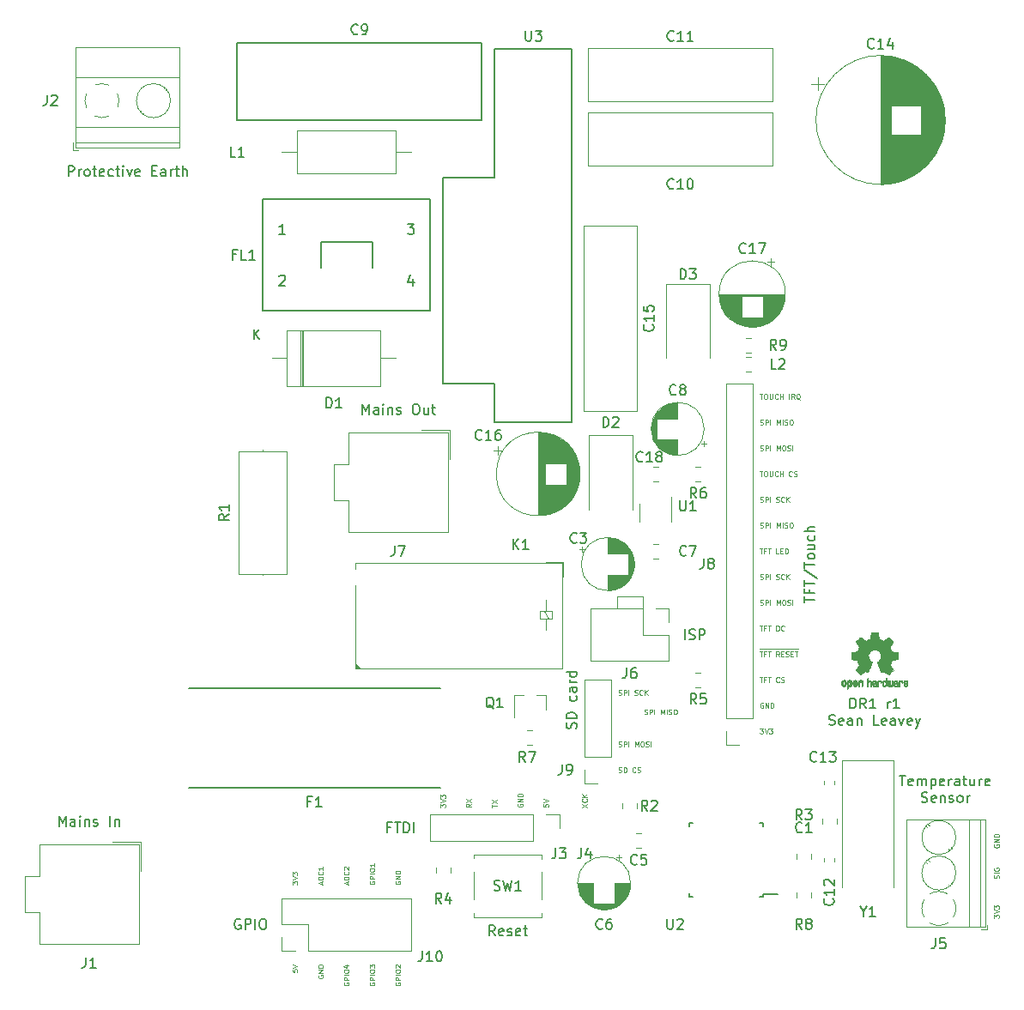
<source format=gbr>
G04 #@! TF.GenerationSoftware,KiCad,Pcbnew,5.1.2-f72e74a~84~ubuntu18.04.1*
G04 #@! TF.CreationDate,2019-05-07T20:49:25+02:00*
G04 #@! TF.ProjectId,slow-cooker,736c6f77-2d63-46f6-9f6b-65722e6b6963,rev?*
G04 #@! TF.SameCoordinates,Original*
G04 #@! TF.FileFunction,Legend,Top*
G04 #@! TF.FilePolarity,Positive*
%FSLAX46Y46*%
G04 Gerber Fmt 4.6, Leading zero omitted, Abs format (unit mm)*
G04 Created by KiCad (PCBNEW 5.1.2-f72e74a~84~ubuntu18.04.1) date 2019-05-07 20:49:25*
%MOMM*%
%LPD*%
G04 APERTURE LIST*
%ADD10C,0.150000*%
%ADD11C,0.100000*%
%ADD12C,0.120000*%
%ADD13C,0.010000*%
G04 APERTURE END LIST*
D10*
X188095238Y-116467380D02*
X188095238Y-115467380D01*
X188333333Y-115467380D01*
X188476190Y-115515000D01*
X188571428Y-115610238D01*
X188619047Y-115705476D01*
X188666666Y-115895952D01*
X188666666Y-116038809D01*
X188619047Y-116229285D01*
X188571428Y-116324523D01*
X188476190Y-116419761D01*
X188333333Y-116467380D01*
X188095238Y-116467380D01*
X189666666Y-116467380D02*
X189333333Y-115991190D01*
X189095238Y-116467380D02*
X189095238Y-115467380D01*
X189476190Y-115467380D01*
X189571428Y-115515000D01*
X189619047Y-115562619D01*
X189666666Y-115657857D01*
X189666666Y-115800714D01*
X189619047Y-115895952D01*
X189571428Y-115943571D01*
X189476190Y-115991190D01*
X189095238Y-115991190D01*
X190619047Y-116467380D02*
X190047619Y-116467380D01*
X190333333Y-116467380D02*
X190333333Y-115467380D01*
X190238095Y-115610238D01*
X190142857Y-115705476D01*
X190047619Y-115753095D01*
X191809523Y-116467380D02*
X191809523Y-115800714D01*
X191809523Y-115991190D02*
X191857142Y-115895952D01*
X191904761Y-115848333D01*
X192000000Y-115800714D01*
X192095238Y-115800714D01*
X192952380Y-116467380D02*
X192380952Y-116467380D01*
X192666666Y-116467380D02*
X192666666Y-115467380D01*
X192571428Y-115610238D01*
X192476190Y-115705476D01*
X192380952Y-115753095D01*
X186023809Y-118069761D02*
X186166666Y-118117380D01*
X186404761Y-118117380D01*
X186500000Y-118069761D01*
X186547619Y-118022142D01*
X186595238Y-117926904D01*
X186595238Y-117831666D01*
X186547619Y-117736428D01*
X186500000Y-117688809D01*
X186404761Y-117641190D01*
X186214285Y-117593571D01*
X186119047Y-117545952D01*
X186071428Y-117498333D01*
X186023809Y-117403095D01*
X186023809Y-117307857D01*
X186071428Y-117212619D01*
X186119047Y-117165000D01*
X186214285Y-117117380D01*
X186452380Y-117117380D01*
X186595238Y-117165000D01*
X187404761Y-118069761D02*
X187309523Y-118117380D01*
X187119047Y-118117380D01*
X187023809Y-118069761D01*
X186976190Y-117974523D01*
X186976190Y-117593571D01*
X187023809Y-117498333D01*
X187119047Y-117450714D01*
X187309523Y-117450714D01*
X187404761Y-117498333D01*
X187452380Y-117593571D01*
X187452380Y-117688809D01*
X186976190Y-117784047D01*
X188309523Y-118117380D02*
X188309523Y-117593571D01*
X188261904Y-117498333D01*
X188166666Y-117450714D01*
X187976190Y-117450714D01*
X187880952Y-117498333D01*
X188309523Y-118069761D02*
X188214285Y-118117380D01*
X187976190Y-118117380D01*
X187880952Y-118069761D01*
X187833333Y-117974523D01*
X187833333Y-117879285D01*
X187880952Y-117784047D01*
X187976190Y-117736428D01*
X188214285Y-117736428D01*
X188309523Y-117688809D01*
X188785714Y-117450714D02*
X188785714Y-118117380D01*
X188785714Y-117545952D02*
X188833333Y-117498333D01*
X188928571Y-117450714D01*
X189071428Y-117450714D01*
X189166666Y-117498333D01*
X189214285Y-117593571D01*
X189214285Y-118117380D01*
X190928571Y-118117380D02*
X190452380Y-118117380D01*
X190452380Y-117117380D01*
X191642857Y-118069761D02*
X191547619Y-118117380D01*
X191357142Y-118117380D01*
X191261904Y-118069761D01*
X191214285Y-117974523D01*
X191214285Y-117593571D01*
X191261904Y-117498333D01*
X191357142Y-117450714D01*
X191547619Y-117450714D01*
X191642857Y-117498333D01*
X191690476Y-117593571D01*
X191690476Y-117688809D01*
X191214285Y-117784047D01*
X192547619Y-118117380D02*
X192547619Y-117593571D01*
X192500000Y-117498333D01*
X192404761Y-117450714D01*
X192214285Y-117450714D01*
X192119047Y-117498333D01*
X192547619Y-118069761D02*
X192452380Y-118117380D01*
X192214285Y-118117380D01*
X192119047Y-118069761D01*
X192071428Y-117974523D01*
X192071428Y-117879285D01*
X192119047Y-117784047D01*
X192214285Y-117736428D01*
X192452380Y-117736428D01*
X192547619Y-117688809D01*
X192928571Y-117450714D02*
X193166666Y-118117380D01*
X193404761Y-117450714D01*
X194166666Y-118069761D02*
X194071428Y-118117380D01*
X193880952Y-118117380D01*
X193785714Y-118069761D01*
X193738095Y-117974523D01*
X193738095Y-117593571D01*
X193785714Y-117498333D01*
X193880952Y-117450714D01*
X194071428Y-117450714D01*
X194166666Y-117498333D01*
X194214285Y-117593571D01*
X194214285Y-117688809D01*
X193738095Y-117784047D01*
X194547619Y-117450714D02*
X194785714Y-118117380D01*
X195023809Y-117450714D02*
X194785714Y-118117380D01*
X194690476Y-118355476D01*
X194642857Y-118403095D01*
X194547619Y-118450714D01*
X153066904Y-138882380D02*
X152733571Y-138406190D01*
X152495476Y-138882380D02*
X152495476Y-137882380D01*
X152876428Y-137882380D01*
X152971666Y-137930000D01*
X153019285Y-137977619D01*
X153066904Y-138072857D01*
X153066904Y-138215714D01*
X153019285Y-138310952D01*
X152971666Y-138358571D01*
X152876428Y-138406190D01*
X152495476Y-138406190D01*
X153876428Y-138834761D02*
X153781190Y-138882380D01*
X153590714Y-138882380D01*
X153495476Y-138834761D01*
X153447857Y-138739523D01*
X153447857Y-138358571D01*
X153495476Y-138263333D01*
X153590714Y-138215714D01*
X153781190Y-138215714D01*
X153876428Y-138263333D01*
X153924047Y-138358571D01*
X153924047Y-138453809D01*
X153447857Y-138549047D01*
X154305000Y-138834761D02*
X154400238Y-138882380D01*
X154590714Y-138882380D01*
X154685952Y-138834761D01*
X154733571Y-138739523D01*
X154733571Y-138691904D01*
X154685952Y-138596666D01*
X154590714Y-138549047D01*
X154447857Y-138549047D01*
X154352619Y-138501428D01*
X154305000Y-138406190D01*
X154305000Y-138358571D01*
X154352619Y-138263333D01*
X154447857Y-138215714D01*
X154590714Y-138215714D01*
X154685952Y-138263333D01*
X155543095Y-138834761D02*
X155447857Y-138882380D01*
X155257380Y-138882380D01*
X155162142Y-138834761D01*
X155114523Y-138739523D01*
X155114523Y-138358571D01*
X155162142Y-138263333D01*
X155257380Y-138215714D01*
X155447857Y-138215714D01*
X155543095Y-138263333D01*
X155590714Y-138358571D01*
X155590714Y-138453809D01*
X155114523Y-138549047D01*
X155876428Y-138215714D02*
X156257380Y-138215714D01*
X156019285Y-137882380D02*
X156019285Y-138739523D01*
X156066904Y-138834761D01*
X156162142Y-138882380D01*
X156257380Y-138882380D01*
X183602380Y-106020714D02*
X183602380Y-105449285D01*
X184602380Y-105735000D02*
X183602380Y-105735000D01*
X184078571Y-104782619D02*
X184078571Y-105115952D01*
X184602380Y-105115952D02*
X183602380Y-105115952D01*
X183602380Y-104639761D01*
X183602380Y-104401666D02*
X183602380Y-103830238D01*
X184602380Y-104115952D02*
X183602380Y-104115952D01*
X183554761Y-102782619D02*
X184840476Y-103639761D01*
X183602380Y-102592142D02*
X183602380Y-102020714D01*
X184602380Y-102306428D02*
X183602380Y-102306428D01*
X184602380Y-101544523D02*
X184554761Y-101639761D01*
X184507142Y-101687380D01*
X184411904Y-101735000D01*
X184126190Y-101735000D01*
X184030952Y-101687380D01*
X183983333Y-101639761D01*
X183935714Y-101544523D01*
X183935714Y-101401666D01*
X183983333Y-101306428D01*
X184030952Y-101258809D01*
X184126190Y-101211190D01*
X184411904Y-101211190D01*
X184507142Y-101258809D01*
X184554761Y-101306428D01*
X184602380Y-101401666D01*
X184602380Y-101544523D01*
X183935714Y-100354047D02*
X184602380Y-100354047D01*
X183935714Y-100782619D02*
X184459523Y-100782619D01*
X184554761Y-100735000D01*
X184602380Y-100639761D01*
X184602380Y-100496904D01*
X184554761Y-100401666D01*
X184507142Y-100354047D01*
X184554761Y-99449285D02*
X184602380Y-99544523D01*
X184602380Y-99735000D01*
X184554761Y-99830238D01*
X184507142Y-99877857D01*
X184411904Y-99925476D01*
X184126190Y-99925476D01*
X184030952Y-99877857D01*
X183983333Y-99830238D01*
X183935714Y-99735000D01*
X183935714Y-99544523D01*
X183983333Y-99449285D01*
X184602380Y-99020714D02*
X183602380Y-99020714D01*
X184602380Y-98592142D02*
X184078571Y-98592142D01*
X183983333Y-98639761D01*
X183935714Y-98735000D01*
X183935714Y-98877857D01*
X183983333Y-98973095D01*
X184030952Y-99020714D01*
X161059761Y-118457023D02*
X161107380Y-118314166D01*
X161107380Y-118076071D01*
X161059761Y-117980833D01*
X161012142Y-117933214D01*
X160916904Y-117885595D01*
X160821666Y-117885595D01*
X160726428Y-117933214D01*
X160678809Y-117980833D01*
X160631190Y-118076071D01*
X160583571Y-118266547D01*
X160535952Y-118361785D01*
X160488333Y-118409404D01*
X160393095Y-118457023D01*
X160297857Y-118457023D01*
X160202619Y-118409404D01*
X160155000Y-118361785D01*
X160107380Y-118266547D01*
X160107380Y-118028452D01*
X160155000Y-117885595D01*
X161107380Y-117457023D02*
X160107380Y-117457023D01*
X160107380Y-117218928D01*
X160155000Y-117076071D01*
X160250238Y-116980833D01*
X160345476Y-116933214D01*
X160535952Y-116885595D01*
X160678809Y-116885595D01*
X160869285Y-116933214D01*
X160964523Y-116980833D01*
X161059761Y-117076071D01*
X161107380Y-117218928D01*
X161107380Y-117457023D01*
X161059761Y-115266547D02*
X161107380Y-115361785D01*
X161107380Y-115552261D01*
X161059761Y-115647500D01*
X161012142Y-115695119D01*
X160916904Y-115742738D01*
X160631190Y-115742738D01*
X160535952Y-115695119D01*
X160488333Y-115647500D01*
X160440714Y-115552261D01*
X160440714Y-115361785D01*
X160488333Y-115266547D01*
X161107380Y-114409404D02*
X160583571Y-114409404D01*
X160488333Y-114457023D01*
X160440714Y-114552261D01*
X160440714Y-114742738D01*
X160488333Y-114837976D01*
X161059761Y-114409404D02*
X161107380Y-114504642D01*
X161107380Y-114742738D01*
X161059761Y-114837976D01*
X160964523Y-114885595D01*
X160869285Y-114885595D01*
X160774047Y-114837976D01*
X160726428Y-114742738D01*
X160726428Y-114504642D01*
X160678809Y-114409404D01*
X161107380Y-113933214D02*
X160440714Y-113933214D01*
X160631190Y-113933214D02*
X160535952Y-113885595D01*
X160488333Y-113837976D01*
X160440714Y-113742738D01*
X160440714Y-113647500D01*
X161107380Y-112885595D02*
X160107380Y-112885595D01*
X161059761Y-112885595D02*
X161107380Y-112980833D01*
X161107380Y-113171309D01*
X161059761Y-113266547D01*
X161012142Y-113314166D01*
X160916904Y-113361785D01*
X160631190Y-113361785D01*
X160535952Y-113314166D01*
X160488333Y-113266547D01*
X160440714Y-113171309D01*
X160440714Y-112980833D01*
X160488333Y-112885595D01*
X127950595Y-137295000D02*
X127855357Y-137247380D01*
X127712500Y-137247380D01*
X127569642Y-137295000D01*
X127474404Y-137390238D01*
X127426785Y-137485476D01*
X127379166Y-137675952D01*
X127379166Y-137818809D01*
X127426785Y-138009285D01*
X127474404Y-138104523D01*
X127569642Y-138199761D01*
X127712500Y-138247380D01*
X127807738Y-138247380D01*
X127950595Y-138199761D01*
X127998214Y-138152142D01*
X127998214Y-137818809D01*
X127807738Y-137818809D01*
X128426785Y-138247380D02*
X128426785Y-137247380D01*
X128807738Y-137247380D01*
X128902976Y-137295000D01*
X128950595Y-137342619D01*
X128998214Y-137437857D01*
X128998214Y-137580714D01*
X128950595Y-137675952D01*
X128902976Y-137723571D01*
X128807738Y-137771190D01*
X128426785Y-137771190D01*
X129426785Y-138247380D02*
X129426785Y-137247380D01*
X130093452Y-137247380D02*
X130283928Y-137247380D01*
X130379166Y-137295000D01*
X130474404Y-137390238D01*
X130522023Y-137580714D01*
X130522023Y-137914047D01*
X130474404Y-138104523D01*
X130379166Y-138199761D01*
X130283928Y-138247380D01*
X130093452Y-138247380D01*
X129998214Y-138199761D01*
X129902976Y-138104523D01*
X129855357Y-137914047D01*
X129855357Y-137580714D01*
X129902976Y-137390238D01*
X129998214Y-137295000D01*
X130093452Y-137247380D01*
X142793690Y-128198571D02*
X142460357Y-128198571D01*
X142460357Y-128722380D02*
X142460357Y-127722380D01*
X142936547Y-127722380D01*
X143174642Y-127722380D02*
X143746071Y-127722380D01*
X143460357Y-128722380D02*
X143460357Y-127722380D01*
X144079404Y-128722380D02*
X144079404Y-127722380D01*
X144317500Y-127722380D01*
X144460357Y-127770000D01*
X144555595Y-127865238D01*
X144603214Y-127960476D01*
X144650833Y-128150952D01*
X144650833Y-128293809D01*
X144603214Y-128484285D01*
X144555595Y-128579523D01*
X144460357Y-128674761D01*
X144317500Y-128722380D01*
X144079404Y-128722380D01*
X145079404Y-128722380D02*
X145079404Y-127722380D01*
X171785595Y-109672380D02*
X171785595Y-108672380D01*
X172214166Y-109624761D02*
X172357023Y-109672380D01*
X172595119Y-109672380D01*
X172690357Y-109624761D01*
X172737976Y-109577142D01*
X172785595Y-109481904D01*
X172785595Y-109386666D01*
X172737976Y-109291428D01*
X172690357Y-109243809D01*
X172595119Y-109196190D01*
X172404642Y-109148571D01*
X172309404Y-109100952D01*
X172261785Y-109053333D01*
X172214166Y-108958095D01*
X172214166Y-108862857D01*
X172261785Y-108767619D01*
X172309404Y-108720000D01*
X172404642Y-108672380D01*
X172642738Y-108672380D01*
X172785595Y-108720000D01*
X173214166Y-109672380D02*
X173214166Y-108672380D01*
X173595119Y-108672380D01*
X173690357Y-108720000D01*
X173737976Y-108767619D01*
X173785595Y-108862857D01*
X173785595Y-109005714D01*
X173737976Y-109100952D01*
X173690357Y-109148571D01*
X173595119Y-109196190D01*
X173214166Y-109196190D01*
D11*
X165260238Y-122757380D02*
X165331666Y-122781190D01*
X165450714Y-122781190D01*
X165498333Y-122757380D01*
X165522142Y-122733571D01*
X165545952Y-122685952D01*
X165545952Y-122638333D01*
X165522142Y-122590714D01*
X165498333Y-122566904D01*
X165450714Y-122543095D01*
X165355476Y-122519285D01*
X165307857Y-122495476D01*
X165284047Y-122471666D01*
X165260238Y-122424047D01*
X165260238Y-122376428D01*
X165284047Y-122328809D01*
X165307857Y-122305000D01*
X165355476Y-122281190D01*
X165474523Y-122281190D01*
X165545952Y-122305000D01*
X165760238Y-122781190D02*
X165760238Y-122281190D01*
X165879285Y-122281190D01*
X165950714Y-122305000D01*
X165998333Y-122352619D01*
X166022142Y-122400238D01*
X166045952Y-122495476D01*
X166045952Y-122566904D01*
X166022142Y-122662142D01*
X165998333Y-122709761D01*
X165950714Y-122757380D01*
X165879285Y-122781190D01*
X165760238Y-122781190D01*
X166926904Y-122733571D02*
X166903095Y-122757380D01*
X166831666Y-122781190D01*
X166784047Y-122781190D01*
X166712619Y-122757380D01*
X166665000Y-122709761D01*
X166641190Y-122662142D01*
X166617380Y-122566904D01*
X166617380Y-122495476D01*
X166641190Y-122400238D01*
X166665000Y-122352619D01*
X166712619Y-122305000D01*
X166784047Y-122281190D01*
X166831666Y-122281190D01*
X166903095Y-122305000D01*
X166926904Y-122328809D01*
X167117380Y-122757380D02*
X167188809Y-122781190D01*
X167307857Y-122781190D01*
X167355476Y-122757380D01*
X167379285Y-122733571D01*
X167403095Y-122685952D01*
X167403095Y-122638333D01*
X167379285Y-122590714D01*
X167355476Y-122566904D01*
X167307857Y-122543095D01*
X167212619Y-122519285D01*
X167165000Y-122495476D01*
X167141190Y-122471666D01*
X167117380Y-122424047D01*
X167117380Y-122376428D01*
X167141190Y-122328809D01*
X167165000Y-122305000D01*
X167212619Y-122281190D01*
X167331666Y-122281190D01*
X167403095Y-122305000D01*
X165260238Y-120217380D02*
X165331666Y-120241190D01*
X165450714Y-120241190D01*
X165498333Y-120217380D01*
X165522142Y-120193571D01*
X165545952Y-120145952D01*
X165545952Y-120098333D01*
X165522142Y-120050714D01*
X165498333Y-120026904D01*
X165450714Y-120003095D01*
X165355476Y-119979285D01*
X165307857Y-119955476D01*
X165284047Y-119931666D01*
X165260238Y-119884047D01*
X165260238Y-119836428D01*
X165284047Y-119788809D01*
X165307857Y-119765000D01*
X165355476Y-119741190D01*
X165474523Y-119741190D01*
X165545952Y-119765000D01*
X165760238Y-120241190D02*
X165760238Y-119741190D01*
X165950714Y-119741190D01*
X165998333Y-119765000D01*
X166022142Y-119788809D01*
X166045952Y-119836428D01*
X166045952Y-119907857D01*
X166022142Y-119955476D01*
X165998333Y-119979285D01*
X165950714Y-120003095D01*
X165760238Y-120003095D01*
X166260238Y-120241190D02*
X166260238Y-119741190D01*
X166879285Y-120241190D02*
X166879285Y-119741190D01*
X167045952Y-120098333D01*
X167212619Y-119741190D01*
X167212619Y-120241190D01*
X167545952Y-119741190D02*
X167641190Y-119741190D01*
X167688809Y-119765000D01*
X167736428Y-119812619D01*
X167760238Y-119907857D01*
X167760238Y-120074523D01*
X167736428Y-120169761D01*
X167688809Y-120217380D01*
X167641190Y-120241190D01*
X167545952Y-120241190D01*
X167498333Y-120217380D01*
X167450714Y-120169761D01*
X167426904Y-120074523D01*
X167426904Y-119907857D01*
X167450714Y-119812619D01*
X167498333Y-119765000D01*
X167545952Y-119741190D01*
X167950714Y-120217380D02*
X168022142Y-120241190D01*
X168141190Y-120241190D01*
X168188809Y-120217380D01*
X168212619Y-120193571D01*
X168236428Y-120145952D01*
X168236428Y-120098333D01*
X168212619Y-120050714D01*
X168188809Y-120026904D01*
X168141190Y-120003095D01*
X168045952Y-119979285D01*
X167998333Y-119955476D01*
X167974523Y-119931666D01*
X167950714Y-119884047D01*
X167950714Y-119836428D01*
X167974523Y-119788809D01*
X167998333Y-119765000D01*
X168045952Y-119741190D01*
X168165000Y-119741190D01*
X168236428Y-119765000D01*
X168450714Y-120241190D02*
X168450714Y-119741190D01*
X167800238Y-117042380D02*
X167871666Y-117066190D01*
X167990714Y-117066190D01*
X168038333Y-117042380D01*
X168062142Y-117018571D01*
X168085952Y-116970952D01*
X168085952Y-116923333D01*
X168062142Y-116875714D01*
X168038333Y-116851904D01*
X167990714Y-116828095D01*
X167895476Y-116804285D01*
X167847857Y-116780476D01*
X167824047Y-116756666D01*
X167800238Y-116709047D01*
X167800238Y-116661428D01*
X167824047Y-116613809D01*
X167847857Y-116590000D01*
X167895476Y-116566190D01*
X168014523Y-116566190D01*
X168085952Y-116590000D01*
X168300238Y-117066190D02*
X168300238Y-116566190D01*
X168490714Y-116566190D01*
X168538333Y-116590000D01*
X168562142Y-116613809D01*
X168585952Y-116661428D01*
X168585952Y-116732857D01*
X168562142Y-116780476D01*
X168538333Y-116804285D01*
X168490714Y-116828095D01*
X168300238Y-116828095D01*
X168800238Y-117066190D02*
X168800238Y-116566190D01*
X169419285Y-117066190D02*
X169419285Y-116566190D01*
X169585952Y-116923333D01*
X169752619Y-116566190D01*
X169752619Y-117066190D01*
X169990714Y-117066190D02*
X169990714Y-116566190D01*
X170205000Y-117042380D02*
X170276428Y-117066190D01*
X170395476Y-117066190D01*
X170443095Y-117042380D01*
X170466904Y-117018571D01*
X170490714Y-116970952D01*
X170490714Y-116923333D01*
X170466904Y-116875714D01*
X170443095Y-116851904D01*
X170395476Y-116828095D01*
X170300238Y-116804285D01*
X170252619Y-116780476D01*
X170228809Y-116756666D01*
X170205000Y-116709047D01*
X170205000Y-116661428D01*
X170228809Y-116613809D01*
X170252619Y-116590000D01*
X170300238Y-116566190D01*
X170419285Y-116566190D01*
X170490714Y-116590000D01*
X170800238Y-116566190D02*
X170895476Y-116566190D01*
X170943095Y-116590000D01*
X170990714Y-116637619D01*
X171014523Y-116732857D01*
X171014523Y-116899523D01*
X170990714Y-116994761D01*
X170943095Y-117042380D01*
X170895476Y-117066190D01*
X170800238Y-117066190D01*
X170752619Y-117042380D01*
X170705000Y-116994761D01*
X170681190Y-116899523D01*
X170681190Y-116732857D01*
X170705000Y-116637619D01*
X170752619Y-116590000D01*
X170800238Y-116566190D01*
X165260238Y-115137380D02*
X165331666Y-115161190D01*
X165450714Y-115161190D01*
X165498333Y-115137380D01*
X165522142Y-115113571D01*
X165545952Y-115065952D01*
X165545952Y-115018333D01*
X165522142Y-114970714D01*
X165498333Y-114946904D01*
X165450714Y-114923095D01*
X165355476Y-114899285D01*
X165307857Y-114875476D01*
X165284047Y-114851666D01*
X165260238Y-114804047D01*
X165260238Y-114756428D01*
X165284047Y-114708809D01*
X165307857Y-114685000D01*
X165355476Y-114661190D01*
X165474523Y-114661190D01*
X165545952Y-114685000D01*
X165760238Y-115161190D02*
X165760238Y-114661190D01*
X165950714Y-114661190D01*
X165998333Y-114685000D01*
X166022142Y-114708809D01*
X166045952Y-114756428D01*
X166045952Y-114827857D01*
X166022142Y-114875476D01*
X165998333Y-114899285D01*
X165950714Y-114923095D01*
X165760238Y-114923095D01*
X166260238Y-115161190D02*
X166260238Y-114661190D01*
X166855476Y-115137380D02*
X166926904Y-115161190D01*
X167045952Y-115161190D01*
X167093571Y-115137380D01*
X167117380Y-115113571D01*
X167141190Y-115065952D01*
X167141190Y-115018333D01*
X167117380Y-114970714D01*
X167093571Y-114946904D01*
X167045952Y-114923095D01*
X166950714Y-114899285D01*
X166903095Y-114875476D01*
X166879285Y-114851666D01*
X166855476Y-114804047D01*
X166855476Y-114756428D01*
X166879285Y-114708809D01*
X166903095Y-114685000D01*
X166950714Y-114661190D01*
X167069761Y-114661190D01*
X167141190Y-114685000D01*
X167641190Y-115113571D02*
X167617380Y-115137380D01*
X167545952Y-115161190D01*
X167498333Y-115161190D01*
X167426904Y-115137380D01*
X167379285Y-115089761D01*
X167355476Y-115042142D01*
X167331666Y-114946904D01*
X167331666Y-114875476D01*
X167355476Y-114780238D01*
X167379285Y-114732619D01*
X167426904Y-114685000D01*
X167498333Y-114661190D01*
X167545952Y-114661190D01*
X167617380Y-114685000D01*
X167641190Y-114708809D01*
X167855476Y-115161190D02*
X167855476Y-114661190D01*
X168141190Y-115161190D02*
X167926904Y-114875476D01*
X168141190Y-114661190D02*
X167855476Y-114946904D01*
X179206428Y-118471190D02*
X179515952Y-118471190D01*
X179349285Y-118661666D01*
X179420714Y-118661666D01*
X179468333Y-118685476D01*
X179492142Y-118709285D01*
X179515952Y-118756904D01*
X179515952Y-118875952D01*
X179492142Y-118923571D01*
X179468333Y-118947380D01*
X179420714Y-118971190D01*
X179277857Y-118971190D01*
X179230238Y-118947380D01*
X179206428Y-118923571D01*
X179658809Y-118471190D02*
X179825476Y-118971190D01*
X179992142Y-118471190D01*
X180111190Y-118471190D02*
X180420714Y-118471190D01*
X180254047Y-118661666D01*
X180325476Y-118661666D01*
X180373095Y-118685476D01*
X180396904Y-118709285D01*
X180420714Y-118756904D01*
X180420714Y-118875952D01*
X180396904Y-118923571D01*
X180373095Y-118947380D01*
X180325476Y-118971190D01*
X180182619Y-118971190D01*
X180135000Y-118947380D01*
X180111190Y-118923571D01*
X179515952Y-115955000D02*
X179468333Y-115931190D01*
X179396904Y-115931190D01*
X179325476Y-115955000D01*
X179277857Y-116002619D01*
X179254047Y-116050238D01*
X179230238Y-116145476D01*
X179230238Y-116216904D01*
X179254047Y-116312142D01*
X179277857Y-116359761D01*
X179325476Y-116407380D01*
X179396904Y-116431190D01*
X179444523Y-116431190D01*
X179515952Y-116407380D01*
X179539761Y-116383571D01*
X179539761Y-116216904D01*
X179444523Y-116216904D01*
X179754047Y-116431190D02*
X179754047Y-115931190D01*
X180039761Y-116431190D01*
X180039761Y-115931190D01*
X180277857Y-116431190D02*
X180277857Y-115931190D01*
X180396904Y-115931190D01*
X180468333Y-115955000D01*
X180515952Y-116002619D01*
X180539761Y-116050238D01*
X180563571Y-116145476D01*
X180563571Y-116216904D01*
X180539761Y-116312142D01*
X180515952Y-116359761D01*
X180468333Y-116407380D01*
X180396904Y-116431190D01*
X180277857Y-116431190D01*
X179182619Y-113391190D02*
X179468333Y-113391190D01*
X179325476Y-113891190D02*
X179325476Y-113391190D01*
X179801666Y-113629285D02*
X179635000Y-113629285D01*
X179635000Y-113891190D02*
X179635000Y-113391190D01*
X179873095Y-113391190D01*
X179992142Y-113391190D02*
X180277857Y-113391190D01*
X180135000Y-113891190D02*
X180135000Y-113391190D01*
X181111190Y-113843571D02*
X181087380Y-113867380D01*
X181015952Y-113891190D01*
X180968333Y-113891190D01*
X180896904Y-113867380D01*
X180849285Y-113819761D01*
X180825476Y-113772142D01*
X180801666Y-113676904D01*
X180801666Y-113605476D01*
X180825476Y-113510238D01*
X180849285Y-113462619D01*
X180896904Y-113415000D01*
X180968333Y-113391190D01*
X181015952Y-113391190D01*
X181087380Y-113415000D01*
X181111190Y-113438809D01*
X181301666Y-113867380D02*
X181373095Y-113891190D01*
X181492142Y-113891190D01*
X181539761Y-113867380D01*
X181563571Y-113843571D01*
X181587380Y-113795952D01*
X181587380Y-113748333D01*
X181563571Y-113700714D01*
X181539761Y-113676904D01*
X181492142Y-113653095D01*
X181396904Y-113629285D01*
X181349285Y-113605476D01*
X181325476Y-113581666D01*
X181301666Y-113534047D01*
X181301666Y-113486428D01*
X181325476Y-113438809D01*
X181349285Y-113415000D01*
X181396904Y-113391190D01*
X181515952Y-113391190D01*
X181587380Y-113415000D01*
X179135000Y-110635000D02*
X179515952Y-110635000D01*
X179182619Y-110851190D02*
X179468333Y-110851190D01*
X179325476Y-111351190D02*
X179325476Y-110851190D01*
X179515952Y-110635000D02*
X179944523Y-110635000D01*
X179801666Y-111089285D02*
X179635000Y-111089285D01*
X179635000Y-111351190D02*
X179635000Y-110851190D01*
X179873095Y-110851190D01*
X179944523Y-110635000D02*
X180325476Y-110635000D01*
X179992142Y-110851190D02*
X180277857Y-110851190D01*
X180135000Y-111351190D02*
X180135000Y-110851190D01*
X180325476Y-110635000D02*
X180706428Y-110635000D01*
X180706428Y-110635000D02*
X181206428Y-110635000D01*
X181111190Y-111351190D02*
X180944523Y-111113095D01*
X180825476Y-111351190D02*
X180825476Y-110851190D01*
X181015952Y-110851190D01*
X181063571Y-110875000D01*
X181087380Y-110898809D01*
X181111190Y-110946428D01*
X181111190Y-111017857D01*
X181087380Y-111065476D01*
X181063571Y-111089285D01*
X181015952Y-111113095D01*
X180825476Y-111113095D01*
X181206428Y-110635000D02*
X181658809Y-110635000D01*
X181325476Y-111089285D02*
X181492142Y-111089285D01*
X181563571Y-111351190D02*
X181325476Y-111351190D01*
X181325476Y-110851190D01*
X181563571Y-110851190D01*
X181658809Y-110635000D02*
X182135000Y-110635000D01*
X181754047Y-111327380D02*
X181825476Y-111351190D01*
X181944523Y-111351190D01*
X181992142Y-111327380D01*
X182015952Y-111303571D01*
X182039761Y-111255952D01*
X182039761Y-111208333D01*
X182015952Y-111160714D01*
X181992142Y-111136904D01*
X181944523Y-111113095D01*
X181849285Y-111089285D01*
X181801666Y-111065476D01*
X181777857Y-111041666D01*
X181754047Y-110994047D01*
X181754047Y-110946428D01*
X181777857Y-110898809D01*
X181801666Y-110875000D01*
X181849285Y-110851190D01*
X181968333Y-110851190D01*
X182039761Y-110875000D01*
X182135000Y-110635000D02*
X182587380Y-110635000D01*
X182254047Y-111089285D02*
X182420714Y-111089285D01*
X182492142Y-111351190D02*
X182254047Y-111351190D01*
X182254047Y-110851190D01*
X182492142Y-110851190D01*
X182587380Y-110635000D02*
X182968333Y-110635000D01*
X182635000Y-110851190D02*
X182920714Y-110851190D01*
X182777857Y-111351190D02*
X182777857Y-110851190D01*
X179182619Y-108311190D02*
X179468333Y-108311190D01*
X179325476Y-108811190D02*
X179325476Y-108311190D01*
X179801666Y-108549285D02*
X179635000Y-108549285D01*
X179635000Y-108811190D02*
X179635000Y-108311190D01*
X179873095Y-108311190D01*
X179992142Y-108311190D02*
X180277857Y-108311190D01*
X180135000Y-108811190D02*
X180135000Y-108311190D01*
X180825476Y-108811190D02*
X180825476Y-108311190D01*
X180944523Y-108311190D01*
X181015952Y-108335000D01*
X181063571Y-108382619D01*
X181087380Y-108430238D01*
X181111190Y-108525476D01*
X181111190Y-108596904D01*
X181087380Y-108692142D01*
X181063571Y-108739761D01*
X181015952Y-108787380D01*
X180944523Y-108811190D01*
X180825476Y-108811190D01*
X181611190Y-108763571D02*
X181587380Y-108787380D01*
X181515952Y-108811190D01*
X181468333Y-108811190D01*
X181396904Y-108787380D01*
X181349285Y-108739761D01*
X181325476Y-108692142D01*
X181301666Y-108596904D01*
X181301666Y-108525476D01*
X181325476Y-108430238D01*
X181349285Y-108382619D01*
X181396904Y-108335000D01*
X181468333Y-108311190D01*
X181515952Y-108311190D01*
X181587380Y-108335000D01*
X181611190Y-108358809D01*
X179182619Y-100691190D02*
X179468333Y-100691190D01*
X179325476Y-101191190D02*
X179325476Y-100691190D01*
X179801666Y-100929285D02*
X179635000Y-100929285D01*
X179635000Y-101191190D02*
X179635000Y-100691190D01*
X179873095Y-100691190D01*
X179992142Y-100691190D02*
X180277857Y-100691190D01*
X180135000Y-101191190D02*
X180135000Y-100691190D01*
X181063571Y-101191190D02*
X180825476Y-101191190D01*
X180825476Y-100691190D01*
X181230238Y-100929285D02*
X181396904Y-100929285D01*
X181468333Y-101191190D02*
X181230238Y-101191190D01*
X181230238Y-100691190D01*
X181468333Y-100691190D01*
X181682619Y-101191190D02*
X181682619Y-100691190D01*
X181801666Y-100691190D01*
X181873095Y-100715000D01*
X181920714Y-100762619D01*
X181944523Y-100810238D01*
X181968333Y-100905476D01*
X181968333Y-100976904D01*
X181944523Y-101072142D01*
X181920714Y-101119761D01*
X181873095Y-101167380D01*
X181801666Y-101191190D01*
X181682619Y-101191190D01*
X179230238Y-103707380D02*
X179301666Y-103731190D01*
X179420714Y-103731190D01*
X179468333Y-103707380D01*
X179492142Y-103683571D01*
X179515952Y-103635952D01*
X179515952Y-103588333D01*
X179492142Y-103540714D01*
X179468333Y-103516904D01*
X179420714Y-103493095D01*
X179325476Y-103469285D01*
X179277857Y-103445476D01*
X179254047Y-103421666D01*
X179230238Y-103374047D01*
X179230238Y-103326428D01*
X179254047Y-103278809D01*
X179277857Y-103255000D01*
X179325476Y-103231190D01*
X179444523Y-103231190D01*
X179515952Y-103255000D01*
X179730238Y-103731190D02*
X179730238Y-103231190D01*
X179920714Y-103231190D01*
X179968333Y-103255000D01*
X179992142Y-103278809D01*
X180015952Y-103326428D01*
X180015952Y-103397857D01*
X179992142Y-103445476D01*
X179968333Y-103469285D01*
X179920714Y-103493095D01*
X179730238Y-103493095D01*
X180230238Y-103731190D02*
X180230238Y-103231190D01*
X180825476Y-103707380D02*
X180896904Y-103731190D01*
X181015952Y-103731190D01*
X181063571Y-103707380D01*
X181087380Y-103683571D01*
X181111190Y-103635952D01*
X181111190Y-103588333D01*
X181087380Y-103540714D01*
X181063571Y-103516904D01*
X181015952Y-103493095D01*
X180920714Y-103469285D01*
X180873095Y-103445476D01*
X180849285Y-103421666D01*
X180825476Y-103374047D01*
X180825476Y-103326428D01*
X180849285Y-103278809D01*
X180873095Y-103255000D01*
X180920714Y-103231190D01*
X181039761Y-103231190D01*
X181111190Y-103255000D01*
X181611190Y-103683571D02*
X181587380Y-103707380D01*
X181515952Y-103731190D01*
X181468333Y-103731190D01*
X181396904Y-103707380D01*
X181349285Y-103659761D01*
X181325476Y-103612142D01*
X181301666Y-103516904D01*
X181301666Y-103445476D01*
X181325476Y-103350238D01*
X181349285Y-103302619D01*
X181396904Y-103255000D01*
X181468333Y-103231190D01*
X181515952Y-103231190D01*
X181587380Y-103255000D01*
X181611190Y-103278809D01*
X181825476Y-103731190D02*
X181825476Y-103231190D01*
X182111190Y-103731190D02*
X181896904Y-103445476D01*
X182111190Y-103231190D02*
X181825476Y-103516904D01*
X179230238Y-106247380D02*
X179301666Y-106271190D01*
X179420714Y-106271190D01*
X179468333Y-106247380D01*
X179492142Y-106223571D01*
X179515952Y-106175952D01*
X179515952Y-106128333D01*
X179492142Y-106080714D01*
X179468333Y-106056904D01*
X179420714Y-106033095D01*
X179325476Y-106009285D01*
X179277857Y-105985476D01*
X179254047Y-105961666D01*
X179230238Y-105914047D01*
X179230238Y-105866428D01*
X179254047Y-105818809D01*
X179277857Y-105795000D01*
X179325476Y-105771190D01*
X179444523Y-105771190D01*
X179515952Y-105795000D01*
X179730238Y-106271190D02*
X179730238Y-105771190D01*
X179920714Y-105771190D01*
X179968333Y-105795000D01*
X179992142Y-105818809D01*
X180015952Y-105866428D01*
X180015952Y-105937857D01*
X179992142Y-105985476D01*
X179968333Y-106009285D01*
X179920714Y-106033095D01*
X179730238Y-106033095D01*
X180230238Y-106271190D02*
X180230238Y-105771190D01*
X180849285Y-106271190D02*
X180849285Y-105771190D01*
X181015952Y-106128333D01*
X181182619Y-105771190D01*
X181182619Y-106271190D01*
X181515952Y-105771190D02*
X181611190Y-105771190D01*
X181658809Y-105795000D01*
X181706428Y-105842619D01*
X181730238Y-105937857D01*
X181730238Y-106104523D01*
X181706428Y-106199761D01*
X181658809Y-106247380D01*
X181611190Y-106271190D01*
X181515952Y-106271190D01*
X181468333Y-106247380D01*
X181420714Y-106199761D01*
X181396904Y-106104523D01*
X181396904Y-105937857D01*
X181420714Y-105842619D01*
X181468333Y-105795000D01*
X181515952Y-105771190D01*
X181920714Y-106247380D02*
X181992142Y-106271190D01*
X182111190Y-106271190D01*
X182158809Y-106247380D01*
X182182619Y-106223571D01*
X182206428Y-106175952D01*
X182206428Y-106128333D01*
X182182619Y-106080714D01*
X182158809Y-106056904D01*
X182111190Y-106033095D01*
X182015952Y-106009285D01*
X181968333Y-105985476D01*
X181944523Y-105961666D01*
X181920714Y-105914047D01*
X181920714Y-105866428D01*
X181944523Y-105818809D01*
X181968333Y-105795000D01*
X182015952Y-105771190D01*
X182135000Y-105771190D01*
X182206428Y-105795000D01*
X182420714Y-106271190D02*
X182420714Y-105771190D01*
X179230238Y-98627380D02*
X179301666Y-98651190D01*
X179420714Y-98651190D01*
X179468333Y-98627380D01*
X179492142Y-98603571D01*
X179515952Y-98555952D01*
X179515952Y-98508333D01*
X179492142Y-98460714D01*
X179468333Y-98436904D01*
X179420714Y-98413095D01*
X179325476Y-98389285D01*
X179277857Y-98365476D01*
X179254047Y-98341666D01*
X179230238Y-98294047D01*
X179230238Y-98246428D01*
X179254047Y-98198809D01*
X179277857Y-98175000D01*
X179325476Y-98151190D01*
X179444523Y-98151190D01*
X179515952Y-98175000D01*
X179730238Y-98651190D02*
X179730238Y-98151190D01*
X179920714Y-98151190D01*
X179968333Y-98175000D01*
X179992142Y-98198809D01*
X180015952Y-98246428D01*
X180015952Y-98317857D01*
X179992142Y-98365476D01*
X179968333Y-98389285D01*
X179920714Y-98413095D01*
X179730238Y-98413095D01*
X180230238Y-98651190D02*
X180230238Y-98151190D01*
X180849285Y-98651190D02*
X180849285Y-98151190D01*
X181015952Y-98508333D01*
X181182619Y-98151190D01*
X181182619Y-98651190D01*
X181420714Y-98651190D02*
X181420714Y-98151190D01*
X181635000Y-98627380D02*
X181706428Y-98651190D01*
X181825476Y-98651190D01*
X181873095Y-98627380D01*
X181896904Y-98603571D01*
X181920714Y-98555952D01*
X181920714Y-98508333D01*
X181896904Y-98460714D01*
X181873095Y-98436904D01*
X181825476Y-98413095D01*
X181730238Y-98389285D01*
X181682619Y-98365476D01*
X181658809Y-98341666D01*
X181635000Y-98294047D01*
X181635000Y-98246428D01*
X181658809Y-98198809D01*
X181682619Y-98175000D01*
X181730238Y-98151190D01*
X181849285Y-98151190D01*
X181920714Y-98175000D01*
X182230238Y-98151190D02*
X182325476Y-98151190D01*
X182373095Y-98175000D01*
X182420714Y-98222619D01*
X182444523Y-98317857D01*
X182444523Y-98484523D01*
X182420714Y-98579761D01*
X182373095Y-98627380D01*
X182325476Y-98651190D01*
X182230238Y-98651190D01*
X182182619Y-98627380D01*
X182135000Y-98579761D01*
X182111190Y-98484523D01*
X182111190Y-98317857D01*
X182135000Y-98222619D01*
X182182619Y-98175000D01*
X182230238Y-98151190D01*
X179230238Y-96087380D02*
X179301666Y-96111190D01*
X179420714Y-96111190D01*
X179468333Y-96087380D01*
X179492142Y-96063571D01*
X179515952Y-96015952D01*
X179515952Y-95968333D01*
X179492142Y-95920714D01*
X179468333Y-95896904D01*
X179420714Y-95873095D01*
X179325476Y-95849285D01*
X179277857Y-95825476D01*
X179254047Y-95801666D01*
X179230238Y-95754047D01*
X179230238Y-95706428D01*
X179254047Y-95658809D01*
X179277857Y-95635000D01*
X179325476Y-95611190D01*
X179444523Y-95611190D01*
X179515952Y-95635000D01*
X179730238Y-96111190D02*
X179730238Y-95611190D01*
X179920714Y-95611190D01*
X179968333Y-95635000D01*
X179992142Y-95658809D01*
X180015952Y-95706428D01*
X180015952Y-95777857D01*
X179992142Y-95825476D01*
X179968333Y-95849285D01*
X179920714Y-95873095D01*
X179730238Y-95873095D01*
X180230238Y-96111190D02*
X180230238Y-95611190D01*
X180825476Y-96087380D02*
X180896904Y-96111190D01*
X181015952Y-96111190D01*
X181063571Y-96087380D01*
X181087380Y-96063571D01*
X181111190Y-96015952D01*
X181111190Y-95968333D01*
X181087380Y-95920714D01*
X181063571Y-95896904D01*
X181015952Y-95873095D01*
X180920714Y-95849285D01*
X180873095Y-95825476D01*
X180849285Y-95801666D01*
X180825476Y-95754047D01*
X180825476Y-95706428D01*
X180849285Y-95658809D01*
X180873095Y-95635000D01*
X180920714Y-95611190D01*
X181039761Y-95611190D01*
X181111190Y-95635000D01*
X181611190Y-96063571D02*
X181587380Y-96087380D01*
X181515952Y-96111190D01*
X181468333Y-96111190D01*
X181396904Y-96087380D01*
X181349285Y-96039761D01*
X181325476Y-95992142D01*
X181301666Y-95896904D01*
X181301666Y-95825476D01*
X181325476Y-95730238D01*
X181349285Y-95682619D01*
X181396904Y-95635000D01*
X181468333Y-95611190D01*
X181515952Y-95611190D01*
X181587380Y-95635000D01*
X181611190Y-95658809D01*
X181825476Y-96111190D02*
X181825476Y-95611190D01*
X182111190Y-96111190D02*
X181896904Y-95825476D01*
X182111190Y-95611190D02*
X181825476Y-95896904D01*
X179182619Y-93071190D02*
X179468333Y-93071190D01*
X179325476Y-93571190D02*
X179325476Y-93071190D01*
X179730238Y-93071190D02*
X179825476Y-93071190D01*
X179873095Y-93095000D01*
X179920714Y-93142619D01*
X179944523Y-93237857D01*
X179944523Y-93404523D01*
X179920714Y-93499761D01*
X179873095Y-93547380D01*
X179825476Y-93571190D01*
X179730238Y-93571190D01*
X179682619Y-93547380D01*
X179635000Y-93499761D01*
X179611190Y-93404523D01*
X179611190Y-93237857D01*
X179635000Y-93142619D01*
X179682619Y-93095000D01*
X179730238Y-93071190D01*
X180158809Y-93071190D02*
X180158809Y-93475952D01*
X180182619Y-93523571D01*
X180206428Y-93547380D01*
X180254047Y-93571190D01*
X180349285Y-93571190D01*
X180396904Y-93547380D01*
X180420714Y-93523571D01*
X180444523Y-93475952D01*
X180444523Y-93071190D01*
X180968333Y-93523571D02*
X180944523Y-93547380D01*
X180873095Y-93571190D01*
X180825476Y-93571190D01*
X180754047Y-93547380D01*
X180706428Y-93499761D01*
X180682619Y-93452142D01*
X180658809Y-93356904D01*
X180658809Y-93285476D01*
X180682619Y-93190238D01*
X180706428Y-93142619D01*
X180754047Y-93095000D01*
X180825476Y-93071190D01*
X180873095Y-93071190D01*
X180944523Y-93095000D01*
X180968333Y-93118809D01*
X181182619Y-93571190D02*
X181182619Y-93071190D01*
X181182619Y-93309285D02*
X181468333Y-93309285D01*
X181468333Y-93571190D02*
X181468333Y-93071190D01*
X182373095Y-93523571D02*
X182349285Y-93547380D01*
X182277857Y-93571190D01*
X182230238Y-93571190D01*
X182158809Y-93547380D01*
X182111190Y-93499761D01*
X182087380Y-93452142D01*
X182063571Y-93356904D01*
X182063571Y-93285476D01*
X182087380Y-93190238D01*
X182111190Y-93142619D01*
X182158809Y-93095000D01*
X182230238Y-93071190D01*
X182277857Y-93071190D01*
X182349285Y-93095000D01*
X182373095Y-93118809D01*
X182563571Y-93547380D02*
X182635000Y-93571190D01*
X182754047Y-93571190D01*
X182801666Y-93547380D01*
X182825476Y-93523571D01*
X182849285Y-93475952D01*
X182849285Y-93428333D01*
X182825476Y-93380714D01*
X182801666Y-93356904D01*
X182754047Y-93333095D01*
X182658809Y-93309285D01*
X182611190Y-93285476D01*
X182587380Y-93261666D01*
X182563571Y-93214047D01*
X182563571Y-93166428D01*
X182587380Y-93118809D01*
X182611190Y-93095000D01*
X182658809Y-93071190D01*
X182777857Y-93071190D01*
X182849285Y-93095000D01*
X179230238Y-91007380D02*
X179301666Y-91031190D01*
X179420714Y-91031190D01*
X179468333Y-91007380D01*
X179492142Y-90983571D01*
X179515952Y-90935952D01*
X179515952Y-90888333D01*
X179492142Y-90840714D01*
X179468333Y-90816904D01*
X179420714Y-90793095D01*
X179325476Y-90769285D01*
X179277857Y-90745476D01*
X179254047Y-90721666D01*
X179230238Y-90674047D01*
X179230238Y-90626428D01*
X179254047Y-90578809D01*
X179277857Y-90555000D01*
X179325476Y-90531190D01*
X179444523Y-90531190D01*
X179515952Y-90555000D01*
X179730238Y-91031190D02*
X179730238Y-90531190D01*
X179920714Y-90531190D01*
X179968333Y-90555000D01*
X179992142Y-90578809D01*
X180015952Y-90626428D01*
X180015952Y-90697857D01*
X179992142Y-90745476D01*
X179968333Y-90769285D01*
X179920714Y-90793095D01*
X179730238Y-90793095D01*
X180230238Y-91031190D02*
X180230238Y-90531190D01*
X180849285Y-91031190D02*
X180849285Y-90531190D01*
X181015952Y-90888333D01*
X181182619Y-90531190D01*
X181182619Y-91031190D01*
X181515952Y-90531190D02*
X181611190Y-90531190D01*
X181658809Y-90555000D01*
X181706428Y-90602619D01*
X181730238Y-90697857D01*
X181730238Y-90864523D01*
X181706428Y-90959761D01*
X181658809Y-91007380D01*
X181611190Y-91031190D01*
X181515952Y-91031190D01*
X181468333Y-91007380D01*
X181420714Y-90959761D01*
X181396904Y-90864523D01*
X181396904Y-90697857D01*
X181420714Y-90602619D01*
X181468333Y-90555000D01*
X181515952Y-90531190D01*
X181920714Y-91007380D02*
X181992142Y-91031190D01*
X182111190Y-91031190D01*
X182158809Y-91007380D01*
X182182619Y-90983571D01*
X182206428Y-90935952D01*
X182206428Y-90888333D01*
X182182619Y-90840714D01*
X182158809Y-90816904D01*
X182111190Y-90793095D01*
X182015952Y-90769285D01*
X181968333Y-90745476D01*
X181944523Y-90721666D01*
X181920714Y-90674047D01*
X181920714Y-90626428D01*
X181944523Y-90578809D01*
X181968333Y-90555000D01*
X182015952Y-90531190D01*
X182135000Y-90531190D01*
X182206428Y-90555000D01*
X182420714Y-91031190D02*
X182420714Y-90531190D01*
X179230238Y-88467380D02*
X179301666Y-88491190D01*
X179420714Y-88491190D01*
X179468333Y-88467380D01*
X179492142Y-88443571D01*
X179515952Y-88395952D01*
X179515952Y-88348333D01*
X179492142Y-88300714D01*
X179468333Y-88276904D01*
X179420714Y-88253095D01*
X179325476Y-88229285D01*
X179277857Y-88205476D01*
X179254047Y-88181666D01*
X179230238Y-88134047D01*
X179230238Y-88086428D01*
X179254047Y-88038809D01*
X179277857Y-88015000D01*
X179325476Y-87991190D01*
X179444523Y-87991190D01*
X179515952Y-88015000D01*
X179730238Y-88491190D02*
X179730238Y-87991190D01*
X179920714Y-87991190D01*
X179968333Y-88015000D01*
X179992142Y-88038809D01*
X180015952Y-88086428D01*
X180015952Y-88157857D01*
X179992142Y-88205476D01*
X179968333Y-88229285D01*
X179920714Y-88253095D01*
X179730238Y-88253095D01*
X180230238Y-88491190D02*
X180230238Y-87991190D01*
X180849285Y-88491190D02*
X180849285Y-87991190D01*
X181015952Y-88348333D01*
X181182619Y-87991190D01*
X181182619Y-88491190D01*
X181420714Y-88491190D02*
X181420714Y-87991190D01*
X181635000Y-88467380D02*
X181706428Y-88491190D01*
X181825476Y-88491190D01*
X181873095Y-88467380D01*
X181896904Y-88443571D01*
X181920714Y-88395952D01*
X181920714Y-88348333D01*
X181896904Y-88300714D01*
X181873095Y-88276904D01*
X181825476Y-88253095D01*
X181730238Y-88229285D01*
X181682619Y-88205476D01*
X181658809Y-88181666D01*
X181635000Y-88134047D01*
X181635000Y-88086428D01*
X181658809Y-88038809D01*
X181682619Y-88015000D01*
X181730238Y-87991190D01*
X181849285Y-87991190D01*
X181920714Y-88015000D01*
X182230238Y-87991190D02*
X182325476Y-87991190D01*
X182373095Y-88015000D01*
X182420714Y-88062619D01*
X182444523Y-88157857D01*
X182444523Y-88324523D01*
X182420714Y-88419761D01*
X182373095Y-88467380D01*
X182325476Y-88491190D01*
X182230238Y-88491190D01*
X182182619Y-88467380D01*
X182135000Y-88419761D01*
X182111190Y-88324523D01*
X182111190Y-88157857D01*
X182135000Y-88062619D01*
X182182619Y-88015000D01*
X182230238Y-87991190D01*
X179182619Y-85451190D02*
X179468333Y-85451190D01*
X179325476Y-85951190D02*
X179325476Y-85451190D01*
X179730238Y-85451190D02*
X179825476Y-85451190D01*
X179873095Y-85475000D01*
X179920714Y-85522619D01*
X179944523Y-85617857D01*
X179944523Y-85784523D01*
X179920714Y-85879761D01*
X179873095Y-85927380D01*
X179825476Y-85951190D01*
X179730238Y-85951190D01*
X179682619Y-85927380D01*
X179635000Y-85879761D01*
X179611190Y-85784523D01*
X179611190Y-85617857D01*
X179635000Y-85522619D01*
X179682619Y-85475000D01*
X179730238Y-85451190D01*
X180158809Y-85451190D02*
X180158809Y-85855952D01*
X180182619Y-85903571D01*
X180206428Y-85927380D01*
X180254047Y-85951190D01*
X180349285Y-85951190D01*
X180396904Y-85927380D01*
X180420714Y-85903571D01*
X180444523Y-85855952D01*
X180444523Y-85451190D01*
X180968333Y-85903571D02*
X180944523Y-85927380D01*
X180873095Y-85951190D01*
X180825476Y-85951190D01*
X180754047Y-85927380D01*
X180706428Y-85879761D01*
X180682619Y-85832142D01*
X180658809Y-85736904D01*
X180658809Y-85665476D01*
X180682619Y-85570238D01*
X180706428Y-85522619D01*
X180754047Y-85475000D01*
X180825476Y-85451190D01*
X180873095Y-85451190D01*
X180944523Y-85475000D01*
X180968333Y-85498809D01*
X181182619Y-85951190D02*
X181182619Y-85451190D01*
X181182619Y-85689285D02*
X181468333Y-85689285D01*
X181468333Y-85951190D02*
X181468333Y-85451190D01*
X182087380Y-85951190D02*
X182087380Y-85451190D01*
X182611190Y-85951190D02*
X182444523Y-85713095D01*
X182325476Y-85951190D02*
X182325476Y-85451190D01*
X182515952Y-85451190D01*
X182563571Y-85475000D01*
X182587380Y-85498809D01*
X182611190Y-85546428D01*
X182611190Y-85617857D01*
X182587380Y-85665476D01*
X182563571Y-85689285D01*
X182515952Y-85713095D01*
X182325476Y-85713095D01*
X183158809Y-85998809D02*
X183111190Y-85975000D01*
X183063571Y-85927380D01*
X182992142Y-85855952D01*
X182944523Y-85832142D01*
X182896904Y-85832142D01*
X182920714Y-85951190D02*
X182873095Y-85927380D01*
X182825476Y-85879761D01*
X182801666Y-85784523D01*
X182801666Y-85617857D01*
X182825476Y-85522619D01*
X182873095Y-85475000D01*
X182920714Y-85451190D01*
X183015952Y-85451190D01*
X183063571Y-85475000D01*
X183111190Y-85522619D01*
X183135000Y-85617857D01*
X183135000Y-85784523D01*
X183111190Y-85879761D01*
X183063571Y-85927380D01*
X183015952Y-85951190D01*
X182920714Y-85951190D01*
X161651190Y-126228571D02*
X162151190Y-125895238D01*
X161651190Y-125895238D02*
X162151190Y-126228571D01*
X162103571Y-125419047D02*
X162127380Y-125442857D01*
X162151190Y-125514285D01*
X162151190Y-125561904D01*
X162127380Y-125633333D01*
X162079761Y-125680952D01*
X162032142Y-125704761D01*
X161936904Y-125728571D01*
X161865476Y-125728571D01*
X161770238Y-125704761D01*
X161722619Y-125680952D01*
X161675000Y-125633333D01*
X161651190Y-125561904D01*
X161651190Y-125514285D01*
X161675000Y-125442857D01*
X161698809Y-125419047D01*
X162151190Y-125204761D02*
X161651190Y-125204761D01*
X162151190Y-124919047D02*
X161865476Y-125133333D01*
X161651190Y-124919047D02*
X161936904Y-125204761D01*
X157841190Y-125942857D02*
X157841190Y-126180952D01*
X158079285Y-126204761D01*
X158055476Y-126180952D01*
X158031666Y-126133333D01*
X158031666Y-126014285D01*
X158055476Y-125966666D01*
X158079285Y-125942857D01*
X158126904Y-125919047D01*
X158245952Y-125919047D01*
X158293571Y-125942857D01*
X158317380Y-125966666D01*
X158341190Y-126014285D01*
X158341190Y-126133333D01*
X158317380Y-126180952D01*
X158293571Y-126204761D01*
X157841190Y-125776190D02*
X158341190Y-125609523D01*
X157841190Y-125442857D01*
X155325000Y-125919047D02*
X155301190Y-125966666D01*
X155301190Y-126038095D01*
X155325000Y-126109523D01*
X155372619Y-126157142D01*
X155420238Y-126180952D01*
X155515476Y-126204761D01*
X155586904Y-126204761D01*
X155682142Y-126180952D01*
X155729761Y-126157142D01*
X155777380Y-126109523D01*
X155801190Y-126038095D01*
X155801190Y-125990476D01*
X155777380Y-125919047D01*
X155753571Y-125895238D01*
X155586904Y-125895238D01*
X155586904Y-125990476D01*
X155801190Y-125680952D02*
X155301190Y-125680952D01*
X155801190Y-125395238D01*
X155301190Y-125395238D01*
X155801190Y-125157142D02*
X155301190Y-125157142D01*
X155301190Y-125038095D01*
X155325000Y-124966666D01*
X155372619Y-124919047D01*
X155420238Y-124895238D01*
X155515476Y-124871428D01*
X155586904Y-124871428D01*
X155682142Y-124895238D01*
X155729761Y-124919047D01*
X155777380Y-124966666D01*
X155801190Y-125038095D01*
X155801190Y-125157142D01*
X152761190Y-126252380D02*
X152761190Y-125966666D01*
X153261190Y-126109523D02*
X152761190Y-126109523D01*
X152761190Y-125847619D02*
X153261190Y-125514285D01*
X152761190Y-125514285D02*
X153261190Y-125847619D01*
X150721190Y-125895238D02*
X150483095Y-126061904D01*
X150721190Y-126180952D02*
X150221190Y-126180952D01*
X150221190Y-125990476D01*
X150245000Y-125942857D01*
X150268809Y-125919047D01*
X150316428Y-125895238D01*
X150387857Y-125895238D01*
X150435476Y-125919047D01*
X150459285Y-125942857D01*
X150483095Y-125990476D01*
X150483095Y-126180952D01*
X150221190Y-125728571D02*
X150721190Y-125395238D01*
X150221190Y-125395238D02*
X150721190Y-125728571D01*
X147681190Y-126228571D02*
X147681190Y-125919047D01*
X147871666Y-126085714D01*
X147871666Y-126014285D01*
X147895476Y-125966666D01*
X147919285Y-125942857D01*
X147966904Y-125919047D01*
X148085952Y-125919047D01*
X148133571Y-125942857D01*
X148157380Y-125966666D01*
X148181190Y-126014285D01*
X148181190Y-126157142D01*
X148157380Y-126204761D01*
X148133571Y-126228571D01*
X147681190Y-125776190D02*
X148181190Y-125609523D01*
X147681190Y-125442857D01*
X147681190Y-125323809D02*
X147681190Y-125014285D01*
X147871666Y-125180952D01*
X147871666Y-125109523D01*
X147895476Y-125061904D01*
X147919285Y-125038095D01*
X147966904Y-125014285D01*
X148085952Y-125014285D01*
X148133571Y-125038095D01*
X148157380Y-125061904D01*
X148181190Y-125109523D01*
X148181190Y-125252380D01*
X148157380Y-125300000D01*
X148133571Y-125323809D01*
X143260000Y-143527142D02*
X143236190Y-143574761D01*
X143236190Y-143646190D01*
X143260000Y-143717619D01*
X143307619Y-143765238D01*
X143355238Y-143789047D01*
X143450476Y-143812857D01*
X143521904Y-143812857D01*
X143617142Y-143789047D01*
X143664761Y-143765238D01*
X143712380Y-143717619D01*
X143736190Y-143646190D01*
X143736190Y-143598571D01*
X143712380Y-143527142D01*
X143688571Y-143503333D01*
X143521904Y-143503333D01*
X143521904Y-143598571D01*
X143736190Y-143289047D02*
X143236190Y-143289047D01*
X143236190Y-143098571D01*
X143260000Y-143050952D01*
X143283809Y-143027142D01*
X143331428Y-143003333D01*
X143402857Y-143003333D01*
X143450476Y-143027142D01*
X143474285Y-143050952D01*
X143498095Y-143098571D01*
X143498095Y-143289047D01*
X143736190Y-142789047D02*
X143236190Y-142789047D01*
X143236190Y-142455714D02*
X143236190Y-142360476D01*
X143260000Y-142312857D01*
X143307619Y-142265238D01*
X143402857Y-142241428D01*
X143569523Y-142241428D01*
X143664761Y-142265238D01*
X143712380Y-142312857D01*
X143736190Y-142360476D01*
X143736190Y-142455714D01*
X143712380Y-142503333D01*
X143664761Y-142550952D01*
X143569523Y-142574761D01*
X143402857Y-142574761D01*
X143307619Y-142550952D01*
X143260000Y-142503333D01*
X143236190Y-142455714D01*
X143283809Y-142050952D02*
X143260000Y-142027142D01*
X143236190Y-141979523D01*
X143236190Y-141860476D01*
X143260000Y-141812857D01*
X143283809Y-141789047D01*
X143331428Y-141765238D01*
X143379047Y-141765238D01*
X143450476Y-141789047D01*
X143736190Y-142074761D01*
X143736190Y-141765238D01*
X140720000Y-143527142D02*
X140696190Y-143574761D01*
X140696190Y-143646190D01*
X140720000Y-143717619D01*
X140767619Y-143765238D01*
X140815238Y-143789047D01*
X140910476Y-143812857D01*
X140981904Y-143812857D01*
X141077142Y-143789047D01*
X141124761Y-143765238D01*
X141172380Y-143717619D01*
X141196190Y-143646190D01*
X141196190Y-143598571D01*
X141172380Y-143527142D01*
X141148571Y-143503333D01*
X140981904Y-143503333D01*
X140981904Y-143598571D01*
X141196190Y-143289047D02*
X140696190Y-143289047D01*
X140696190Y-143098571D01*
X140720000Y-143050952D01*
X140743809Y-143027142D01*
X140791428Y-143003333D01*
X140862857Y-143003333D01*
X140910476Y-143027142D01*
X140934285Y-143050952D01*
X140958095Y-143098571D01*
X140958095Y-143289047D01*
X141196190Y-142789047D02*
X140696190Y-142789047D01*
X140696190Y-142455714D02*
X140696190Y-142360476D01*
X140720000Y-142312857D01*
X140767619Y-142265238D01*
X140862857Y-142241428D01*
X141029523Y-142241428D01*
X141124761Y-142265238D01*
X141172380Y-142312857D01*
X141196190Y-142360476D01*
X141196190Y-142455714D01*
X141172380Y-142503333D01*
X141124761Y-142550952D01*
X141029523Y-142574761D01*
X140862857Y-142574761D01*
X140767619Y-142550952D01*
X140720000Y-142503333D01*
X140696190Y-142455714D01*
X140696190Y-142074761D02*
X140696190Y-141765238D01*
X140886666Y-141931904D01*
X140886666Y-141860476D01*
X140910476Y-141812857D01*
X140934285Y-141789047D01*
X140981904Y-141765238D01*
X141100952Y-141765238D01*
X141148571Y-141789047D01*
X141172380Y-141812857D01*
X141196190Y-141860476D01*
X141196190Y-142003333D01*
X141172380Y-142050952D01*
X141148571Y-142074761D01*
X138180000Y-143527142D02*
X138156190Y-143574761D01*
X138156190Y-143646190D01*
X138180000Y-143717619D01*
X138227619Y-143765238D01*
X138275238Y-143789047D01*
X138370476Y-143812857D01*
X138441904Y-143812857D01*
X138537142Y-143789047D01*
X138584761Y-143765238D01*
X138632380Y-143717619D01*
X138656190Y-143646190D01*
X138656190Y-143598571D01*
X138632380Y-143527142D01*
X138608571Y-143503333D01*
X138441904Y-143503333D01*
X138441904Y-143598571D01*
X138656190Y-143289047D02*
X138156190Y-143289047D01*
X138156190Y-143098571D01*
X138180000Y-143050952D01*
X138203809Y-143027142D01*
X138251428Y-143003333D01*
X138322857Y-143003333D01*
X138370476Y-143027142D01*
X138394285Y-143050952D01*
X138418095Y-143098571D01*
X138418095Y-143289047D01*
X138656190Y-142789047D02*
X138156190Y-142789047D01*
X138156190Y-142455714D02*
X138156190Y-142360476D01*
X138180000Y-142312857D01*
X138227619Y-142265238D01*
X138322857Y-142241428D01*
X138489523Y-142241428D01*
X138584761Y-142265238D01*
X138632380Y-142312857D01*
X138656190Y-142360476D01*
X138656190Y-142455714D01*
X138632380Y-142503333D01*
X138584761Y-142550952D01*
X138489523Y-142574761D01*
X138322857Y-142574761D01*
X138227619Y-142550952D01*
X138180000Y-142503333D01*
X138156190Y-142455714D01*
X138322857Y-141812857D02*
X138656190Y-141812857D01*
X138132380Y-141931904D02*
X138489523Y-142050952D01*
X138489523Y-141741428D01*
X135640000Y-142812857D02*
X135616190Y-142860476D01*
X135616190Y-142931904D01*
X135640000Y-143003333D01*
X135687619Y-143050952D01*
X135735238Y-143074761D01*
X135830476Y-143098571D01*
X135901904Y-143098571D01*
X135997142Y-143074761D01*
X136044761Y-143050952D01*
X136092380Y-143003333D01*
X136116190Y-142931904D01*
X136116190Y-142884285D01*
X136092380Y-142812857D01*
X136068571Y-142789047D01*
X135901904Y-142789047D01*
X135901904Y-142884285D01*
X136116190Y-142574761D02*
X135616190Y-142574761D01*
X136116190Y-142289047D01*
X135616190Y-142289047D01*
X136116190Y-142050952D02*
X135616190Y-142050952D01*
X135616190Y-141931904D01*
X135640000Y-141860476D01*
X135687619Y-141812857D01*
X135735238Y-141789047D01*
X135830476Y-141765238D01*
X135901904Y-141765238D01*
X135997142Y-141789047D01*
X136044761Y-141812857D01*
X136092380Y-141860476D01*
X136116190Y-141931904D01*
X136116190Y-142050952D01*
X143260000Y-133539047D02*
X143236190Y-133586666D01*
X143236190Y-133658095D01*
X143260000Y-133729523D01*
X143307619Y-133777142D01*
X143355238Y-133800952D01*
X143450476Y-133824761D01*
X143521904Y-133824761D01*
X143617142Y-133800952D01*
X143664761Y-133777142D01*
X143712380Y-133729523D01*
X143736190Y-133658095D01*
X143736190Y-133610476D01*
X143712380Y-133539047D01*
X143688571Y-133515238D01*
X143521904Y-133515238D01*
X143521904Y-133610476D01*
X143736190Y-133300952D02*
X143236190Y-133300952D01*
X143736190Y-133015238D01*
X143236190Y-133015238D01*
X143736190Y-132777142D02*
X143236190Y-132777142D01*
X143236190Y-132658095D01*
X143260000Y-132586666D01*
X143307619Y-132539047D01*
X143355238Y-132515238D01*
X143450476Y-132491428D01*
X143521904Y-132491428D01*
X143617142Y-132515238D01*
X143664761Y-132539047D01*
X143712380Y-132586666D01*
X143736190Y-132658095D01*
X143736190Y-132777142D01*
X140720000Y-133539047D02*
X140696190Y-133586666D01*
X140696190Y-133658095D01*
X140720000Y-133729523D01*
X140767619Y-133777142D01*
X140815238Y-133800952D01*
X140910476Y-133824761D01*
X140981904Y-133824761D01*
X141077142Y-133800952D01*
X141124761Y-133777142D01*
X141172380Y-133729523D01*
X141196190Y-133658095D01*
X141196190Y-133610476D01*
X141172380Y-133539047D01*
X141148571Y-133515238D01*
X140981904Y-133515238D01*
X140981904Y-133610476D01*
X141196190Y-133300952D02*
X140696190Y-133300952D01*
X140696190Y-133110476D01*
X140720000Y-133062857D01*
X140743809Y-133039047D01*
X140791428Y-133015238D01*
X140862857Y-133015238D01*
X140910476Y-133039047D01*
X140934285Y-133062857D01*
X140958095Y-133110476D01*
X140958095Y-133300952D01*
X141196190Y-132800952D02*
X140696190Y-132800952D01*
X140696190Y-132467619D02*
X140696190Y-132372380D01*
X140720000Y-132324761D01*
X140767619Y-132277142D01*
X140862857Y-132253333D01*
X141029523Y-132253333D01*
X141124761Y-132277142D01*
X141172380Y-132324761D01*
X141196190Y-132372380D01*
X141196190Y-132467619D01*
X141172380Y-132515238D01*
X141124761Y-132562857D01*
X141029523Y-132586666D01*
X140862857Y-132586666D01*
X140767619Y-132562857D01*
X140720000Y-132515238D01*
X140696190Y-132467619D01*
X141196190Y-131777142D02*
X141196190Y-132062857D01*
X141196190Y-131920000D02*
X140696190Y-131920000D01*
X140767619Y-131967619D01*
X140815238Y-132015238D01*
X140839047Y-132062857D01*
X138513333Y-133824761D02*
X138513333Y-133586666D01*
X138656190Y-133872380D02*
X138156190Y-133705714D01*
X138656190Y-133539047D01*
X138656190Y-133372380D02*
X138156190Y-133372380D01*
X138156190Y-133253333D01*
X138180000Y-133181904D01*
X138227619Y-133134285D01*
X138275238Y-133110476D01*
X138370476Y-133086666D01*
X138441904Y-133086666D01*
X138537142Y-133110476D01*
X138584761Y-133134285D01*
X138632380Y-133181904D01*
X138656190Y-133253333D01*
X138656190Y-133372380D01*
X138608571Y-132586666D02*
X138632380Y-132610476D01*
X138656190Y-132681904D01*
X138656190Y-132729523D01*
X138632380Y-132800952D01*
X138584761Y-132848571D01*
X138537142Y-132872380D01*
X138441904Y-132896190D01*
X138370476Y-132896190D01*
X138275238Y-132872380D01*
X138227619Y-132848571D01*
X138180000Y-132800952D01*
X138156190Y-132729523D01*
X138156190Y-132681904D01*
X138180000Y-132610476D01*
X138203809Y-132586666D01*
X138203809Y-132396190D02*
X138180000Y-132372380D01*
X138156190Y-132324761D01*
X138156190Y-132205714D01*
X138180000Y-132158095D01*
X138203809Y-132134285D01*
X138251428Y-132110476D01*
X138299047Y-132110476D01*
X138370476Y-132134285D01*
X138656190Y-132420000D01*
X138656190Y-132110476D01*
X135973333Y-133824761D02*
X135973333Y-133586666D01*
X136116190Y-133872380D02*
X135616190Y-133705714D01*
X136116190Y-133539047D01*
X136116190Y-133372380D02*
X135616190Y-133372380D01*
X135616190Y-133253333D01*
X135640000Y-133181904D01*
X135687619Y-133134285D01*
X135735238Y-133110476D01*
X135830476Y-133086666D01*
X135901904Y-133086666D01*
X135997142Y-133110476D01*
X136044761Y-133134285D01*
X136092380Y-133181904D01*
X136116190Y-133253333D01*
X136116190Y-133372380D01*
X136068571Y-132586666D02*
X136092380Y-132610476D01*
X136116190Y-132681904D01*
X136116190Y-132729523D01*
X136092380Y-132800952D01*
X136044761Y-132848571D01*
X135997142Y-132872380D01*
X135901904Y-132896190D01*
X135830476Y-132896190D01*
X135735238Y-132872380D01*
X135687619Y-132848571D01*
X135640000Y-132800952D01*
X135616190Y-132729523D01*
X135616190Y-132681904D01*
X135640000Y-132610476D01*
X135663809Y-132586666D01*
X136116190Y-132110476D02*
X136116190Y-132396190D01*
X136116190Y-132253333D02*
X135616190Y-132253333D01*
X135687619Y-132300952D01*
X135735238Y-132348571D01*
X135759047Y-132396190D01*
X133076190Y-133848571D02*
X133076190Y-133539047D01*
X133266666Y-133705714D01*
X133266666Y-133634285D01*
X133290476Y-133586666D01*
X133314285Y-133562857D01*
X133361904Y-133539047D01*
X133480952Y-133539047D01*
X133528571Y-133562857D01*
X133552380Y-133586666D01*
X133576190Y-133634285D01*
X133576190Y-133777142D01*
X133552380Y-133824761D01*
X133528571Y-133848571D01*
X133076190Y-133396190D02*
X133576190Y-133229523D01*
X133076190Y-133062857D01*
X133076190Y-132943809D02*
X133076190Y-132634285D01*
X133266666Y-132800952D01*
X133266666Y-132729523D01*
X133290476Y-132681904D01*
X133314285Y-132658095D01*
X133361904Y-132634285D01*
X133480952Y-132634285D01*
X133528571Y-132658095D01*
X133552380Y-132681904D01*
X133576190Y-132729523D01*
X133576190Y-132872380D01*
X133552380Y-132920000D01*
X133528571Y-132943809D01*
X133076190Y-142217619D02*
X133076190Y-142455714D01*
X133314285Y-142479523D01*
X133290476Y-142455714D01*
X133266666Y-142408095D01*
X133266666Y-142289047D01*
X133290476Y-142241428D01*
X133314285Y-142217619D01*
X133361904Y-142193809D01*
X133480952Y-142193809D01*
X133528571Y-142217619D01*
X133552380Y-142241428D01*
X133576190Y-142289047D01*
X133576190Y-142408095D01*
X133552380Y-142455714D01*
X133528571Y-142479523D01*
X133076190Y-142050952D02*
X133576190Y-141884285D01*
X133076190Y-141717619D01*
X202291190Y-137144047D02*
X202291190Y-136834523D01*
X202481666Y-137001190D01*
X202481666Y-136929761D01*
X202505476Y-136882142D01*
X202529285Y-136858333D01*
X202576904Y-136834523D01*
X202695952Y-136834523D01*
X202743571Y-136858333D01*
X202767380Y-136882142D01*
X202791190Y-136929761D01*
X202791190Y-137072619D01*
X202767380Y-137120238D01*
X202743571Y-137144047D01*
X202291190Y-136691666D02*
X202791190Y-136525000D01*
X202291190Y-136358333D01*
X202291190Y-136239285D02*
X202291190Y-135929761D01*
X202481666Y-136096428D01*
X202481666Y-136025000D01*
X202505476Y-135977380D01*
X202529285Y-135953571D01*
X202576904Y-135929761D01*
X202695952Y-135929761D01*
X202743571Y-135953571D01*
X202767380Y-135977380D01*
X202791190Y-136025000D01*
X202791190Y-136167857D01*
X202767380Y-136215476D01*
X202743571Y-136239285D01*
X202315000Y-129920952D02*
X202291190Y-129968571D01*
X202291190Y-130040000D01*
X202315000Y-130111428D01*
X202362619Y-130159047D01*
X202410238Y-130182857D01*
X202505476Y-130206666D01*
X202576904Y-130206666D01*
X202672142Y-130182857D01*
X202719761Y-130159047D01*
X202767380Y-130111428D01*
X202791190Y-130040000D01*
X202791190Y-129992380D01*
X202767380Y-129920952D01*
X202743571Y-129897142D01*
X202576904Y-129897142D01*
X202576904Y-129992380D01*
X202791190Y-129682857D02*
X202291190Y-129682857D01*
X202791190Y-129397142D01*
X202291190Y-129397142D01*
X202791190Y-129159047D02*
X202291190Y-129159047D01*
X202291190Y-129040000D01*
X202315000Y-128968571D01*
X202362619Y-128920952D01*
X202410238Y-128897142D01*
X202505476Y-128873333D01*
X202576904Y-128873333D01*
X202672142Y-128897142D01*
X202719761Y-128920952D01*
X202767380Y-128968571D01*
X202791190Y-129040000D01*
X202791190Y-129159047D01*
X202767380Y-133226904D02*
X202791190Y-133155476D01*
X202791190Y-133036428D01*
X202767380Y-132988809D01*
X202743571Y-132965000D01*
X202695952Y-132941190D01*
X202648333Y-132941190D01*
X202600714Y-132965000D01*
X202576904Y-132988809D01*
X202553095Y-133036428D01*
X202529285Y-133131666D01*
X202505476Y-133179285D01*
X202481666Y-133203095D01*
X202434047Y-133226904D01*
X202386428Y-133226904D01*
X202338809Y-133203095D01*
X202315000Y-133179285D01*
X202291190Y-133131666D01*
X202291190Y-133012619D01*
X202315000Y-132941190D01*
X202791190Y-132726904D02*
X202291190Y-132726904D01*
X202315000Y-132226904D02*
X202291190Y-132274523D01*
X202291190Y-132345952D01*
X202315000Y-132417380D01*
X202362619Y-132465000D01*
X202410238Y-132488809D01*
X202505476Y-132512619D01*
X202576904Y-132512619D01*
X202672142Y-132488809D01*
X202719761Y-132465000D01*
X202767380Y-132417380D01*
X202791190Y-132345952D01*
X202791190Y-132298333D01*
X202767380Y-132226904D01*
X202743571Y-132203095D01*
X202576904Y-132203095D01*
X202576904Y-132298333D01*
D10*
X192985000Y-123087380D02*
X193556428Y-123087380D01*
X193270714Y-124087380D02*
X193270714Y-123087380D01*
X194270714Y-124039761D02*
X194175476Y-124087380D01*
X193985000Y-124087380D01*
X193889761Y-124039761D01*
X193842142Y-123944523D01*
X193842142Y-123563571D01*
X193889761Y-123468333D01*
X193985000Y-123420714D01*
X194175476Y-123420714D01*
X194270714Y-123468333D01*
X194318333Y-123563571D01*
X194318333Y-123658809D01*
X193842142Y-123754047D01*
X194746904Y-124087380D02*
X194746904Y-123420714D01*
X194746904Y-123515952D02*
X194794523Y-123468333D01*
X194889761Y-123420714D01*
X195032619Y-123420714D01*
X195127857Y-123468333D01*
X195175476Y-123563571D01*
X195175476Y-124087380D01*
X195175476Y-123563571D02*
X195223095Y-123468333D01*
X195318333Y-123420714D01*
X195461190Y-123420714D01*
X195556428Y-123468333D01*
X195604047Y-123563571D01*
X195604047Y-124087380D01*
X196080238Y-123420714D02*
X196080238Y-124420714D01*
X196080238Y-123468333D02*
X196175476Y-123420714D01*
X196365952Y-123420714D01*
X196461190Y-123468333D01*
X196508809Y-123515952D01*
X196556428Y-123611190D01*
X196556428Y-123896904D01*
X196508809Y-123992142D01*
X196461190Y-124039761D01*
X196365952Y-124087380D01*
X196175476Y-124087380D01*
X196080238Y-124039761D01*
X197365952Y-124039761D02*
X197270714Y-124087380D01*
X197080238Y-124087380D01*
X196985000Y-124039761D01*
X196937380Y-123944523D01*
X196937380Y-123563571D01*
X196985000Y-123468333D01*
X197080238Y-123420714D01*
X197270714Y-123420714D01*
X197365952Y-123468333D01*
X197413571Y-123563571D01*
X197413571Y-123658809D01*
X196937380Y-123754047D01*
X197842142Y-124087380D02*
X197842142Y-123420714D01*
X197842142Y-123611190D02*
X197889761Y-123515952D01*
X197937380Y-123468333D01*
X198032619Y-123420714D01*
X198127857Y-123420714D01*
X198889761Y-124087380D02*
X198889761Y-123563571D01*
X198842142Y-123468333D01*
X198746904Y-123420714D01*
X198556428Y-123420714D01*
X198461190Y-123468333D01*
X198889761Y-124039761D02*
X198794523Y-124087380D01*
X198556428Y-124087380D01*
X198461190Y-124039761D01*
X198413571Y-123944523D01*
X198413571Y-123849285D01*
X198461190Y-123754047D01*
X198556428Y-123706428D01*
X198794523Y-123706428D01*
X198889761Y-123658809D01*
X199223095Y-123420714D02*
X199604047Y-123420714D01*
X199365952Y-123087380D02*
X199365952Y-123944523D01*
X199413571Y-124039761D01*
X199508809Y-124087380D01*
X199604047Y-124087380D01*
X200365952Y-123420714D02*
X200365952Y-124087380D01*
X199937380Y-123420714D02*
X199937380Y-123944523D01*
X199985000Y-124039761D01*
X200080238Y-124087380D01*
X200223095Y-124087380D01*
X200318333Y-124039761D01*
X200365952Y-123992142D01*
X200842142Y-124087380D02*
X200842142Y-123420714D01*
X200842142Y-123611190D02*
X200889761Y-123515952D01*
X200937380Y-123468333D01*
X201032619Y-123420714D01*
X201127857Y-123420714D01*
X201842142Y-124039761D02*
X201746904Y-124087380D01*
X201556428Y-124087380D01*
X201461190Y-124039761D01*
X201413571Y-123944523D01*
X201413571Y-123563571D01*
X201461190Y-123468333D01*
X201556428Y-123420714D01*
X201746904Y-123420714D01*
X201842142Y-123468333D01*
X201889761Y-123563571D01*
X201889761Y-123658809D01*
X201413571Y-123754047D01*
X195151666Y-125689761D02*
X195294523Y-125737380D01*
X195532619Y-125737380D01*
X195627857Y-125689761D01*
X195675476Y-125642142D01*
X195723095Y-125546904D01*
X195723095Y-125451666D01*
X195675476Y-125356428D01*
X195627857Y-125308809D01*
X195532619Y-125261190D01*
X195342142Y-125213571D01*
X195246904Y-125165952D01*
X195199285Y-125118333D01*
X195151666Y-125023095D01*
X195151666Y-124927857D01*
X195199285Y-124832619D01*
X195246904Y-124785000D01*
X195342142Y-124737380D01*
X195580238Y-124737380D01*
X195723095Y-124785000D01*
X196532619Y-125689761D02*
X196437380Y-125737380D01*
X196246904Y-125737380D01*
X196151666Y-125689761D01*
X196104047Y-125594523D01*
X196104047Y-125213571D01*
X196151666Y-125118333D01*
X196246904Y-125070714D01*
X196437380Y-125070714D01*
X196532619Y-125118333D01*
X196580238Y-125213571D01*
X196580238Y-125308809D01*
X196104047Y-125404047D01*
X197008809Y-125070714D02*
X197008809Y-125737380D01*
X197008809Y-125165952D02*
X197056428Y-125118333D01*
X197151666Y-125070714D01*
X197294523Y-125070714D01*
X197389761Y-125118333D01*
X197437380Y-125213571D01*
X197437380Y-125737380D01*
X197865952Y-125689761D02*
X197961190Y-125737380D01*
X198151666Y-125737380D01*
X198246904Y-125689761D01*
X198294523Y-125594523D01*
X198294523Y-125546904D01*
X198246904Y-125451666D01*
X198151666Y-125404047D01*
X198008809Y-125404047D01*
X197913571Y-125356428D01*
X197865952Y-125261190D01*
X197865952Y-125213571D01*
X197913571Y-125118333D01*
X198008809Y-125070714D01*
X198151666Y-125070714D01*
X198246904Y-125118333D01*
X198865952Y-125737380D02*
X198770714Y-125689761D01*
X198723095Y-125642142D01*
X198675476Y-125546904D01*
X198675476Y-125261190D01*
X198723095Y-125165952D01*
X198770714Y-125118333D01*
X198865952Y-125070714D01*
X199008809Y-125070714D01*
X199104047Y-125118333D01*
X199151666Y-125165952D01*
X199199285Y-125261190D01*
X199199285Y-125546904D01*
X199151666Y-125642142D01*
X199104047Y-125689761D01*
X199008809Y-125737380D01*
X198865952Y-125737380D01*
X199627857Y-125737380D02*
X199627857Y-125070714D01*
X199627857Y-125261190D02*
X199675476Y-125165952D01*
X199723095Y-125118333D01*
X199818333Y-125070714D01*
X199913571Y-125070714D01*
X111006666Y-63952380D02*
X111006666Y-62952380D01*
X111387619Y-62952380D01*
X111482857Y-63000000D01*
X111530476Y-63047619D01*
X111578095Y-63142857D01*
X111578095Y-63285714D01*
X111530476Y-63380952D01*
X111482857Y-63428571D01*
X111387619Y-63476190D01*
X111006666Y-63476190D01*
X112006666Y-63952380D02*
X112006666Y-63285714D01*
X112006666Y-63476190D02*
X112054285Y-63380952D01*
X112101904Y-63333333D01*
X112197142Y-63285714D01*
X112292380Y-63285714D01*
X112768571Y-63952380D02*
X112673333Y-63904761D01*
X112625714Y-63857142D01*
X112578095Y-63761904D01*
X112578095Y-63476190D01*
X112625714Y-63380952D01*
X112673333Y-63333333D01*
X112768571Y-63285714D01*
X112911428Y-63285714D01*
X113006666Y-63333333D01*
X113054285Y-63380952D01*
X113101904Y-63476190D01*
X113101904Y-63761904D01*
X113054285Y-63857142D01*
X113006666Y-63904761D01*
X112911428Y-63952380D01*
X112768571Y-63952380D01*
X113387619Y-63285714D02*
X113768571Y-63285714D01*
X113530476Y-62952380D02*
X113530476Y-63809523D01*
X113578095Y-63904761D01*
X113673333Y-63952380D01*
X113768571Y-63952380D01*
X114482857Y-63904761D02*
X114387619Y-63952380D01*
X114197142Y-63952380D01*
X114101904Y-63904761D01*
X114054285Y-63809523D01*
X114054285Y-63428571D01*
X114101904Y-63333333D01*
X114197142Y-63285714D01*
X114387619Y-63285714D01*
X114482857Y-63333333D01*
X114530476Y-63428571D01*
X114530476Y-63523809D01*
X114054285Y-63619047D01*
X115387619Y-63904761D02*
X115292380Y-63952380D01*
X115101904Y-63952380D01*
X115006666Y-63904761D01*
X114959047Y-63857142D01*
X114911428Y-63761904D01*
X114911428Y-63476190D01*
X114959047Y-63380952D01*
X115006666Y-63333333D01*
X115101904Y-63285714D01*
X115292380Y-63285714D01*
X115387619Y-63333333D01*
X115673333Y-63285714D02*
X116054285Y-63285714D01*
X115816190Y-62952380D02*
X115816190Y-63809523D01*
X115863809Y-63904761D01*
X115959047Y-63952380D01*
X116054285Y-63952380D01*
X116387619Y-63952380D02*
X116387619Y-63285714D01*
X116387619Y-62952380D02*
X116340000Y-63000000D01*
X116387619Y-63047619D01*
X116435238Y-63000000D01*
X116387619Y-62952380D01*
X116387619Y-63047619D01*
X116768571Y-63285714D02*
X117006666Y-63952380D01*
X117244761Y-63285714D01*
X118006666Y-63904761D02*
X117911428Y-63952380D01*
X117720952Y-63952380D01*
X117625714Y-63904761D01*
X117578095Y-63809523D01*
X117578095Y-63428571D01*
X117625714Y-63333333D01*
X117720952Y-63285714D01*
X117911428Y-63285714D01*
X118006666Y-63333333D01*
X118054285Y-63428571D01*
X118054285Y-63523809D01*
X117578095Y-63619047D01*
X119244761Y-63428571D02*
X119578095Y-63428571D01*
X119720952Y-63952380D02*
X119244761Y-63952380D01*
X119244761Y-62952380D01*
X119720952Y-62952380D01*
X120578095Y-63952380D02*
X120578095Y-63428571D01*
X120530476Y-63333333D01*
X120435238Y-63285714D01*
X120244761Y-63285714D01*
X120149523Y-63333333D01*
X120578095Y-63904761D02*
X120482857Y-63952380D01*
X120244761Y-63952380D01*
X120149523Y-63904761D01*
X120101904Y-63809523D01*
X120101904Y-63714285D01*
X120149523Y-63619047D01*
X120244761Y-63571428D01*
X120482857Y-63571428D01*
X120578095Y-63523809D01*
X121054285Y-63952380D02*
X121054285Y-63285714D01*
X121054285Y-63476190D02*
X121101904Y-63380952D01*
X121149523Y-63333333D01*
X121244761Y-63285714D01*
X121340000Y-63285714D01*
X121530476Y-63285714D02*
X121911428Y-63285714D01*
X121673333Y-62952380D02*
X121673333Y-63809523D01*
X121720952Y-63904761D01*
X121816190Y-63952380D01*
X121911428Y-63952380D01*
X122244761Y-63952380D02*
X122244761Y-62952380D01*
X122673333Y-63952380D02*
X122673333Y-63428571D01*
X122625714Y-63333333D01*
X122530476Y-63285714D01*
X122387619Y-63285714D01*
X122292380Y-63333333D01*
X122244761Y-63380952D01*
X110077619Y-128087380D02*
X110077619Y-127087380D01*
X110410952Y-127801666D01*
X110744285Y-127087380D01*
X110744285Y-128087380D01*
X111649047Y-128087380D02*
X111649047Y-127563571D01*
X111601428Y-127468333D01*
X111506190Y-127420714D01*
X111315714Y-127420714D01*
X111220476Y-127468333D01*
X111649047Y-128039761D02*
X111553809Y-128087380D01*
X111315714Y-128087380D01*
X111220476Y-128039761D01*
X111172857Y-127944523D01*
X111172857Y-127849285D01*
X111220476Y-127754047D01*
X111315714Y-127706428D01*
X111553809Y-127706428D01*
X111649047Y-127658809D01*
X112125238Y-128087380D02*
X112125238Y-127420714D01*
X112125238Y-127087380D02*
X112077619Y-127135000D01*
X112125238Y-127182619D01*
X112172857Y-127135000D01*
X112125238Y-127087380D01*
X112125238Y-127182619D01*
X112601428Y-127420714D02*
X112601428Y-128087380D01*
X112601428Y-127515952D02*
X112649047Y-127468333D01*
X112744285Y-127420714D01*
X112887142Y-127420714D01*
X112982380Y-127468333D01*
X113030000Y-127563571D01*
X113030000Y-128087380D01*
X113458571Y-128039761D02*
X113553809Y-128087380D01*
X113744285Y-128087380D01*
X113839523Y-128039761D01*
X113887142Y-127944523D01*
X113887142Y-127896904D01*
X113839523Y-127801666D01*
X113744285Y-127754047D01*
X113601428Y-127754047D01*
X113506190Y-127706428D01*
X113458571Y-127611190D01*
X113458571Y-127563571D01*
X113506190Y-127468333D01*
X113601428Y-127420714D01*
X113744285Y-127420714D01*
X113839523Y-127468333D01*
X115077619Y-128087380D02*
X115077619Y-127087380D01*
X115553809Y-127420714D02*
X115553809Y-128087380D01*
X115553809Y-127515952D02*
X115601428Y-127468333D01*
X115696666Y-127420714D01*
X115839523Y-127420714D01*
X115934761Y-127468333D01*
X115982380Y-127563571D01*
X115982380Y-128087380D01*
X139986190Y-87447380D02*
X139986190Y-86447380D01*
X140319523Y-87161666D01*
X140652857Y-86447380D01*
X140652857Y-87447380D01*
X141557619Y-87447380D02*
X141557619Y-86923571D01*
X141510000Y-86828333D01*
X141414761Y-86780714D01*
X141224285Y-86780714D01*
X141129047Y-86828333D01*
X141557619Y-87399761D02*
X141462380Y-87447380D01*
X141224285Y-87447380D01*
X141129047Y-87399761D01*
X141081428Y-87304523D01*
X141081428Y-87209285D01*
X141129047Y-87114047D01*
X141224285Y-87066428D01*
X141462380Y-87066428D01*
X141557619Y-87018809D01*
X142033809Y-87447380D02*
X142033809Y-86780714D01*
X142033809Y-86447380D02*
X141986190Y-86495000D01*
X142033809Y-86542619D01*
X142081428Y-86495000D01*
X142033809Y-86447380D01*
X142033809Y-86542619D01*
X142510000Y-86780714D02*
X142510000Y-87447380D01*
X142510000Y-86875952D02*
X142557619Y-86828333D01*
X142652857Y-86780714D01*
X142795714Y-86780714D01*
X142890952Y-86828333D01*
X142938571Y-86923571D01*
X142938571Y-87447380D01*
X143367142Y-87399761D02*
X143462380Y-87447380D01*
X143652857Y-87447380D01*
X143748095Y-87399761D01*
X143795714Y-87304523D01*
X143795714Y-87256904D01*
X143748095Y-87161666D01*
X143652857Y-87114047D01*
X143510000Y-87114047D01*
X143414761Y-87066428D01*
X143367142Y-86971190D01*
X143367142Y-86923571D01*
X143414761Y-86828333D01*
X143510000Y-86780714D01*
X143652857Y-86780714D01*
X143748095Y-86828333D01*
X145176666Y-86447380D02*
X145367142Y-86447380D01*
X145462380Y-86495000D01*
X145557619Y-86590238D01*
X145605238Y-86780714D01*
X145605238Y-87114047D01*
X145557619Y-87304523D01*
X145462380Y-87399761D01*
X145367142Y-87447380D01*
X145176666Y-87447380D01*
X145081428Y-87399761D01*
X144986190Y-87304523D01*
X144938571Y-87114047D01*
X144938571Y-86780714D01*
X144986190Y-86590238D01*
X145081428Y-86495000D01*
X145176666Y-86447380D01*
X146462380Y-86780714D02*
X146462380Y-87447380D01*
X146033809Y-86780714D02*
X146033809Y-87304523D01*
X146081428Y-87399761D01*
X146176666Y-87447380D01*
X146319523Y-87447380D01*
X146414761Y-87399761D01*
X146462380Y-87352142D01*
X146795714Y-86780714D02*
X147176666Y-86780714D01*
X146938571Y-86447380D02*
X146938571Y-87304523D01*
X146986190Y-87399761D01*
X147081428Y-87447380D01*
X147176666Y-87447380D01*
D12*
X167640000Y-105410000D02*
X167640000Y-106620000D01*
X165100000Y-105410000D02*
X167640000Y-105410000D01*
X165100000Y-106553000D02*
X165100000Y-105410000D01*
D13*
G36*
X190603910Y-109002348D02*
G01*
X190682454Y-109002778D01*
X190739298Y-109003942D01*
X190778105Y-109006207D01*
X190802538Y-109009940D01*
X190816262Y-109015506D01*
X190822940Y-109023273D01*
X190826236Y-109033605D01*
X190826556Y-109034943D01*
X190831562Y-109059079D01*
X190840829Y-109106701D01*
X190853392Y-109172741D01*
X190868287Y-109252128D01*
X190884551Y-109339796D01*
X190885119Y-109342875D01*
X190901410Y-109428789D01*
X190916652Y-109504696D01*
X190929861Y-109566045D01*
X190940054Y-109608282D01*
X190946248Y-109626855D01*
X190946543Y-109627184D01*
X190964788Y-109636253D01*
X191002405Y-109651367D01*
X191051271Y-109669262D01*
X191051543Y-109669358D01*
X191113093Y-109692493D01*
X191185657Y-109721965D01*
X191254057Y-109751597D01*
X191257294Y-109753062D01*
X191368702Y-109803626D01*
X191615399Y-109635160D01*
X191691077Y-109583803D01*
X191759631Y-109537889D01*
X191817088Y-109500030D01*
X191859476Y-109472837D01*
X191882825Y-109458921D01*
X191885042Y-109457889D01*
X191902010Y-109462484D01*
X191933701Y-109484655D01*
X191981352Y-109525447D01*
X192046198Y-109585905D01*
X192112397Y-109650227D01*
X192176214Y-109713612D01*
X192233329Y-109771451D01*
X192280305Y-109820175D01*
X192313703Y-109856210D01*
X192330085Y-109875984D01*
X192330694Y-109877002D01*
X192332505Y-109890572D01*
X192325683Y-109912733D01*
X192308540Y-109946478D01*
X192279393Y-109994800D01*
X192236555Y-110060692D01*
X192179448Y-110145517D01*
X192128766Y-110220177D01*
X192083461Y-110287140D01*
X192046150Y-110342516D01*
X192019452Y-110382420D01*
X192005985Y-110402962D01*
X192005137Y-110404356D01*
X192006781Y-110424038D01*
X192019245Y-110462293D01*
X192040048Y-110511889D01*
X192047462Y-110527728D01*
X192079814Y-110598290D01*
X192114328Y-110678353D01*
X192142365Y-110747629D01*
X192162568Y-110799045D01*
X192178615Y-110838119D01*
X192187888Y-110858541D01*
X192189041Y-110860114D01*
X192206096Y-110862721D01*
X192246298Y-110869863D01*
X192304302Y-110880523D01*
X192374763Y-110893685D01*
X192452335Y-110908333D01*
X192531672Y-110923449D01*
X192607431Y-110938018D01*
X192674264Y-110951022D01*
X192726828Y-110961445D01*
X192759776Y-110968270D01*
X192767857Y-110970199D01*
X192776205Y-110974962D01*
X192782506Y-110985718D01*
X192787045Y-111006098D01*
X192790104Y-111039734D01*
X192791967Y-111090255D01*
X192792918Y-111161292D01*
X192793240Y-111256476D01*
X192793257Y-111295492D01*
X192793257Y-111612799D01*
X192717057Y-111627839D01*
X192674663Y-111635995D01*
X192611400Y-111647899D01*
X192534962Y-111662116D01*
X192453043Y-111677210D01*
X192430400Y-111681355D01*
X192354806Y-111696053D01*
X192288953Y-111710505D01*
X192238366Y-111723375D01*
X192208574Y-111733322D01*
X192203612Y-111736287D01*
X192191426Y-111757283D01*
X192173953Y-111797967D01*
X192154577Y-111850322D01*
X192150734Y-111861600D01*
X192125339Y-111931523D01*
X192093817Y-112010418D01*
X192062969Y-112081266D01*
X192062817Y-112081595D01*
X192011447Y-112192733D01*
X192180399Y-112441253D01*
X192349352Y-112689772D01*
X192132429Y-112907058D01*
X192066819Y-112971726D01*
X192006979Y-113028733D01*
X191956267Y-113075033D01*
X191918046Y-113107584D01*
X191895675Y-113123343D01*
X191892466Y-113124343D01*
X191873626Y-113116469D01*
X191835180Y-113094578D01*
X191781330Y-113061267D01*
X191716276Y-113019131D01*
X191645940Y-112971943D01*
X191574555Y-112923810D01*
X191510908Y-112881928D01*
X191459041Y-112848871D01*
X191422995Y-112827218D01*
X191406867Y-112819543D01*
X191387189Y-112826037D01*
X191349875Y-112843150D01*
X191302621Y-112867326D01*
X191297612Y-112870013D01*
X191233977Y-112901927D01*
X191190341Y-112917579D01*
X191163202Y-112917745D01*
X191149057Y-112903204D01*
X191148975Y-112903000D01*
X191141905Y-112885779D01*
X191125042Y-112844899D01*
X191099695Y-112783525D01*
X191067171Y-112704819D01*
X191028778Y-112611947D01*
X190985822Y-112508072D01*
X190944222Y-112407502D01*
X190898504Y-112296516D01*
X190856526Y-112193703D01*
X190819548Y-112102215D01*
X190788827Y-112025201D01*
X190765622Y-111965815D01*
X190751190Y-111927209D01*
X190746743Y-111912800D01*
X190757896Y-111896272D01*
X190787069Y-111869930D01*
X190825971Y-111840887D01*
X190936757Y-111749039D01*
X191023351Y-111643759D01*
X191084716Y-111527266D01*
X191119815Y-111401776D01*
X191127608Y-111269507D01*
X191121943Y-111208457D01*
X191091078Y-111081795D01*
X191037920Y-110969941D01*
X190965767Y-110874001D01*
X190877917Y-110795076D01*
X190777665Y-110734270D01*
X190668310Y-110692687D01*
X190553147Y-110671428D01*
X190435475Y-110671599D01*
X190318590Y-110694301D01*
X190205789Y-110740638D01*
X190100369Y-110811713D01*
X190056368Y-110851911D01*
X189971979Y-110955129D01*
X189913222Y-111067925D01*
X189879704Y-111187010D01*
X189871035Y-111309095D01*
X189886823Y-111430893D01*
X189926678Y-111549116D01*
X189990207Y-111660475D01*
X190077021Y-111761684D01*
X190174029Y-111840887D01*
X190214437Y-111871162D01*
X190242982Y-111897219D01*
X190253257Y-111912825D01*
X190247877Y-111929843D01*
X190232575Y-111970500D01*
X190208612Y-112031642D01*
X190177244Y-112110119D01*
X190139732Y-112202780D01*
X190097333Y-112306472D01*
X190055663Y-112407526D01*
X190009690Y-112518607D01*
X189967107Y-112621541D01*
X189929221Y-112713165D01*
X189897340Y-112790316D01*
X189872771Y-112849831D01*
X189856820Y-112888544D01*
X189850910Y-112903000D01*
X189836948Y-112917685D01*
X189809940Y-112917642D01*
X189766413Y-112902099D01*
X189702890Y-112870284D01*
X189702388Y-112870013D01*
X189654560Y-112845323D01*
X189615897Y-112827338D01*
X189594095Y-112819614D01*
X189593133Y-112819543D01*
X189576721Y-112827378D01*
X189540487Y-112849165D01*
X189488474Y-112882328D01*
X189424725Y-112924291D01*
X189354060Y-112971943D01*
X189282116Y-113020191D01*
X189217274Y-113062151D01*
X189163735Y-113095227D01*
X189125697Y-113116821D01*
X189107533Y-113124343D01*
X189090808Y-113114457D01*
X189057180Y-113086826D01*
X189010010Y-113044495D01*
X188952658Y-112990505D01*
X188888484Y-112927899D01*
X188867497Y-112906983D01*
X188650499Y-112689623D01*
X188815668Y-112447220D01*
X188865864Y-112372781D01*
X188909919Y-112305972D01*
X188945362Y-112250665D01*
X188969719Y-112210729D01*
X188980522Y-112190036D01*
X188980838Y-112188563D01*
X188975143Y-112169058D01*
X188959826Y-112129822D01*
X188937537Y-112077430D01*
X188921893Y-112042355D01*
X188892641Y-111975201D01*
X188865094Y-111907358D01*
X188843737Y-111850034D01*
X188837935Y-111832572D01*
X188821452Y-111785938D01*
X188805340Y-111749905D01*
X188796490Y-111736287D01*
X188776960Y-111727952D01*
X188734334Y-111716137D01*
X188674145Y-111702181D01*
X188601922Y-111687422D01*
X188569600Y-111681355D01*
X188487522Y-111666273D01*
X188408795Y-111651669D01*
X188341109Y-111638980D01*
X188292160Y-111629642D01*
X188282943Y-111627839D01*
X188206743Y-111612799D01*
X188206743Y-111295492D01*
X188206914Y-111191154D01*
X188207616Y-111112213D01*
X188209134Y-111055038D01*
X188211749Y-111015999D01*
X188215746Y-110991465D01*
X188221409Y-110977805D01*
X188229020Y-110971389D01*
X188232143Y-110970199D01*
X188250978Y-110965980D01*
X188292588Y-110957562D01*
X188351630Y-110945961D01*
X188422757Y-110932195D01*
X188500625Y-110917280D01*
X188579887Y-110902232D01*
X188655198Y-110888069D01*
X188721213Y-110875806D01*
X188772587Y-110866461D01*
X188803975Y-110861050D01*
X188810959Y-110860114D01*
X188817285Y-110847596D01*
X188831290Y-110814246D01*
X188850355Y-110766377D01*
X188857634Y-110747629D01*
X188886996Y-110675195D01*
X188921571Y-110595170D01*
X188952537Y-110527728D01*
X188975323Y-110476159D01*
X188990482Y-110433785D01*
X188995542Y-110407834D01*
X188994736Y-110404356D01*
X188984041Y-110387936D01*
X188959620Y-110351417D01*
X188924095Y-110298687D01*
X188880087Y-110233635D01*
X188830217Y-110160151D01*
X188820356Y-110145645D01*
X188762492Y-110059704D01*
X188719956Y-109994261D01*
X188691054Y-109946304D01*
X188674090Y-109912820D01*
X188667367Y-109890795D01*
X188669190Y-109877217D01*
X188669236Y-109877131D01*
X188683586Y-109859297D01*
X188715323Y-109824817D01*
X188761010Y-109777268D01*
X188817204Y-109720222D01*
X188880468Y-109657255D01*
X188887602Y-109650227D01*
X188967330Y-109573020D01*
X189028857Y-109516330D01*
X189073421Y-109479110D01*
X189102257Y-109460315D01*
X189114958Y-109457889D01*
X189133494Y-109468471D01*
X189171961Y-109492916D01*
X189226386Y-109528612D01*
X189292798Y-109572947D01*
X189367225Y-109623311D01*
X189384601Y-109635160D01*
X189631297Y-109803626D01*
X189742706Y-109753062D01*
X189810457Y-109723595D01*
X189883183Y-109693959D01*
X189945703Y-109670330D01*
X189948457Y-109669358D01*
X189997360Y-109651457D01*
X190035057Y-109636320D01*
X190053425Y-109627210D01*
X190053456Y-109627184D01*
X190059285Y-109610717D01*
X190069192Y-109570219D01*
X190082195Y-109510242D01*
X190097309Y-109435340D01*
X190113552Y-109350064D01*
X190114881Y-109342875D01*
X190131175Y-109255014D01*
X190146133Y-109175260D01*
X190158791Y-109108681D01*
X190168186Y-109060347D01*
X190173354Y-109035325D01*
X190173444Y-109034943D01*
X190176589Y-109024299D01*
X190182704Y-109016262D01*
X190195453Y-109010467D01*
X190218500Y-109006547D01*
X190255509Y-109004135D01*
X190310144Y-109002865D01*
X190386067Y-109002371D01*
X190486944Y-109002286D01*
X190500000Y-109002286D01*
X190603910Y-109002348D01*
X190603910Y-109002348D01*
G37*
X190603910Y-109002348D02*
X190682454Y-109002778D01*
X190739298Y-109003942D01*
X190778105Y-109006207D01*
X190802538Y-109009940D01*
X190816262Y-109015506D01*
X190822940Y-109023273D01*
X190826236Y-109033605D01*
X190826556Y-109034943D01*
X190831562Y-109059079D01*
X190840829Y-109106701D01*
X190853392Y-109172741D01*
X190868287Y-109252128D01*
X190884551Y-109339796D01*
X190885119Y-109342875D01*
X190901410Y-109428789D01*
X190916652Y-109504696D01*
X190929861Y-109566045D01*
X190940054Y-109608282D01*
X190946248Y-109626855D01*
X190946543Y-109627184D01*
X190964788Y-109636253D01*
X191002405Y-109651367D01*
X191051271Y-109669262D01*
X191051543Y-109669358D01*
X191113093Y-109692493D01*
X191185657Y-109721965D01*
X191254057Y-109751597D01*
X191257294Y-109753062D01*
X191368702Y-109803626D01*
X191615399Y-109635160D01*
X191691077Y-109583803D01*
X191759631Y-109537889D01*
X191817088Y-109500030D01*
X191859476Y-109472837D01*
X191882825Y-109458921D01*
X191885042Y-109457889D01*
X191902010Y-109462484D01*
X191933701Y-109484655D01*
X191981352Y-109525447D01*
X192046198Y-109585905D01*
X192112397Y-109650227D01*
X192176214Y-109713612D01*
X192233329Y-109771451D01*
X192280305Y-109820175D01*
X192313703Y-109856210D01*
X192330085Y-109875984D01*
X192330694Y-109877002D01*
X192332505Y-109890572D01*
X192325683Y-109912733D01*
X192308540Y-109946478D01*
X192279393Y-109994800D01*
X192236555Y-110060692D01*
X192179448Y-110145517D01*
X192128766Y-110220177D01*
X192083461Y-110287140D01*
X192046150Y-110342516D01*
X192019452Y-110382420D01*
X192005985Y-110402962D01*
X192005137Y-110404356D01*
X192006781Y-110424038D01*
X192019245Y-110462293D01*
X192040048Y-110511889D01*
X192047462Y-110527728D01*
X192079814Y-110598290D01*
X192114328Y-110678353D01*
X192142365Y-110747629D01*
X192162568Y-110799045D01*
X192178615Y-110838119D01*
X192187888Y-110858541D01*
X192189041Y-110860114D01*
X192206096Y-110862721D01*
X192246298Y-110869863D01*
X192304302Y-110880523D01*
X192374763Y-110893685D01*
X192452335Y-110908333D01*
X192531672Y-110923449D01*
X192607431Y-110938018D01*
X192674264Y-110951022D01*
X192726828Y-110961445D01*
X192759776Y-110968270D01*
X192767857Y-110970199D01*
X192776205Y-110974962D01*
X192782506Y-110985718D01*
X192787045Y-111006098D01*
X192790104Y-111039734D01*
X192791967Y-111090255D01*
X192792918Y-111161292D01*
X192793240Y-111256476D01*
X192793257Y-111295492D01*
X192793257Y-111612799D01*
X192717057Y-111627839D01*
X192674663Y-111635995D01*
X192611400Y-111647899D01*
X192534962Y-111662116D01*
X192453043Y-111677210D01*
X192430400Y-111681355D01*
X192354806Y-111696053D01*
X192288953Y-111710505D01*
X192238366Y-111723375D01*
X192208574Y-111733322D01*
X192203612Y-111736287D01*
X192191426Y-111757283D01*
X192173953Y-111797967D01*
X192154577Y-111850322D01*
X192150734Y-111861600D01*
X192125339Y-111931523D01*
X192093817Y-112010418D01*
X192062969Y-112081266D01*
X192062817Y-112081595D01*
X192011447Y-112192733D01*
X192180399Y-112441253D01*
X192349352Y-112689772D01*
X192132429Y-112907058D01*
X192066819Y-112971726D01*
X192006979Y-113028733D01*
X191956267Y-113075033D01*
X191918046Y-113107584D01*
X191895675Y-113123343D01*
X191892466Y-113124343D01*
X191873626Y-113116469D01*
X191835180Y-113094578D01*
X191781330Y-113061267D01*
X191716276Y-113019131D01*
X191645940Y-112971943D01*
X191574555Y-112923810D01*
X191510908Y-112881928D01*
X191459041Y-112848871D01*
X191422995Y-112827218D01*
X191406867Y-112819543D01*
X191387189Y-112826037D01*
X191349875Y-112843150D01*
X191302621Y-112867326D01*
X191297612Y-112870013D01*
X191233977Y-112901927D01*
X191190341Y-112917579D01*
X191163202Y-112917745D01*
X191149057Y-112903204D01*
X191148975Y-112903000D01*
X191141905Y-112885779D01*
X191125042Y-112844899D01*
X191099695Y-112783525D01*
X191067171Y-112704819D01*
X191028778Y-112611947D01*
X190985822Y-112508072D01*
X190944222Y-112407502D01*
X190898504Y-112296516D01*
X190856526Y-112193703D01*
X190819548Y-112102215D01*
X190788827Y-112025201D01*
X190765622Y-111965815D01*
X190751190Y-111927209D01*
X190746743Y-111912800D01*
X190757896Y-111896272D01*
X190787069Y-111869930D01*
X190825971Y-111840887D01*
X190936757Y-111749039D01*
X191023351Y-111643759D01*
X191084716Y-111527266D01*
X191119815Y-111401776D01*
X191127608Y-111269507D01*
X191121943Y-111208457D01*
X191091078Y-111081795D01*
X191037920Y-110969941D01*
X190965767Y-110874001D01*
X190877917Y-110795076D01*
X190777665Y-110734270D01*
X190668310Y-110692687D01*
X190553147Y-110671428D01*
X190435475Y-110671599D01*
X190318590Y-110694301D01*
X190205789Y-110740638D01*
X190100369Y-110811713D01*
X190056368Y-110851911D01*
X189971979Y-110955129D01*
X189913222Y-111067925D01*
X189879704Y-111187010D01*
X189871035Y-111309095D01*
X189886823Y-111430893D01*
X189926678Y-111549116D01*
X189990207Y-111660475D01*
X190077021Y-111761684D01*
X190174029Y-111840887D01*
X190214437Y-111871162D01*
X190242982Y-111897219D01*
X190253257Y-111912825D01*
X190247877Y-111929843D01*
X190232575Y-111970500D01*
X190208612Y-112031642D01*
X190177244Y-112110119D01*
X190139732Y-112202780D01*
X190097333Y-112306472D01*
X190055663Y-112407526D01*
X190009690Y-112518607D01*
X189967107Y-112621541D01*
X189929221Y-112713165D01*
X189897340Y-112790316D01*
X189872771Y-112849831D01*
X189856820Y-112888544D01*
X189850910Y-112903000D01*
X189836948Y-112917685D01*
X189809940Y-112917642D01*
X189766413Y-112902099D01*
X189702890Y-112870284D01*
X189702388Y-112870013D01*
X189654560Y-112845323D01*
X189615897Y-112827338D01*
X189594095Y-112819614D01*
X189593133Y-112819543D01*
X189576721Y-112827378D01*
X189540487Y-112849165D01*
X189488474Y-112882328D01*
X189424725Y-112924291D01*
X189354060Y-112971943D01*
X189282116Y-113020191D01*
X189217274Y-113062151D01*
X189163735Y-113095227D01*
X189125697Y-113116821D01*
X189107533Y-113124343D01*
X189090808Y-113114457D01*
X189057180Y-113086826D01*
X189010010Y-113044495D01*
X188952658Y-112990505D01*
X188888484Y-112927899D01*
X188867497Y-112906983D01*
X188650499Y-112689623D01*
X188815668Y-112447220D01*
X188865864Y-112372781D01*
X188909919Y-112305972D01*
X188945362Y-112250665D01*
X188969719Y-112210729D01*
X188980522Y-112190036D01*
X188980838Y-112188563D01*
X188975143Y-112169058D01*
X188959826Y-112129822D01*
X188937537Y-112077430D01*
X188921893Y-112042355D01*
X188892641Y-111975201D01*
X188865094Y-111907358D01*
X188843737Y-111850034D01*
X188837935Y-111832572D01*
X188821452Y-111785938D01*
X188805340Y-111749905D01*
X188796490Y-111736287D01*
X188776960Y-111727952D01*
X188734334Y-111716137D01*
X188674145Y-111702181D01*
X188601922Y-111687422D01*
X188569600Y-111681355D01*
X188487522Y-111666273D01*
X188408795Y-111651669D01*
X188341109Y-111638980D01*
X188292160Y-111629642D01*
X188282943Y-111627839D01*
X188206743Y-111612799D01*
X188206743Y-111295492D01*
X188206914Y-111191154D01*
X188207616Y-111112213D01*
X188209134Y-111055038D01*
X188211749Y-111015999D01*
X188215746Y-110991465D01*
X188221409Y-110977805D01*
X188229020Y-110971389D01*
X188232143Y-110970199D01*
X188250978Y-110965980D01*
X188292588Y-110957562D01*
X188351630Y-110945961D01*
X188422757Y-110932195D01*
X188500625Y-110917280D01*
X188579887Y-110902232D01*
X188655198Y-110888069D01*
X188721213Y-110875806D01*
X188772587Y-110866461D01*
X188803975Y-110861050D01*
X188810959Y-110860114D01*
X188817285Y-110847596D01*
X188831290Y-110814246D01*
X188850355Y-110766377D01*
X188857634Y-110747629D01*
X188886996Y-110675195D01*
X188921571Y-110595170D01*
X188952537Y-110527728D01*
X188975323Y-110476159D01*
X188990482Y-110433785D01*
X188995542Y-110407834D01*
X188994736Y-110404356D01*
X188984041Y-110387936D01*
X188959620Y-110351417D01*
X188924095Y-110298687D01*
X188880087Y-110233635D01*
X188830217Y-110160151D01*
X188820356Y-110145645D01*
X188762492Y-110059704D01*
X188719956Y-109994261D01*
X188691054Y-109946304D01*
X188674090Y-109912820D01*
X188667367Y-109890795D01*
X188669190Y-109877217D01*
X188669236Y-109877131D01*
X188683586Y-109859297D01*
X188715323Y-109824817D01*
X188761010Y-109777268D01*
X188817204Y-109720222D01*
X188880468Y-109657255D01*
X188887602Y-109650227D01*
X188967330Y-109573020D01*
X189028857Y-109516330D01*
X189073421Y-109479110D01*
X189102257Y-109460315D01*
X189114958Y-109457889D01*
X189133494Y-109468471D01*
X189171961Y-109492916D01*
X189226386Y-109528612D01*
X189292798Y-109572947D01*
X189367225Y-109623311D01*
X189384601Y-109635160D01*
X189631297Y-109803626D01*
X189742706Y-109753062D01*
X189810457Y-109723595D01*
X189883183Y-109693959D01*
X189945703Y-109670330D01*
X189948457Y-109669358D01*
X189997360Y-109651457D01*
X190035057Y-109636320D01*
X190053425Y-109627210D01*
X190053456Y-109627184D01*
X190059285Y-109610717D01*
X190069192Y-109570219D01*
X190082195Y-109510242D01*
X190097309Y-109435340D01*
X190113552Y-109350064D01*
X190114881Y-109342875D01*
X190131175Y-109255014D01*
X190146133Y-109175260D01*
X190158791Y-109108681D01*
X190168186Y-109060347D01*
X190173354Y-109035325D01*
X190173444Y-109034943D01*
X190176589Y-109024299D01*
X190182704Y-109016262D01*
X190195453Y-109010467D01*
X190218500Y-109006547D01*
X190255509Y-109004135D01*
X190310144Y-109002865D01*
X190386067Y-109002371D01*
X190486944Y-109002286D01*
X190500000Y-109002286D01*
X190603910Y-109002348D01*
G36*
X193653595Y-113726966D02*
G01*
X193711021Y-113764497D01*
X193738719Y-113798096D01*
X193760662Y-113859064D01*
X193762405Y-113907308D01*
X193758457Y-113971816D01*
X193609686Y-114036934D01*
X193537349Y-114070202D01*
X193490084Y-114096964D01*
X193465507Y-114120144D01*
X193461237Y-114142667D01*
X193474889Y-114167455D01*
X193489943Y-114183886D01*
X193533746Y-114210235D01*
X193581389Y-114212081D01*
X193625145Y-114191546D01*
X193657289Y-114150752D01*
X193663038Y-114136347D01*
X193690576Y-114091356D01*
X193722258Y-114072182D01*
X193765714Y-114055779D01*
X193765714Y-114117966D01*
X193761872Y-114160283D01*
X193746823Y-114195969D01*
X193715280Y-114236943D01*
X193710592Y-114242267D01*
X193675506Y-114278720D01*
X193645347Y-114298283D01*
X193607615Y-114307283D01*
X193576335Y-114310230D01*
X193520385Y-114310965D01*
X193480555Y-114301660D01*
X193455708Y-114287846D01*
X193416656Y-114257467D01*
X193389625Y-114224613D01*
X193372517Y-114183294D01*
X193363238Y-114127521D01*
X193359693Y-114051305D01*
X193359410Y-114012622D01*
X193360372Y-113966247D01*
X193448007Y-113966247D01*
X193449023Y-113991126D01*
X193451556Y-113995200D01*
X193468274Y-113989665D01*
X193504249Y-113975017D01*
X193552331Y-113954190D01*
X193562386Y-113949714D01*
X193623152Y-113918814D01*
X193656632Y-113891657D01*
X193663990Y-113866220D01*
X193646391Y-113840481D01*
X193631856Y-113829109D01*
X193579410Y-113806364D01*
X193530322Y-113810122D01*
X193489227Y-113837884D01*
X193460758Y-113887152D01*
X193451631Y-113926257D01*
X193448007Y-113966247D01*
X193360372Y-113966247D01*
X193361285Y-113922249D01*
X193368196Y-113855384D01*
X193381884Y-113806695D01*
X193404096Y-113770849D01*
X193436574Y-113742513D01*
X193450733Y-113733355D01*
X193515053Y-113709507D01*
X193585473Y-113708006D01*
X193653595Y-113726966D01*
X193653595Y-113726966D01*
G37*
X193653595Y-113726966D02*
X193711021Y-113764497D01*
X193738719Y-113798096D01*
X193760662Y-113859064D01*
X193762405Y-113907308D01*
X193758457Y-113971816D01*
X193609686Y-114036934D01*
X193537349Y-114070202D01*
X193490084Y-114096964D01*
X193465507Y-114120144D01*
X193461237Y-114142667D01*
X193474889Y-114167455D01*
X193489943Y-114183886D01*
X193533746Y-114210235D01*
X193581389Y-114212081D01*
X193625145Y-114191546D01*
X193657289Y-114150752D01*
X193663038Y-114136347D01*
X193690576Y-114091356D01*
X193722258Y-114072182D01*
X193765714Y-114055779D01*
X193765714Y-114117966D01*
X193761872Y-114160283D01*
X193746823Y-114195969D01*
X193715280Y-114236943D01*
X193710592Y-114242267D01*
X193675506Y-114278720D01*
X193645347Y-114298283D01*
X193607615Y-114307283D01*
X193576335Y-114310230D01*
X193520385Y-114310965D01*
X193480555Y-114301660D01*
X193455708Y-114287846D01*
X193416656Y-114257467D01*
X193389625Y-114224613D01*
X193372517Y-114183294D01*
X193363238Y-114127521D01*
X193359693Y-114051305D01*
X193359410Y-114012622D01*
X193360372Y-113966247D01*
X193448007Y-113966247D01*
X193449023Y-113991126D01*
X193451556Y-113995200D01*
X193468274Y-113989665D01*
X193504249Y-113975017D01*
X193552331Y-113954190D01*
X193562386Y-113949714D01*
X193623152Y-113918814D01*
X193656632Y-113891657D01*
X193663990Y-113866220D01*
X193646391Y-113840481D01*
X193631856Y-113829109D01*
X193579410Y-113806364D01*
X193530322Y-113810122D01*
X193489227Y-113837884D01*
X193460758Y-113887152D01*
X193451631Y-113926257D01*
X193448007Y-113966247D01*
X193360372Y-113966247D01*
X193361285Y-113922249D01*
X193368196Y-113855384D01*
X193381884Y-113806695D01*
X193404096Y-113770849D01*
X193436574Y-113742513D01*
X193450733Y-113733355D01*
X193515053Y-113709507D01*
X193585473Y-113708006D01*
X193653595Y-113726966D01*
G36*
X193152600Y-113718752D02*
G01*
X193169948Y-113726334D01*
X193211356Y-113759128D01*
X193246765Y-113806547D01*
X193268664Y-113857151D01*
X193272229Y-113882098D01*
X193260279Y-113916927D01*
X193234067Y-113935357D01*
X193205964Y-113946516D01*
X193193095Y-113948572D01*
X193186829Y-113933649D01*
X193174456Y-113901175D01*
X193169028Y-113886502D01*
X193138590Y-113835744D01*
X193094520Y-113810427D01*
X193038010Y-113811206D01*
X193033825Y-113812203D01*
X193003655Y-113826507D01*
X192981476Y-113854393D01*
X192966327Y-113899287D01*
X192957250Y-113964615D01*
X192953286Y-114053804D01*
X192952914Y-114101261D01*
X192952730Y-114176071D01*
X192951522Y-114227069D01*
X192948309Y-114259471D01*
X192942109Y-114278495D01*
X192931940Y-114289356D01*
X192916819Y-114297272D01*
X192915946Y-114297670D01*
X192886828Y-114309981D01*
X192872403Y-114314514D01*
X192870186Y-114300809D01*
X192868289Y-114262925D01*
X192866847Y-114205715D01*
X192865998Y-114134027D01*
X192865829Y-114081565D01*
X192866692Y-113980047D01*
X192870070Y-113903032D01*
X192877142Y-113846023D01*
X192889088Y-113804526D01*
X192907090Y-113774043D01*
X192932327Y-113750080D01*
X192957247Y-113733355D01*
X193017171Y-113711097D01*
X193086911Y-113706076D01*
X193152600Y-113718752D01*
X193152600Y-113718752D01*
G37*
X193152600Y-113718752D02*
X193169948Y-113726334D01*
X193211356Y-113759128D01*
X193246765Y-113806547D01*
X193268664Y-113857151D01*
X193272229Y-113882098D01*
X193260279Y-113916927D01*
X193234067Y-113935357D01*
X193205964Y-113946516D01*
X193193095Y-113948572D01*
X193186829Y-113933649D01*
X193174456Y-113901175D01*
X193169028Y-113886502D01*
X193138590Y-113835744D01*
X193094520Y-113810427D01*
X193038010Y-113811206D01*
X193033825Y-113812203D01*
X193003655Y-113826507D01*
X192981476Y-113854393D01*
X192966327Y-113899287D01*
X192957250Y-113964615D01*
X192953286Y-114053804D01*
X192952914Y-114101261D01*
X192952730Y-114176071D01*
X192951522Y-114227069D01*
X192948309Y-114259471D01*
X192942109Y-114278495D01*
X192931940Y-114289356D01*
X192916819Y-114297272D01*
X192915946Y-114297670D01*
X192886828Y-114309981D01*
X192872403Y-114314514D01*
X192870186Y-114300809D01*
X192868289Y-114262925D01*
X192866847Y-114205715D01*
X192865998Y-114134027D01*
X192865829Y-114081565D01*
X192866692Y-113980047D01*
X192870070Y-113903032D01*
X192877142Y-113846023D01*
X192889088Y-113804526D01*
X192907090Y-113774043D01*
X192932327Y-113750080D01*
X192957247Y-113733355D01*
X193017171Y-113711097D01*
X193086911Y-113706076D01*
X193152600Y-113718752D01*
G36*
X192644876Y-113716335D02*
G01*
X192686667Y-113735344D01*
X192719469Y-113758378D01*
X192743503Y-113784133D01*
X192760097Y-113817358D01*
X192770577Y-113862800D01*
X192776271Y-113925207D01*
X192778507Y-114009327D01*
X192778743Y-114064721D01*
X192778743Y-114280826D01*
X192741774Y-114297670D01*
X192712656Y-114309981D01*
X192698231Y-114314514D01*
X192695472Y-114301025D01*
X192693282Y-114264653D01*
X192691942Y-114211542D01*
X192691657Y-114169372D01*
X192690434Y-114108447D01*
X192687136Y-114060115D01*
X192682321Y-114030518D01*
X192678496Y-114024229D01*
X192652783Y-114030652D01*
X192612418Y-114047125D01*
X192565679Y-114069458D01*
X192520845Y-114093457D01*
X192486193Y-114114930D01*
X192470002Y-114129685D01*
X192469938Y-114129845D01*
X192471330Y-114157152D01*
X192483818Y-114183219D01*
X192505743Y-114204392D01*
X192537743Y-114211474D01*
X192565092Y-114210649D01*
X192603826Y-114210042D01*
X192624158Y-114219116D01*
X192636369Y-114243092D01*
X192637909Y-114247613D01*
X192643203Y-114281806D01*
X192629047Y-114302568D01*
X192592148Y-114312462D01*
X192552289Y-114314292D01*
X192480562Y-114300727D01*
X192443432Y-114281355D01*
X192397576Y-114235845D01*
X192373256Y-114179983D01*
X192371073Y-114120957D01*
X192391629Y-114065953D01*
X192422549Y-114031486D01*
X192453420Y-114012189D01*
X192501942Y-113987759D01*
X192558485Y-113962985D01*
X192567910Y-113959199D01*
X192630019Y-113931791D01*
X192665822Y-113907634D01*
X192677337Y-113883619D01*
X192666580Y-113856635D01*
X192648114Y-113835543D01*
X192604469Y-113809572D01*
X192556446Y-113807624D01*
X192512406Y-113827637D01*
X192480709Y-113867551D01*
X192476549Y-113877848D01*
X192452327Y-113915724D01*
X192416965Y-113943842D01*
X192372343Y-113966917D01*
X192372343Y-113901485D01*
X192374969Y-113861506D01*
X192386230Y-113829997D01*
X192411199Y-113796378D01*
X192435169Y-113770484D01*
X192472441Y-113733817D01*
X192501401Y-113714121D01*
X192532505Y-113706220D01*
X192567713Y-113704914D01*
X192644876Y-113716335D01*
X192644876Y-113716335D01*
G37*
X192644876Y-113716335D02*
X192686667Y-113735344D01*
X192719469Y-113758378D01*
X192743503Y-113784133D01*
X192760097Y-113817358D01*
X192770577Y-113862800D01*
X192776271Y-113925207D01*
X192778507Y-114009327D01*
X192778743Y-114064721D01*
X192778743Y-114280826D01*
X192741774Y-114297670D01*
X192712656Y-114309981D01*
X192698231Y-114314514D01*
X192695472Y-114301025D01*
X192693282Y-114264653D01*
X192691942Y-114211542D01*
X192691657Y-114169372D01*
X192690434Y-114108447D01*
X192687136Y-114060115D01*
X192682321Y-114030518D01*
X192678496Y-114024229D01*
X192652783Y-114030652D01*
X192612418Y-114047125D01*
X192565679Y-114069458D01*
X192520845Y-114093457D01*
X192486193Y-114114930D01*
X192470002Y-114129685D01*
X192469938Y-114129845D01*
X192471330Y-114157152D01*
X192483818Y-114183219D01*
X192505743Y-114204392D01*
X192537743Y-114211474D01*
X192565092Y-114210649D01*
X192603826Y-114210042D01*
X192624158Y-114219116D01*
X192636369Y-114243092D01*
X192637909Y-114247613D01*
X192643203Y-114281806D01*
X192629047Y-114302568D01*
X192592148Y-114312462D01*
X192552289Y-114314292D01*
X192480562Y-114300727D01*
X192443432Y-114281355D01*
X192397576Y-114235845D01*
X192373256Y-114179983D01*
X192371073Y-114120957D01*
X192391629Y-114065953D01*
X192422549Y-114031486D01*
X192453420Y-114012189D01*
X192501942Y-113987759D01*
X192558485Y-113962985D01*
X192567910Y-113959199D01*
X192630019Y-113931791D01*
X192665822Y-113907634D01*
X192677337Y-113883619D01*
X192666580Y-113856635D01*
X192648114Y-113835543D01*
X192604469Y-113809572D01*
X192556446Y-113807624D01*
X192512406Y-113827637D01*
X192480709Y-113867551D01*
X192476549Y-113877848D01*
X192452327Y-113915724D01*
X192416965Y-113943842D01*
X192372343Y-113966917D01*
X192372343Y-113901485D01*
X192374969Y-113861506D01*
X192386230Y-113829997D01*
X192411199Y-113796378D01*
X192435169Y-113770484D01*
X192472441Y-113733817D01*
X192501401Y-113714121D01*
X192532505Y-113706220D01*
X192567713Y-113704914D01*
X192644876Y-113716335D01*
G36*
X192279833Y-113718663D02*
G01*
X192282048Y-113756850D01*
X192283784Y-113814886D01*
X192284899Y-113888180D01*
X192285257Y-113965055D01*
X192285257Y-114225196D01*
X192239326Y-114271127D01*
X192207675Y-114299429D01*
X192179890Y-114310893D01*
X192141915Y-114310168D01*
X192126840Y-114308321D01*
X192079726Y-114302948D01*
X192040756Y-114299869D01*
X192031257Y-114299585D01*
X191999233Y-114301445D01*
X191953432Y-114306114D01*
X191935674Y-114308321D01*
X191892057Y-114311735D01*
X191862745Y-114304320D01*
X191833680Y-114281427D01*
X191823188Y-114271127D01*
X191777257Y-114225196D01*
X191777257Y-113738602D01*
X191814226Y-113721758D01*
X191846059Y-113709282D01*
X191864683Y-113704914D01*
X191869458Y-113718718D01*
X191873921Y-113757286D01*
X191877775Y-113816356D01*
X191880722Y-113891663D01*
X191882143Y-113955286D01*
X191886114Y-114205657D01*
X191920759Y-114210556D01*
X191952268Y-114207131D01*
X191967708Y-114196041D01*
X191972023Y-114175308D01*
X191975708Y-114131145D01*
X191978469Y-114069146D01*
X191980012Y-113994909D01*
X191980235Y-113956706D01*
X191980457Y-113736783D01*
X192026166Y-113720849D01*
X192058518Y-113710015D01*
X192076115Y-113704962D01*
X192076623Y-113704914D01*
X192078388Y-113718648D01*
X192080329Y-113756730D01*
X192082282Y-113814482D01*
X192084084Y-113887227D01*
X192085343Y-113955286D01*
X192089314Y-114205657D01*
X192176400Y-114205657D01*
X192180396Y-113977240D01*
X192184392Y-113748822D01*
X192226847Y-113726868D01*
X192258192Y-113711793D01*
X192276744Y-113704951D01*
X192277279Y-113704914D01*
X192279833Y-113718663D01*
X192279833Y-113718663D01*
G37*
X192279833Y-113718663D02*
X192282048Y-113756850D01*
X192283784Y-113814886D01*
X192284899Y-113888180D01*
X192285257Y-113965055D01*
X192285257Y-114225196D01*
X192239326Y-114271127D01*
X192207675Y-114299429D01*
X192179890Y-114310893D01*
X192141915Y-114310168D01*
X192126840Y-114308321D01*
X192079726Y-114302948D01*
X192040756Y-114299869D01*
X192031257Y-114299585D01*
X191999233Y-114301445D01*
X191953432Y-114306114D01*
X191935674Y-114308321D01*
X191892057Y-114311735D01*
X191862745Y-114304320D01*
X191833680Y-114281427D01*
X191823188Y-114271127D01*
X191777257Y-114225196D01*
X191777257Y-113738602D01*
X191814226Y-113721758D01*
X191846059Y-113709282D01*
X191864683Y-113704914D01*
X191869458Y-113718718D01*
X191873921Y-113757286D01*
X191877775Y-113816356D01*
X191880722Y-113891663D01*
X191882143Y-113955286D01*
X191886114Y-114205657D01*
X191920759Y-114210556D01*
X191952268Y-114207131D01*
X191967708Y-114196041D01*
X191972023Y-114175308D01*
X191975708Y-114131145D01*
X191978469Y-114069146D01*
X191980012Y-113994909D01*
X191980235Y-113956706D01*
X191980457Y-113736783D01*
X192026166Y-113720849D01*
X192058518Y-113710015D01*
X192076115Y-113704962D01*
X192076623Y-113704914D01*
X192078388Y-113718648D01*
X192080329Y-113756730D01*
X192082282Y-113814482D01*
X192084084Y-113887227D01*
X192085343Y-113955286D01*
X192089314Y-114205657D01*
X192176400Y-114205657D01*
X192180396Y-113977240D01*
X192184392Y-113748822D01*
X192226847Y-113726868D01*
X192258192Y-113711793D01*
X192276744Y-113704951D01*
X192277279Y-113704914D01*
X192279833Y-113718663D01*
G36*
X191690117Y-113825358D02*
G01*
X191689933Y-113933837D01*
X191689219Y-114017287D01*
X191687675Y-114079704D01*
X191685001Y-114125085D01*
X191680894Y-114157429D01*
X191675055Y-114180733D01*
X191667182Y-114198995D01*
X191661221Y-114209418D01*
X191611855Y-114265945D01*
X191549264Y-114301377D01*
X191480013Y-114314090D01*
X191410668Y-114302463D01*
X191369375Y-114281568D01*
X191326025Y-114245422D01*
X191296481Y-114201276D01*
X191278655Y-114143462D01*
X191270463Y-114066313D01*
X191269302Y-114009714D01*
X191269458Y-114005647D01*
X191370857Y-114005647D01*
X191371476Y-114070550D01*
X191374314Y-114113514D01*
X191380840Y-114141622D01*
X191392523Y-114161953D01*
X191406483Y-114177288D01*
X191453365Y-114206890D01*
X191503701Y-114209419D01*
X191551276Y-114184705D01*
X191554979Y-114181356D01*
X191570783Y-114163935D01*
X191580693Y-114143209D01*
X191586058Y-114112362D01*
X191588228Y-114064577D01*
X191588571Y-114011748D01*
X191587827Y-113945381D01*
X191584748Y-113901106D01*
X191578061Y-113872009D01*
X191566496Y-113851173D01*
X191557013Y-113840107D01*
X191512960Y-113812198D01*
X191462224Y-113808843D01*
X191413796Y-113830159D01*
X191404450Y-113838073D01*
X191388540Y-113855647D01*
X191378610Y-113876587D01*
X191373278Y-113907782D01*
X191371163Y-113956122D01*
X191370857Y-114005647D01*
X191269458Y-114005647D01*
X191272810Y-113918568D01*
X191284726Y-113850086D01*
X191307135Y-113798600D01*
X191342124Y-113758443D01*
X191369375Y-113737861D01*
X191418907Y-113715625D01*
X191476316Y-113705304D01*
X191529682Y-113708067D01*
X191559543Y-113719212D01*
X191571261Y-113722383D01*
X191579037Y-113710557D01*
X191584465Y-113678866D01*
X191588571Y-113630593D01*
X191593067Y-113576829D01*
X191599313Y-113544482D01*
X191610676Y-113525985D01*
X191630528Y-113513770D01*
X191643000Y-113508362D01*
X191690171Y-113488601D01*
X191690117Y-113825358D01*
X191690117Y-113825358D01*
G37*
X191690117Y-113825358D02*
X191689933Y-113933837D01*
X191689219Y-114017287D01*
X191687675Y-114079704D01*
X191685001Y-114125085D01*
X191680894Y-114157429D01*
X191675055Y-114180733D01*
X191667182Y-114198995D01*
X191661221Y-114209418D01*
X191611855Y-114265945D01*
X191549264Y-114301377D01*
X191480013Y-114314090D01*
X191410668Y-114302463D01*
X191369375Y-114281568D01*
X191326025Y-114245422D01*
X191296481Y-114201276D01*
X191278655Y-114143462D01*
X191270463Y-114066313D01*
X191269302Y-114009714D01*
X191269458Y-114005647D01*
X191370857Y-114005647D01*
X191371476Y-114070550D01*
X191374314Y-114113514D01*
X191380840Y-114141622D01*
X191392523Y-114161953D01*
X191406483Y-114177288D01*
X191453365Y-114206890D01*
X191503701Y-114209419D01*
X191551276Y-114184705D01*
X191554979Y-114181356D01*
X191570783Y-114163935D01*
X191580693Y-114143209D01*
X191586058Y-114112362D01*
X191588228Y-114064577D01*
X191588571Y-114011748D01*
X191587827Y-113945381D01*
X191584748Y-113901106D01*
X191578061Y-113872009D01*
X191566496Y-113851173D01*
X191557013Y-113840107D01*
X191512960Y-113812198D01*
X191462224Y-113808843D01*
X191413796Y-113830159D01*
X191404450Y-113838073D01*
X191388540Y-113855647D01*
X191378610Y-113876587D01*
X191373278Y-113907782D01*
X191371163Y-113956122D01*
X191370857Y-114005647D01*
X191269458Y-114005647D01*
X191272810Y-113918568D01*
X191284726Y-113850086D01*
X191307135Y-113798600D01*
X191342124Y-113758443D01*
X191369375Y-113737861D01*
X191418907Y-113715625D01*
X191476316Y-113705304D01*
X191529682Y-113708067D01*
X191559543Y-113719212D01*
X191571261Y-113722383D01*
X191579037Y-113710557D01*
X191584465Y-113678866D01*
X191588571Y-113630593D01*
X191593067Y-113576829D01*
X191599313Y-113544482D01*
X191610676Y-113525985D01*
X191630528Y-113513770D01*
X191643000Y-113508362D01*
X191690171Y-113488601D01*
X191690117Y-113825358D01*
G36*
X191029926Y-113709755D02*
G01*
X191095858Y-113734084D01*
X191149273Y-113777117D01*
X191170164Y-113807409D01*
X191192939Y-113862994D01*
X191192466Y-113903186D01*
X191168562Y-113930217D01*
X191159717Y-113934813D01*
X191121530Y-113949144D01*
X191102028Y-113945472D01*
X191095422Y-113921407D01*
X191095086Y-113908114D01*
X191082992Y-113859210D01*
X191051471Y-113824999D01*
X191007659Y-113808476D01*
X190958695Y-113812634D01*
X190918894Y-113834227D01*
X190905450Y-113846544D01*
X190895921Y-113861487D01*
X190889485Y-113884075D01*
X190885317Y-113919328D01*
X190882597Y-113972266D01*
X190880502Y-114047907D01*
X190879960Y-114071857D01*
X190877981Y-114153790D01*
X190875731Y-114211455D01*
X190872357Y-114249608D01*
X190867006Y-114273004D01*
X190858824Y-114286398D01*
X190846959Y-114294545D01*
X190839362Y-114298144D01*
X190807102Y-114310452D01*
X190788111Y-114314514D01*
X190781836Y-114300948D01*
X190778006Y-114259934D01*
X190776600Y-114190999D01*
X190777598Y-114093669D01*
X190777908Y-114078657D01*
X190780101Y-113989859D01*
X190782693Y-113925019D01*
X190786382Y-113879067D01*
X190791864Y-113846935D01*
X190799835Y-113823553D01*
X190810993Y-113803852D01*
X190816830Y-113795410D01*
X190850296Y-113758057D01*
X190887727Y-113729003D01*
X190892309Y-113726467D01*
X190959426Y-113706443D01*
X191029926Y-113709755D01*
X191029926Y-113709755D01*
G37*
X191029926Y-113709755D02*
X191095858Y-113734084D01*
X191149273Y-113777117D01*
X191170164Y-113807409D01*
X191192939Y-113862994D01*
X191192466Y-113903186D01*
X191168562Y-113930217D01*
X191159717Y-113934813D01*
X191121530Y-113949144D01*
X191102028Y-113945472D01*
X191095422Y-113921407D01*
X191095086Y-113908114D01*
X191082992Y-113859210D01*
X191051471Y-113824999D01*
X191007659Y-113808476D01*
X190958695Y-113812634D01*
X190918894Y-113834227D01*
X190905450Y-113846544D01*
X190895921Y-113861487D01*
X190889485Y-113884075D01*
X190885317Y-113919328D01*
X190882597Y-113972266D01*
X190880502Y-114047907D01*
X190879960Y-114071857D01*
X190877981Y-114153790D01*
X190875731Y-114211455D01*
X190872357Y-114249608D01*
X190867006Y-114273004D01*
X190858824Y-114286398D01*
X190846959Y-114294545D01*
X190839362Y-114298144D01*
X190807102Y-114310452D01*
X190788111Y-114314514D01*
X190781836Y-114300948D01*
X190778006Y-114259934D01*
X190776600Y-114190999D01*
X190777598Y-114093669D01*
X190777908Y-114078657D01*
X190780101Y-113989859D01*
X190782693Y-113925019D01*
X190786382Y-113879067D01*
X190791864Y-113846935D01*
X190799835Y-113823553D01*
X190810993Y-113803852D01*
X190816830Y-113795410D01*
X190850296Y-113758057D01*
X190887727Y-113729003D01*
X190892309Y-113726467D01*
X190959426Y-113706443D01*
X191029926Y-113709755D01*
G36*
X190539744Y-113710968D02*
G01*
X190596616Y-113732087D01*
X190597267Y-113732493D01*
X190632440Y-113758380D01*
X190658407Y-113788633D01*
X190676670Y-113828058D01*
X190688732Y-113881462D01*
X190696096Y-113953651D01*
X190700264Y-114049432D01*
X190700629Y-114063078D01*
X190705876Y-114268842D01*
X190661716Y-114291678D01*
X190629763Y-114307110D01*
X190610470Y-114314423D01*
X190609578Y-114314514D01*
X190606239Y-114301022D01*
X190603587Y-114264626D01*
X190601956Y-114211452D01*
X190601600Y-114168393D01*
X190601592Y-114098641D01*
X190598403Y-114054837D01*
X190587288Y-114033944D01*
X190563501Y-114032925D01*
X190522296Y-114048741D01*
X190460086Y-114077815D01*
X190414341Y-114101963D01*
X190390813Y-114122913D01*
X190383896Y-114145747D01*
X190383886Y-114146877D01*
X190395299Y-114186212D01*
X190429092Y-114207462D01*
X190480809Y-114210539D01*
X190518061Y-114210006D01*
X190537703Y-114220735D01*
X190549952Y-114246505D01*
X190557002Y-114279337D01*
X190546842Y-114297966D01*
X190543017Y-114300632D01*
X190507001Y-114311340D01*
X190456566Y-114312856D01*
X190404626Y-114305759D01*
X190367822Y-114292788D01*
X190316938Y-114249585D01*
X190288014Y-114189446D01*
X190282286Y-114142462D01*
X190286657Y-114100082D01*
X190302475Y-114065488D01*
X190333797Y-114034763D01*
X190384678Y-114003990D01*
X190459176Y-113969252D01*
X190463714Y-113967288D01*
X190530821Y-113936287D01*
X190572232Y-113910862D01*
X190589981Y-113888014D01*
X190586107Y-113864745D01*
X190562643Y-113838056D01*
X190555627Y-113831914D01*
X190508630Y-113808100D01*
X190459933Y-113809103D01*
X190417522Y-113832451D01*
X190389384Y-113875675D01*
X190386769Y-113884160D01*
X190361308Y-113925308D01*
X190329001Y-113945128D01*
X190282286Y-113964770D01*
X190282286Y-113913950D01*
X190296496Y-113840082D01*
X190338675Y-113772327D01*
X190360624Y-113749661D01*
X190410517Y-113720569D01*
X190473967Y-113707400D01*
X190539744Y-113710968D01*
X190539744Y-113710968D01*
G37*
X190539744Y-113710968D02*
X190596616Y-113732087D01*
X190597267Y-113732493D01*
X190632440Y-113758380D01*
X190658407Y-113788633D01*
X190676670Y-113828058D01*
X190688732Y-113881462D01*
X190696096Y-113953651D01*
X190700264Y-114049432D01*
X190700629Y-114063078D01*
X190705876Y-114268842D01*
X190661716Y-114291678D01*
X190629763Y-114307110D01*
X190610470Y-114314423D01*
X190609578Y-114314514D01*
X190606239Y-114301022D01*
X190603587Y-114264626D01*
X190601956Y-114211452D01*
X190601600Y-114168393D01*
X190601592Y-114098641D01*
X190598403Y-114054837D01*
X190587288Y-114033944D01*
X190563501Y-114032925D01*
X190522296Y-114048741D01*
X190460086Y-114077815D01*
X190414341Y-114101963D01*
X190390813Y-114122913D01*
X190383896Y-114145747D01*
X190383886Y-114146877D01*
X190395299Y-114186212D01*
X190429092Y-114207462D01*
X190480809Y-114210539D01*
X190518061Y-114210006D01*
X190537703Y-114220735D01*
X190549952Y-114246505D01*
X190557002Y-114279337D01*
X190546842Y-114297966D01*
X190543017Y-114300632D01*
X190507001Y-114311340D01*
X190456566Y-114312856D01*
X190404626Y-114305759D01*
X190367822Y-114292788D01*
X190316938Y-114249585D01*
X190288014Y-114189446D01*
X190282286Y-114142462D01*
X190286657Y-114100082D01*
X190302475Y-114065488D01*
X190333797Y-114034763D01*
X190384678Y-114003990D01*
X190459176Y-113969252D01*
X190463714Y-113967288D01*
X190530821Y-113936287D01*
X190572232Y-113910862D01*
X190589981Y-113888014D01*
X190586107Y-113864745D01*
X190562643Y-113838056D01*
X190555627Y-113831914D01*
X190508630Y-113808100D01*
X190459933Y-113809103D01*
X190417522Y-113832451D01*
X190389384Y-113875675D01*
X190386769Y-113884160D01*
X190361308Y-113925308D01*
X190329001Y-113945128D01*
X190282286Y-113964770D01*
X190282286Y-113913950D01*
X190296496Y-113840082D01*
X190338675Y-113772327D01*
X190360624Y-113749661D01*
X190410517Y-113720569D01*
X190473967Y-113707400D01*
X190539744Y-113710968D01*
G36*
X189875886Y-113611289D02*
G01*
X189880139Y-113670613D01*
X189885025Y-113705572D01*
X189891795Y-113720820D01*
X189901702Y-113721015D01*
X189904914Y-113719195D01*
X189947644Y-113706015D01*
X190003227Y-113706785D01*
X190059737Y-113720333D01*
X190095082Y-113737861D01*
X190131321Y-113765861D01*
X190157813Y-113797549D01*
X190175999Y-113837813D01*
X190187322Y-113891543D01*
X190193222Y-113963626D01*
X190195143Y-114058951D01*
X190195177Y-114077237D01*
X190195200Y-114282646D01*
X190149491Y-114298580D01*
X190117027Y-114309420D01*
X190099215Y-114314468D01*
X190098691Y-114314514D01*
X190096937Y-114300828D01*
X190095444Y-114263076D01*
X190094326Y-114206224D01*
X190093697Y-114135234D01*
X190093600Y-114092073D01*
X190093398Y-114006973D01*
X190092358Y-113945981D01*
X190089831Y-113904177D01*
X190085164Y-113876642D01*
X190077707Y-113858456D01*
X190066811Y-113844698D01*
X190060007Y-113838073D01*
X190013272Y-113811375D01*
X189962272Y-113809375D01*
X189916001Y-113831955D01*
X189907444Y-113840107D01*
X189894893Y-113855436D01*
X189886188Y-113873618D01*
X189880631Y-113899909D01*
X189877526Y-113939562D01*
X189876176Y-113997832D01*
X189875886Y-114078173D01*
X189875886Y-114282646D01*
X189830177Y-114298580D01*
X189797713Y-114309420D01*
X189779901Y-114314468D01*
X189779377Y-114314514D01*
X189778037Y-114300623D01*
X189776828Y-114261439D01*
X189775801Y-114200700D01*
X189775002Y-114122141D01*
X189774481Y-114029498D01*
X189774286Y-113926509D01*
X189774286Y-113529342D01*
X189821457Y-113509444D01*
X189868629Y-113489547D01*
X189875886Y-113611289D01*
X189875886Y-113611289D01*
G37*
X189875886Y-113611289D02*
X189880139Y-113670613D01*
X189885025Y-113705572D01*
X189891795Y-113720820D01*
X189901702Y-113721015D01*
X189904914Y-113719195D01*
X189947644Y-113706015D01*
X190003227Y-113706785D01*
X190059737Y-113720333D01*
X190095082Y-113737861D01*
X190131321Y-113765861D01*
X190157813Y-113797549D01*
X190175999Y-113837813D01*
X190187322Y-113891543D01*
X190193222Y-113963626D01*
X190195143Y-114058951D01*
X190195177Y-114077237D01*
X190195200Y-114282646D01*
X190149491Y-114298580D01*
X190117027Y-114309420D01*
X190099215Y-114314468D01*
X190098691Y-114314514D01*
X190096937Y-114300828D01*
X190095444Y-114263076D01*
X190094326Y-114206224D01*
X190093697Y-114135234D01*
X190093600Y-114092073D01*
X190093398Y-114006973D01*
X190092358Y-113945981D01*
X190089831Y-113904177D01*
X190085164Y-113876642D01*
X190077707Y-113858456D01*
X190066811Y-113844698D01*
X190060007Y-113838073D01*
X190013272Y-113811375D01*
X189962272Y-113809375D01*
X189916001Y-113831955D01*
X189907444Y-113840107D01*
X189894893Y-113855436D01*
X189886188Y-113873618D01*
X189880631Y-113899909D01*
X189877526Y-113939562D01*
X189876176Y-113997832D01*
X189875886Y-114078173D01*
X189875886Y-114282646D01*
X189830177Y-114298580D01*
X189797713Y-114309420D01*
X189779901Y-114314468D01*
X189779377Y-114314514D01*
X189778037Y-114300623D01*
X189776828Y-114261439D01*
X189775801Y-114200700D01*
X189775002Y-114122141D01*
X189774481Y-114029498D01*
X189774286Y-113926509D01*
X189774286Y-113529342D01*
X189821457Y-113509444D01*
X189868629Y-113489547D01*
X189875886Y-113611289D01*
G36*
X188668303Y-113691239D02*
G01*
X188725527Y-113729735D01*
X188769749Y-113785335D01*
X188796167Y-113856086D01*
X188801510Y-113908162D01*
X188800903Y-113929893D01*
X188795822Y-113946531D01*
X188781855Y-113961437D01*
X188754589Y-113977973D01*
X188709612Y-113999498D01*
X188642511Y-114029374D01*
X188642171Y-114029524D01*
X188580407Y-114057813D01*
X188529759Y-114082933D01*
X188495404Y-114102179D01*
X188482518Y-114112848D01*
X188482514Y-114112934D01*
X188493872Y-114136166D01*
X188520431Y-114161774D01*
X188550923Y-114180221D01*
X188566370Y-114183886D01*
X188608515Y-114171212D01*
X188644808Y-114139471D01*
X188662517Y-114104572D01*
X188679552Y-114078845D01*
X188712922Y-114049546D01*
X188752149Y-114024235D01*
X188786756Y-114010471D01*
X188793993Y-114009714D01*
X188802139Y-114022160D01*
X188802630Y-114053972D01*
X188796643Y-114096866D01*
X188785357Y-114142558D01*
X188769950Y-114182761D01*
X188769171Y-114184322D01*
X188722804Y-114249062D01*
X188662711Y-114293097D01*
X188594465Y-114314711D01*
X188523638Y-114312185D01*
X188455804Y-114283804D01*
X188452788Y-114281808D01*
X188399427Y-114233448D01*
X188364340Y-114170352D01*
X188344922Y-114087387D01*
X188342316Y-114064078D01*
X188337701Y-113954055D01*
X188343233Y-113902748D01*
X188482514Y-113902748D01*
X188484324Y-113934753D01*
X188494222Y-113944093D01*
X188518898Y-113937105D01*
X188557795Y-113920587D01*
X188601275Y-113899881D01*
X188602356Y-113899333D01*
X188639209Y-113879949D01*
X188654000Y-113867013D01*
X188650353Y-113853451D01*
X188634995Y-113835632D01*
X188595923Y-113809845D01*
X188553846Y-113807950D01*
X188516103Y-113826717D01*
X188490034Y-113862915D01*
X188482514Y-113902748D01*
X188343233Y-113902748D01*
X188347194Y-113866027D01*
X188371550Y-113796212D01*
X188405456Y-113747302D01*
X188466653Y-113697878D01*
X188534063Y-113673359D01*
X188602880Y-113671797D01*
X188668303Y-113691239D01*
X188668303Y-113691239D01*
G37*
X188668303Y-113691239D02*
X188725527Y-113729735D01*
X188769749Y-113785335D01*
X188796167Y-113856086D01*
X188801510Y-113908162D01*
X188800903Y-113929893D01*
X188795822Y-113946531D01*
X188781855Y-113961437D01*
X188754589Y-113977973D01*
X188709612Y-113999498D01*
X188642511Y-114029374D01*
X188642171Y-114029524D01*
X188580407Y-114057813D01*
X188529759Y-114082933D01*
X188495404Y-114102179D01*
X188482518Y-114112848D01*
X188482514Y-114112934D01*
X188493872Y-114136166D01*
X188520431Y-114161774D01*
X188550923Y-114180221D01*
X188566370Y-114183886D01*
X188608515Y-114171212D01*
X188644808Y-114139471D01*
X188662517Y-114104572D01*
X188679552Y-114078845D01*
X188712922Y-114049546D01*
X188752149Y-114024235D01*
X188786756Y-114010471D01*
X188793993Y-114009714D01*
X188802139Y-114022160D01*
X188802630Y-114053972D01*
X188796643Y-114096866D01*
X188785357Y-114142558D01*
X188769950Y-114182761D01*
X188769171Y-114184322D01*
X188722804Y-114249062D01*
X188662711Y-114293097D01*
X188594465Y-114314711D01*
X188523638Y-114312185D01*
X188455804Y-114283804D01*
X188452788Y-114281808D01*
X188399427Y-114233448D01*
X188364340Y-114170352D01*
X188344922Y-114087387D01*
X188342316Y-114064078D01*
X188337701Y-113954055D01*
X188343233Y-113902748D01*
X188482514Y-113902748D01*
X188484324Y-113934753D01*
X188494222Y-113944093D01*
X188518898Y-113937105D01*
X188557795Y-113920587D01*
X188601275Y-113899881D01*
X188602356Y-113899333D01*
X188639209Y-113879949D01*
X188654000Y-113867013D01*
X188650353Y-113853451D01*
X188634995Y-113835632D01*
X188595923Y-113809845D01*
X188553846Y-113807950D01*
X188516103Y-113826717D01*
X188490034Y-113862915D01*
X188482514Y-113902748D01*
X188343233Y-113902748D01*
X188347194Y-113866027D01*
X188371550Y-113796212D01*
X188405456Y-113747302D01*
X188466653Y-113697878D01*
X188534063Y-113673359D01*
X188602880Y-113671797D01*
X188668303Y-113691239D01*
G36*
X187541115Y-113681962D02*
G01*
X187609145Y-113717733D01*
X187659351Y-113775301D01*
X187677185Y-113812312D01*
X187691063Y-113867882D01*
X187698167Y-113938096D01*
X187698840Y-114014727D01*
X187693427Y-114089552D01*
X187682270Y-114154342D01*
X187665714Y-114200873D01*
X187660626Y-114208887D01*
X187600355Y-114268707D01*
X187528769Y-114304535D01*
X187451092Y-114315020D01*
X187372548Y-114298810D01*
X187350689Y-114289092D01*
X187308122Y-114259143D01*
X187270763Y-114219433D01*
X187267232Y-114214397D01*
X187252881Y-114190124D01*
X187243394Y-114164178D01*
X187237790Y-114130022D01*
X187235086Y-114081119D01*
X187234299Y-114010935D01*
X187234286Y-113995200D01*
X187234322Y-113990192D01*
X187379429Y-113990192D01*
X187380273Y-114056430D01*
X187383596Y-114100386D01*
X187390583Y-114128779D01*
X187402416Y-114148325D01*
X187408457Y-114154857D01*
X187443186Y-114179680D01*
X187476903Y-114178548D01*
X187510995Y-114157016D01*
X187531329Y-114134029D01*
X187543371Y-114100478D01*
X187550134Y-114047569D01*
X187550598Y-114041399D01*
X187551752Y-113945513D01*
X187539688Y-113874299D01*
X187514570Y-113828194D01*
X187476560Y-113807635D01*
X187462992Y-113806514D01*
X187427364Y-113812152D01*
X187402994Y-113831686D01*
X187388093Y-113869042D01*
X187380875Y-113928150D01*
X187379429Y-113990192D01*
X187234322Y-113990192D01*
X187234826Y-113920413D01*
X187237096Y-113868159D01*
X187242068Y-113831949D01*
X187250713Y-113805299D01*
X187264005Y-113781722D01*
X187266943Y-113777338D01*
X187316313Y-113718249D01*
X187370109Y-113683947D01*
X187435602Y-113670331D01*
X187457842Y-113669665D01*
X187541115Y-113681962D01*
X187541115Y-113681962D01*
G37*
X187541115Y-113681962D02*
X187609145Y-113717733D01*
X187659351Y-113775301D01*
X187677185Y-113812312D01*
X187691063Y-113867882D01*
X187698167Y-113938096D01*
X187698840Y-114014727D01*
X187693427Y-114089552D01*
X187682270Y-114154342D01*
X187665714Y-114200873D01*
X187660626Y-114208887D01*
X187600355Y-114268707D01*
X187528769Y-114304535D01*
X187451092Y-114315020D01*
X187372548Y-114298810D01*
X187350689Y-114289092D01*
X187308122Y-114259143D01*
X187270763Y-114219433D01*
X187267232Y-114214397D01*
X187252881Y-114190124D01*
X187243394Y-114164178D01*
X187237790Y-114130022D01*
X187235086Y-114081119D01*
X187234299Y-114010935D01*
X187234286Y-113995200D01*
X187234322Y-113990192D01*
X187379429Y-113990192D01*
X187380273Y-114056430D01*
X187383596Y-114100386D01*
X187390583Y-114128779D01*
X187402416Y-114148325D01*
X187408457Y-114154857D01*
X187443186Y-114179680D01*
X187476903Y-114178548D01*
X187510995Y-114157016D01*
X187531329Y-114134029D01*
X187543371Y-114100478D01*
X187550134Y-114047569D01*
X187550598Y-114041399D01*
X187551752Y-113945513D01*
X187539688Y-113874299D01*
X187514570Y-113828194D01*
X187476560Y-113807635D01*
X187462992Y-113806514D01*
X187427364Y-113812152D01*
X187402994Y-113831686D01*
X187388093Y-113869042D01*
X187380875Y-113928150D01*
X187379429Y-113990192D01*
X187234322Y-113990192D01*
X187234826Y-113920413D01*
X187237096Y-113868159D01*
X187242068Y-113831949D01*
X187250713Y-113805299D01*
X187264005Y-113781722D01*
X187266943Y-113777338D01*
X187316313Y-113718249D01*
X187370109Y-113683947D01*
X187435602Y-113670331D01*
X187457842Y-113669665D01*
X187541115Y-113681962D01*
G36*
X189216093Y-113687780D02*
G01*
X189262672Y-113714723D01*
X189295057Y-113741466D01*
X189318742Y-113769484D01*
X189335059Y-113803748D01*
X189345339Y-113849227D01*
X189350914Y-113910892D01*
X189353116Y-113993711D01*
X189353371Y-114053246D01*
X189353371Y-114272391D01*
X189291686Y-114300044D01*
X189230000Y-114327697D01*
X189222743Y-114087670D01*
X189219744Y-113998028D01*
X189216598Y-113932962D01*
X189212701Y-113888026D01*
X189207447Y-113858770D01*
X189200231Y-113840748D01*
X189190450Y-113829511D01*
X189187312Y-113827079D01*
X189139761Y-113808083D01*
X189091697Y-113815600D01*
X189063086Y-113835543D01*
X189051447Y-113849675D01*
X189043391Y-113868220D01*
X189038271Y-113896334D01*
X189035441Y-113939173D01*
X189034256Y-114001895D01*
X189034057Y-114067261D01*
X189034018Y-114149268D01*
X189032614Y-114207316D01*
X189027914Y-114246465D01*
X189017987Y-114271780D01*
X189000903Y-114288323D01*
X188974732Y-114301156D01*
X188939775Y-114314491D01*
X188901596Y-114329007D01*
X188906141Y-114071389D01*
X188907971Y-113978519D01*
X188910112Y-113909889D01*
X188913181Y-113860711D01*
X188917794Y-113826198D01*
X188924568Y-113801562D01*
X188934119Y-113782016D01*
X188945634Y-113764770D01*
X189001190Y-113709680D01*
X189068980Y-113677822D01*
X189142713Y-113670191D01*
X189216093Y-113687780D01*
X189216093Y-113687780D01*
G37*
X189216093Y-113687780D02*
X189262672Y-113714723D01*
X189295057Y-113741466D01*
X189318742Y-113769484D01*
X189335059Y-113803748D01*
X189345339Y-113849227D01*
X189350914Y-113910892D01*
X189353116Y-113993711D01*
X189353371Y-114053246D01*
X189353371Y-114272391D01*
X189291686Y-114300044D01*
X189230000Y-114327697D01*
X189222743Y-114087670D01*
X189219744Y-113998028D01*
X189216598Y-113932962D01*
X189212701Y-113888026D01*
X189207447Y-113858770D01*
X189200231Y-113840748D01*
X189190450Y-113829511D01*
X189187312Y-113827079D01*
X189139761Y-113808083D01*
X189091697Y-113815600D01*
X189063086Y-113835543D01*
X189051447Y-113849675D01*
X189043391Y-113868220D01*
X189038271Y-113896334D01*
X189035441Y-113939173D01*
X189034256Y-114001895D01*
X189034057Y-114067261D01*
X189034018Y-114149268D01*
X189032614Y-114207316D01*
X189027914Y-114246465D01*
X189017987Y-114271780D01*
X189000903Y-114288323D01*
X188974732Y-114301156D01*
X188939775Y-114314491D01*
X188901596Y-114329007D01*
X188906141Y-114071389D01*
X188907971Y-113978519D01*
X188910112Y-113909889D01*
X188913181Y-113860711D01*
X188917794Y-113826198D01*
X188924568Y-113801562D01*
X188934119Y-113782016D01*
X188945634Y-113764770D01*
X189001190Y-113709680D01*
X189068980Y-113677822D01*
X189142713Y-113670191D01*
X189216093Y-113687780D01*
G36*
X188099744Y-113679918D02*
G01*
X188155201Y-113707568D01*
X188204148Y-113758480D01*
X188217629Y-113777338D01*
X188232314Y-113802015D01*
X188241842Y-113828816D01*
X188247293Y-113864587D01*
X188249747Y-113916169D01*
X188250286Y-113984267D01*
X188247852Y-114077588D01*
X188239394Y-114147657D01*
X188223174Y-114199931D01*
X188197454Y-114239869D01*
X188160497Y-114272929D01*
X188157782Y-114274886D01*
X188121360Y-114294908D01*
X188077502Y-114304815D01*
X188021724Y-114307257D01*
X187931048Y-114307257D01*
X187931010Y-114395283D01*
X187930166Y-114444308D01*
X187925024Y-114473065D01*
X187911587Y-114490311D01*
X187885858Y-114504808D01*
X187879679Y-114507769D01*
X187850764Y-114521648D01*
X187828376Y-114530414D01*
X187811729Y-114531171D01*
X187800036Y-114521023D01*
X187792510Y-114497073D01*
X187788366Y-114456426D01*
X187786815Y-114396186D01*
X187787071Y-114313455D01*
X187788349Y-114205339D01*
X187788748Y-114173000D01*
X187790185Y-114061524D01*
X187791472Y-113988603D01*
X187930971Y-113988603D01*
X187931755Y-114050499D01*
X187935240Y-114090997D01*
X187943124Y-114117708D01*
X187957105Y-114138244D01*
X187966597Y-114148260D01*
X188005404Y-114177567D01*
X188039763Y-114179952D01*
X188075216Y-114155750D01*
X188076114Y-114154857D01*
X188090539Y-114136153D01*
X188099313Y-114110732D01*
X188103739Y-114071584D01*
X188105118Y-114011697D01*
X188105143Y-113998430D01*
X188101812Y-113915901D01*
X188090969Y-113858691D01*
X188071340Y-113823766D01*
X188041650Y-113808094D01*
X188024491Y-113806514D01*
X187983766Y-113813926D01*
X187955832Y-113838330D01*
X187939017Y-113882980D01*
X187931650Y-113951130D01*
X187930971Y-113988603D01*
X187791472Y-113988603D01*
X187791708Y-113975245D01*
X187793677Y-113910333D01*
X187796450Y-113862958D01*
X187800388Y-113829290D01*
X187805849Y-113805498D01*
X187813192Y-113787753D01*
X187822777Y-113772224D01*
X187826887Y-113766381D01*
X187881405Y-113711185D01*
X187950336Y-113679890D01*
X188030072Y-113671165D01*
X188099744Y-113679918D01*
X188099744Y-113679918D01*
G37*
X188099744Y-113679918D02*
X188155201Y-113707568D01*
X188204148Y-113758480D01*
X188217629Y-113777338D01*
X188232314Y-113802015D01*
X188241842Y-113828816D01*
X188247293Y-113864587D01*
X188249747Y-113916169D01*
X188250286Y-113984267D01*
X188247852Y-114077588D01*
X188239394Y-114147657D01*
X188223174Y-114199931D01*
X188197454Y-114239869D01*
X188160497Y-114272929D01*
X188157782Y-114274886D01*
X188121360Y-114294908D01*
X188077502Y-114304815D01*
X188021724Y-114307257D01*
X187931048Y-114307257D01*
X187931010Y-114395283D01*
X187930166Y-114444308D01*
X187925024Y-114473065D01*
X187911587Y-114490311D01*
X187885858Y-114504808D01*
X187879679Y-114507769D01*
X187850764Y-114521648D01*
X187828376Y-114530414D01*
X187811729Y-114531171D01*
X187800036Y-114521023D01*
X187792510Y-114497073D01*
X187788366Y-114456426D01*
X187786815Y-114396186D01*
X187787071Y-114313455D01*
X187788349Y-114205339D01*
X187788748Y-114173000D01*
X187790185Y-114061524D01*
X187791472Y-113988603D01*
X187930971Y-113988603D01*
X187931755Y-114050499D01*
X187935240Y-114090997D01*
X187943124Y-114117708D01*
X187957105Y-114138244D01*
X187966597Y-114148260D01*
X188005404Y-114177567D01*
X188039763Y-114179952D01*
X188075216Y-114155750D01*
X188076114Y-114154857D01*
X188090539Y-114136153D01*
X188099313Y-114110732D01*
X188103739Y-114071584D01*
X188105118Y-114011697D01*
X188105143Y-113998430D01*
X188101812Y-113915901D01*
X188090969Y-113858691D01*
X188071340Y-113823766D01*
X188041650Y-113808094D01*
X188024491Y-113806514D01*
X187983766Y-113813926D01*
X187955832Y-113838330D01*
X187939017Y-113882980D01*
X187931650Y-113951130D01*
X187930971Y-113988603D01*
X187791472Y-113988603D01*
X187791708Y-113975245D01*
X187793677Y-113910333D01*
X187796450Y-113862958D01*
X187800388Y-113829290D01*
X187805849Y-113805498D01*
X187813192Y-113787753D01*
X187822777Y-113772224D01*
X187826887Y-113766381D01*
X187881405Y-113711185D01*
X187950336Y-113679890D01*
X188030072Y-113671165D01*
X188099744Y-113679918D01*
D10*
X160655000Y-88265000D02*
X160655000Y-51435000D01*
X160655000Y-51435000D02*
X153035000Y-51435000D01*
X153035000Y-51435000D02*
X153035000Y-64135000D01*
X153035000Y-64135000D02*
X147955000Y-64135000D01*
X147955000Y-64135000D02*
X147955000Y-84455000D01*
X147955000Y-84455000D02*
X153035000Y-84455000D01*
X153035000Y-84455000D02*
X153035000Y-88265000D01*
X153035000Y-88265000D02*
X160655000Y-88265000D01*
D12*
X161445000Y-93345000D02*
G75*
G03X161445000Y-93345000I-4120000J0D01*
G01*
X157325000Y-89265000D02*
X157325000Y-97425000D01*
X157365000Y-89265000D02*
X157365000Y-97425000D01*
X157405000Y-89265000D02*
X157405000Y-97425000D01*
X157445000Y-89266000D02*
X157445000Y-97424000D01*
X157485000Y-89268000D02*
X157485000Y-97422000D01*
X157525000Y-89269000D02*
X157525000Y-97421000D01*
X157565000Y-89271000D02*
X157565000Y-97419000D01*
X157605000Y-89274000D02*
X157605000Y-97416000D01*
X157645000Y-89277000D02*
X157645000Y-97413000D01*
X157685000Y-89280000D02*
X157685000Y-97410000D01*
X157725000Y-89284000D02*
X157725000Y-97406000D01*
X157765000Y-89288000D02*
X157765000Y-97402000D01*
X157805000Y-89293000D02*
X157805000Y-97397000D01*
X157845000Y-89297000D02*
X157845000Y-97393000D01*
X157885000Y-89303000D02*
X157885000Y-97387000D01*
X157925000Y-89308000D02*
X157925000Y-97382000D01*
X157965000Y-89315000D02*
X157965000Y-97375000D01*
X158005000Y-89321000D02*
X158005000Y-97369000D01*
X158046000Y-89328000D02*
X158046000Y-92305000D01*
X158046000Y-94385000D02*
X158046000Y-97362000D01*
X158086000Y-89335000D02*
X158086000Y-92305000D01*
X158086000Y-94385000D02*
X158086000Y-97355000D01*
X158126000Y-89343000D02*
X158126000Y-92305000D01*
X158126000Y-94385000D02*
X158126000Y-97347000D01*
X158166000Y-89351000D02*
X158166000Y-92305000D01*
X158166000Y-94385000D02*
X158166000Y-97339000D01*
X158206000Y-89360000D02*
X158206000Y-92305000D01*
X158206000Y-94385000D02*
X158206000Y-97330000D01*
X158246000Y-89369000D02*
X158246000Y-92305000D01*
X158246000Y-94385000D02*
X158246000Y-97321000D01*
X158286000Y-89378000D02*
X158286000Y-92305000D01*
X158286000Y-94385000D02*
X158286000Y-97312000D01*
X158326000Y-89388000D02*
X158326000Y-92305000D01*
X158326000Y-94385000D02*
X158326000Y-97302000D01*
X158366000Y-89398000D02*
X158366000Y-92305000D01*
X158366000Y-94385000D02*
X158366000Y-97292000D01*
X158406000Y-89409000D02*
X158406000Y-92305000D01*
X158406000Y-94385000D02*
X158406000Y-97281000D01*
X158446000Y-89420000D02*
X158446000Y-92305000D01*
X158446000Y-94385000D02*
X158446000Y-97270000D01*
X158486000Y-89431000D02*
X158486000Y-92305000D01*
X158486000Y-94385000D02*
X158486000Y-97259000D01*
X158526000Y-89443000D02*
X158526000Y-92305000D01*
X158526000Y-94385000D02*
X158526000Y-97247000D01*
X158566000Y-89456000D02*
X158566000Y-92305000D01*
X158566000Y-94385000D02*
X158566000Y-97234000D01*
X158606000Y-89468000D02*
X158606000Y-92305000D01*
X158606000Y-94385000D02*
X158606000Y-97222000D01*
X158646000Y-89482000D02*
X158646000Y-92305000D01*
X158646000Y-94385000D02*
X158646000Y-97208000D01*
X158686000Y-89495000D02*
X158686000Y-92305000D01*
X158686000Y-94385000D02*
X158686000Y-97195000D01*
X158726000Y-89510000D02*
X158726000Y-92305000D01*
X158726000Y-94385000D02*
X158726000Y-97180000D01*
X158766000Y-89524000D02*
X158766000Y-92305000D01*
X158766000Y-94385000D02*
X158766000Y-97166000D01*
X158806000Y-89540000D02*
X158806000Y-92305000D01*
X158806000Y-94385000D02*
X158806000Y-97150000D01*
X158846000Y-89555000D02*
X158846000Y-92305000D01*
X158846000Y-94385000D02*
X158846000Y-97135000D01*
X158886000Y-89571000D02*
X158886000Y-92305000D01*
X158886000Y-94385000D02*
X158886000Y-97119000D01*
X158926000Y-89588000D02*
X158926000Y-92305000D01*
X158926000Y-94385000D02*
X158926000Y-97102000D01*
X158966000Y-89605000D02*
X158966000Y-92305000D01*
X158966000Y-94385000D02*
X158966000Y-97085000D01*
X159006000Y-89623000D02*
X159006000Y-92305000D01*
X159006000Y-94385000D02*
X159006000Y-97067000D01*
X159046000Y-89641000D02*
X159046000Y-92305000D01*
X159046000Y-94385000D02*
X159046000Y-97049000D01*
X159086000Y-89659000D02*
X159086000Y-92305000D01*
X159086000Y-94385000D02*
X159086000Y-97031000D01*
X159126000Y-89679000D02*
X159126000Y-92305000D01*
X159126000Y-94385000D02*
X159126000Y-97011000D01*
X159166000Y-89698000D02*
X159166000Y-92305000D01*
X159166000Y-94385000D02*
X159166000Y-96992000D01*
X159206000Y-89718000D02*
X159206000Y-92305000D01*
X159206000Y-94385000D02*
X159206000Y-96972000D01*
X159246000Y-89739000D02*
X159246000Y-92305000D01*
X159246000Y-94385000D02*
X159246000Y-96951000D01*
X159286000Y-89761000D02*
X159286000Y-92305000D01*
X159286000Y-94385000D02*
X159286000Y-96929000D01*
X159326000Y-89783000D02*
X159326000Y-92305000D01*
X159326000Y-94385000D02*
X159326000Y-96907000D01*
X159366000Y-89805000D02*
X159366000Y-92305000D01*
X159366000Y-94385000D02*
X159366000Y-96885000D01*
X159406000Y-89828000D02*
X159406000Y-92305000D01*
X159406000Y-94385000D02*
X159406000Y-96862000D01*
X159446000Y-89852000D02*
X159446000Y-92305000D01*
X159446000Y-94385000D02*
X159446000Y-96838000D01*
X159486000Y-89876000D02*
X159486000Y-92305000D01*
X159486000Y-94385000D02*
X159486000Y-96814000D01*
X159526000Y-89901000D02*
X159526000Y-92305000D01*
X159526000Y-94385000D02*
X159526000Y-96789000D01*
X159566000Y-89927000D02*
X159566000Y-92305000D01*
X159566000Y-94385000D02*
X159566000Y-96763000D01*
X159606000Y-89953000D02*
X159606000Y-92305000D01*
X159606000Y-94385000D02*
X159606000Y-96737000D01*
X159646000Y-89980000D02*
X159646000Y-92305000D01*
X159646000Y-94385000D02*
X159646000Y-96710000D01*
X159686000Y-90007000D02*
X159686000Y-92305000D01*
X159686000Y-94385000D02*
X159686000Y-96683000D01*
X159726000Y-90036000D02*
X159726000Y-92305000D01*
X159726000Y-94385000D02*
X159726000Y-96654000D01*
X159766000Y-90065000D02*
X159766000Y-92305000D01*
X159766000Y-94385000D02*
X159766000Y-96625000D01*
X159806000Y-90095000D02*
X159806000Y-92305000D01*
X159806000Y-94385000D02*
X159806000Y-96595000D01*
X159846000Y-90125000D02*
X159846000Y-92305000D01*
X159846000Y-94385000D02*
X159846000Y-96565000D01*
X159886000Y-90156000D02*
X159886000Y-92305000D01*
X159886000Y-94385000D02*
X159886000Y-96534000D01*
X159926000Y-90189000D02*
X159926000Y-92305000D01*
X159926000Y-94385000D02*
X159926000Y-96501000D01*
X159966000Y-90221000D02*
X159966000Y-92305000D01*
X159966000Y-94385000D02*
X159966000Y-96469000D01*
X160006000Y-90255000D02*
X160006000Y-92305000D01*
X160006000Y-94385000D02*
X160006000Y-96435000D01*
X160046000Y-90290000D02*
X160046000Y-92305000D01*
X160046000Y-94385000D02*
X160046000Y-96400000D01*
X160086000Y-90326000D02*
X160086000Y-92305000D01*
X160086000Y-94385000D02*
X160086000Y-96364000D01*
X160126000Y-90362000D02*
X160126000Y-96328000D01*
X160166000Y-90400000D02*
X160166000Y-96290000D01*
X160206000Y-90438000D02*
X160206000Y-96252000D01*
X160246000Y-90478000D02*
X160246000Y-96212000D01*
X160286000Y-90519000D02*
X160286000Y-96171000D01*
X160326000Y-90561000D02*
X160326000Y-96129000D01*
X160366000Y-90604000D02*
X160366000Y-96086000D01*
X160406000Y-90648000D02*
X160406000Y-96042000D01*
X160446000Y-90694000D02*
X160446000Y-95996000D01*
X160486000Y-90741000D02*
X160486000Y-95949000D01*
X160526000Y-90789000D02*
X160526000Y-95901000D01*
X160566000Y-90840000D02*
X160566000Y-95850000D01*
X160606000Y-90891000D02*
X160606000Y-95799000D01*
X160646000Y-90945000D02*
X160646000Y-95745000D01*
X160686000Y-91000000D02*
X160686000Y-95690000D01*
X160726000Y-91058000D02*
X160726000Y-95632000D01*
X160766000Y-91117000D02*
X160766000Y-95573000D01*
X160806000Y-91179000D02*
X160806000Y-95511000D01*
X160846000Y-91243000D02*
X160846000Y-95447000D01*
X160886000Y-91311000D02*
X160886000Y-95379000D01*
X160926000Y-91381000D02*
X160926000Y-95309000D01*
X160966000Y-91455000D02*
X160966000Y-95235000D01*
X161006000Y-91532000D02*
X161006000Y-95158000D01*
X161046000Y-91614000D02*
X161046000Y-95076000D01*
X161086000Y-91700000D02*
X161086000Y-94990000D01*
X161126000Y-91793000D02*
X161126000Y-94897000D01*
X161166000Y-91892000D02*
X161166000Y-94798000D01*
X161206000Y-91999000D02*
X161206000Y-94691000D01*
X161246000Y-92116000D02*
X161246000Y-94574000D01*
X161286000Y-92247000D02*
X161286000Y-94443000D01*
X161326000Y-92397000D02*
X161326000Y-94293000D01*
X161366000Y-92577000D02*
X161366000Y-94113000D01*
X161406000Y-92812000D02*
X161406000Y-93878000D01*
X152915302Y-91030000D02*
X153715302Y-91030000D01*
X153315302Y-90630000D02*
X153315302Y-91430000D01*
X172848748Y-94055000D02*
X173371252Y-94055000D01*
X172848748Y-92635000D02*
X173371252Y-92635000D01*
X182805000Y-131316252D02*
X182805000Y-130793748D01*
X184225000Y-131316252D02*
X184225000Y-130793748D01*
X166815000Y-102235000D02*
G75*
G03X166815000Y-102235000I-2620000J0D01*
G01*
X164195000Y-103275000D02*
X164195000Y-104815000D01*
X164195000Y-99655000D02*
X164195000Y-101195000D01*
X164235000Y-103275000D02*
X164235000Y-104815000D01*
X164235000Y-99655000D02*
X164235000Y-101195000D01*
X164275000Y-99656000D02*
X164275000Y-101195000D01*
X164275000Y-103275000D02*
X164275000Y-104814000D01*
X164315000Y-99657000D02*
X164315000Y-101195000D01*
X164315000Y-103275000D02*
X164315000Y-104813000D01*
X164355000Y-99659000D02*
X164355000Y-101195000D01*
X164355000Y-103275000D02*
X164355000Y-104811000D01*
X164395000Y-99662000D02*
X164395000Y-101195000D01*
X164395000Y-103275000D02*
X164395000Y-104808000D01*
X164435000Y-99666000D02*
X164435000Y-101195000D01*
X164435000Y-103275000D02*
X164435000Y-104804000D01*
X164475000Y-99670000D02*
X164475000Y-101195000D01*
X164475000Y-103275000D02*
X164475000Y-104800000D01*
X164515000Y-99674000D02*
X164515000Y-101195000D01*
X164515000Y-103275000D02*
X164515000Y-104796000D01*
X164555000Y-99679000D02*
X164555000Y-101195000D01*
X164555000Y-103275000D02*
X164555000Y-104791000D01*
X164595000Y-99685000D02*
X164595000Y-101195000D01*
X164595000Y-103275000D02*
X164595000Y-104785000D01*
X164635000Y-99692000D02*
X164635000Y-101195000D01*
X164635000Y-103275000D02*
X164635000Y-104778000D01*
X164675000Y-99699000D02*
X164675000Y-101195000D01*
X164675000Y-103275000D02*
X164675000Y-104771000D01*
X164715000Y-99707000D02*
X164715000Y-101195000D01*
X164715000Y-103275000D02*
X164715000Y-104763000D01*
X164755000Y-99715000D02*
X164755000Y-101195000D01*
X164755000Y-103275000D02*
X164755000Y-104755000D01*
X164795000Y-99724000D02*
X164795000Y-101195000D01*
X164795000Y-103275000D02*
X164795000Y-104746000D01*
X164835000Y-99734000D02*
X164835000Y-101195000D01*
X164835000Y-103275000D02*
X164835000Y-104736000D01*
X164875000Y-99744000D02*
X164875000Y-101195000D01*
X164875000Y-103275000D02*
X164875000Y-104726000D01*
X164916000Y-99755000D02*
X164916000Y-101195000D01*
X164916000Y-103275000D02*
X164916000Y-104715000D01*
X164956000Y-99767000D02*
X164956000Y-101195000D01*
X164956000Y-103275000D02*
X164956000Y-104703000D01*
X164996000Y-99780000D02*
X164996000Y-101195000D01*
X164996000Y-103275000D02*
X164996000Y-104690000D01*
X165036000Y-99793000D02*
X165036000Y-101195000D01*
X165036000Y-103275000D02*
X165036000Y-104677000D01*
X165076000Y-99807000D02*
X165076000Y-101195000D01*
X165076000Y-103275000D02*
X165076000Y-104663000D01*
X165116000Y-99821000D02*
X165116000Y-101195000D01*
X165116000Y-103275000D02*
X165116000Y-104649000D01*
X165156000Y-99837000D02*
X165156000Y-101195000D01*
X165156000Y-103275000D02*
X165156000Y-104633000D01*
X165196000Y-99853000D02*
X165196000Y-101195000D01*
X165196000Y-103275000D02*
X165196000Y-104617000D01*
X165236000Y-99870000D02*
X165236000Y-101195000D01*
X165236000Y-103275000D02*
X165236000Y-104600000D01*
X165276000Y-99887000D02*
X165276000Y-101195000D01*
X165276000Y-103275000D02*
X165276000Y-104583000D01*
X165316000Y-99906000D02*
X165316000Y-101195000D01*
X165316000Y-103275000D02*
X165316000Y-104564000D01*
X165356000Y-99925000D02*
X165356000Y-101195000D01*
X165356000Y-103275000D02*
X165356000Y-104545000D01*
X165396000Y-99945000D02*
X165396000Y-101195000D01*
X165396000Y-103275000D02*
X165396000Y-104525000D01*
X165436000Y-99967000D02*
X165436000Y-101195000D01*
X165436000Y-103275000D02*
X165436000Y-104503000D01*
X165476000Y-99988000D02*
X165476000Y-101195000D01*
X165476000Y-103275000D02*
X165476000Y-104482000D01*
X165516000Y-100011000D02*
X165516000Y-101195000D01*
X165516000Y-103275000D02*
X165516000Y-104459000D01*
X165556000Y-100035000D02*
X165556000Y-101195000D01*
X165556000Y-103275000D02*
X165556000Y-104435000D01*
X165596000Y-100060000D02*
X165596000Y-101195000D01*
X165596000Y-103275000D02*
X165596000Y-104410000D01*
X165636000Y-100086000D02*
X165636000Y-101195000D01*
X165636000Y-103275000D02*
X165636000Y-104384000D01*
X165676000Y-100113000D02*
X165676000Y-101195000D01*
X165676000Y-103275000D02*
X165676000Y-104357000D01*
X165716000Y-100140000D02*
X165716000Y-101195000D01*
X165716000Y-103275000D02*
X165716000Y-104330000D01*
X165756000Y-100170000D02*
X165756000Y-101195000D01*
X165756000Y-103275000D02*
X165756000Y-104300000D01*
X165796000Y-100200000D02*
X165796000Y-101195000D01*
X165796000Y-103275000D02*
X165796000Y-104270000D01*
X165836000Y-100231000D02*
X165836000Y-101195000D01*
X165836000Y-103275000D02*
X165836000Y-104239000D01*
X165876000Y-100264000D02*
X165876000Y-101195000D01*
X165876000Y-103275000D02*
X165876000Y-104206000D01*
X165916000Y-100298000D02*
X165916000Y-101195000D01*
X165916000Y-103275000D02*
X165916000Y-104172000D01*
X165956000Y-100334000D02*
X165956000Y-101195000D01*
X165956000Y-103275000D02*
X165956000Y-104136000D01*
X165996000Y-100371000D02*
X165996000Y-101195000D01*
X165996000Y-103275000D02*
X165996000Y-104099000D01*
X166036000Y-100409000D02*
X166036000Y-101195000D01*
X166036000Y-103275000D02*
X166036000Y-104061000D01*
X166076000Y-100450000D02*
X166076000Y-101195000D01*
X166076000Y-103275000D02*
X166076000Y-104020000D01*
X166116000Y-100492000D02*
X166116000Y-101195000D01*
X166116000Y-103275000D02*
X166116000Y-103978000D01*
X166156000Y-100536000D02*
X166156000Y-101195000D01*
X166156000Y-103275000D02*
X166156000Y-103934000D01*
X166196000Y-100582000D02*
X166196000Y-101195000D01*
X166196000Y-103275000D02*
X166196000Y-103888000D01*
X166236000Y-100630000D02*
X166236000Y-103840000D01*
X166276000Y-100681000D02*
X166276000Y-103789000D01*
X166316000Y-100735000D02*
X166316000Y-103735000D01*
X166356000Y-100792000D02*
X166356000Y-103678000D01*
X166396000Y-100852000D02*
X166396000Y-103618000D01*
X166436000Y-100916000D02*
X166436000Y-103554000D01*
X166476000Y-100984000D02*
X166476000Y-103486000D01*
X166516000Y-101057000D02*
X166516000Y-103413000D01*
X166556000Y-101137000D02*
X166556000Y-103333000D01*
X166596000Y-101224000D02*
X166596000Y-103246000D01*
X166636000Y-101320000D02*
X166636000Y-103150000D01*
X166676000Y-101430000D02*
X166676000Y-103040000D01*
X166716000Y-101558000D02*
X166716000Y-102912000D01*
X166756000Y-101717000D02*
X166756000Y-102753000D01*
X166796000Y-101951000D02*
X166796000Y-102519000D01*
X161390225Y-100760000D02*
X161890225Y-100760000D01*
X161640225Y-100510000D02*
X161640225Y-101010000D01*
X167511252Y-130250000D02*
X166988748Y-130250000D01*
X167511252Y-128830000D02*
X166988748Y-128830000D01*
X165555000Y-131160225D02*
X165055000Y-131160225D01*
X165305000Y-130910225D02*
X165305000Y-131410225D01*
X164114000Y-136316000D02*
X163546000Y-136316000D01*
X164348000Y-136276000D02*
X163312000Y-136276000D01*
X164507000Y-136236000D02*
X163153000Y-136236000D01*
X164635000Y-136196000D02*
X163025000Y-136196000D01*
X164745000Y-136156000D02*
X162915000Y-136156000D01*
X164841000Y-136116000D02*
X162819000Y-136116000D01*
X164928000Y-136076000D02*
X162732000Y-136076000D01*
X165008000Y-136036000D02*
X162652000Y-136036000D01*
X165081000Y-135996000D02*
X162579000Y-135996000D01*
X165149000Y-135956000D02*
X162511000Y-135956000D01*
X165213000Y-135916000D02*
X162447000Y-135916000D01*
X165273000Y-135876000D02*
X162387000Y-135876000D01*
X165330000Y-135836000D02*
X162330000Y-135836000D01*
X165384000Y-135796000D02*
X162276000Y-135796000D01*
X165435000Y-135756000D02*
X162225000Y-135756000D01*
X162790000Y-135716000D02*
X162177000Y-135716000D01*
X165483000Y-135716000D02*
X164870000Y-135716000D01*
X162790000Y-135676000D02*
X162131000Y-135676000D01*
X165529000Y-135676000D02*
X164870000Y-135676000D01*
X162790000Y-135636000D02*
X162087000Y-135636000D01*
X165573000Y-135636000D02*
X164870000Y-135636000D01*
X162790000Y-135596000D02*
X162045000Y-135596000D01*
X165615000Y-135596000D02*
X164870000Y-135596000D01*
X162790000Y-135556000D02*
X162004000Y-135556000D01*
X165656000Y-135556000D02*
X164870000Y-135556000D01*
X162790000Y-135516000D02*
X161966000Y-135516000D01*
X165694000Y-135516000D02*
X164870000Y-135516000D01*
X162790000Y-135476000D02*
X161929000Y-135476000D01*
X165731000Y-135476000D02*
X164870000Y-135476000D01*
X162790000Y-135436000D02*
X161893000Y-135436000D01*
X165767000Y-135436000D02*
X164870000Y-135436000D01*
X162790000Y-135396000D02*
X161859000Y-135396000D01*
X165801000Y-135396000D02*
X164870000Y-135396000D01*
X162790000Y-135356000D02*
X161826000Y-135356000D01*
X165834000Y-135356000D02*
X164870000Y-135356000D01*
X162790000Y-135316000D02*
X161795000Y-135316000D01*
X165865000Y-135316000D02*
X164870000Y-135316000D01*
X162790000Y-135276000D02*
X161765000Y-135276000D01*
X165895000Y-135276000D02*
X164870000Y-135276000D01*
X162790000Y-135236000D02*
X161735000Y-135236000D01*
X165925000Y-135236000D02*
X164870000Y-135236000D01*
X162790000Y-135196000D02*
X161708000Y-135196000D01*
X165952000Y-135196000D02*
X164870000Y-135196000D01*
X162790000Y-135156000D02*
X161681000Y-135156000D01*
X165979000Y-135156000D02*
X164870000Y-135156000D01*
X162790000Y-135116000D02*
X161655000Y-135116000D01*
X166005000Y-135116000D02*
X164870000Y-135116000D01*
X162790000Y-135076000D02*
X161630000Y-135076000D01*
X166030000Y-135076000D02*
X164870000Y-135076000D01*
X162790000Y-135036000D02*
X161606000Y-135036000D01*
X166054000Y-135036000D02*
X164870000Y-135036000D01*
X162790000Y-134996000D02*
X161583000Y-134996000D01*
X166077000Y-134996000D02*
X164870000Y-134996000D01*
X162790000Y-134956000D02*
X161562000Y-134956000D01*
X166098000Y-134956000D02*
X164870000Y-134956000D01*
X162790000Y-134916000D02*
X161540000Y-134916000D01*
X166120000Y-134916000D02*
X164870000Y-134916000D01*
X162790000Y-134876000D02*
X161520000Y-134876000D01*
X166140000Y-134876000D02*
X164870000Y-134876000D01*
X162790000Y-134836000D02*
X161501000Y-134836000D01*
X166159000Y-134836000D02*
X164870000Y-134836000D01*
X162790000Y-134796000D02*
X161482000Y-134796000D01*
X166178000Y-134796000D02*
X164870000Y-134796000D01*
X162790000Y-134756000D02*
X161465000Y-134756000D01*
X166195000Y-134756000D02*
X164870000Y-134756000D01*
X162790000Y-134716000D02*
X161448000Y-134716000D01*
X166212000Y-134716000D02*
X164870000Y-134716000D01*
X162790000Y-134676000D02*
X161432000Y-134676000D01*
X166228000Y-134676000D02*
X164870000Y-134676000D01*
X162790000Y-134636000D02*
X161416000Y-134636000D01*
X166244000Y-134636000D02*
X164870000Y-134636000D01*
X162790000Y-134596000D02*
X161402000Y-134596000D01*
X166258000Y-134596000D02*
X164870000Y-134596000D01*
X162790000Y-134556000D02*
X161388000Y-134556000D01*
X166272000Y-134556000D02*
X164870000Y-134556000D01*
X162790000Y-134516000D02*
X161375000Y-134516000D01*
X166285000Y-134516000D02*
X164870000Y-134516000D01*
X162790000Y-134476000D02*
X161362000Y-134476000D01*
X166298000Y-134476000D02*
X164870000Y-134476000D01*
X162790000Y-134436000D02*
X161350000Y-134436000D01*
X166310000Y-134436000D02*
X164870000Y-134436000D01*
X162790000Y-134395000D02*
X161339000Y-134395000D01*
X166321000Y-134395000D02*
X164870000Y-134395000D01*
X162790000Y-134355000D02*
X161329000Y-134355000D01*
X166331000Y-134355000D02*
X164870000Y-134355000D01*
X162790000Y-134315000D02*
X161319000Y-134315000D01*
X166341000Y-134315000D02*
X164870000Y-134315000D01*
X162790000Y-134275000D02*
X161310000Y-134275000D01*
X166350000Y-134275000D02*
X164870000Y-134275000D01*
X162790000Y-134235000D02*
X161302000Y-134235000D01*
X166358000Y-134235000D02*
X164870000Y-134235000D01*
X162790000Y-134195000D02*
X161294000Y-134195000D01*
X166366000Y-134195000D02*
X164870000Y-134195000D01*
X162790000Y-134155000D02*
X161287000Y-134155000D01*
X166373000Y-134155000D02*
X164870000Y-134155000D01*
X162790000Y-134115000D02*
X161280000Y-134115000D01*
X166380000Y-134115000D02*
X164870000Y-134115000D01*
X162790000Y-134075000D02*
X161274000Y-134075000D01*
X166386000Y-134075000D02*
X164870000Y-134075000D01*
X162790000Y-134035000D02*
X161269000Y-134035000D01*
X166391000Y-134035000D02*
X164870000Y-134035000D01*
X162790000Y-133995000D02*
X161265000Y-133995000D01*
X166395000Y-133995000D02*
X164870000Y-133995000D01*
X162790000Y-133955000D02*
X161261000Y-133955000D01*
X166399000Y-133955000D02*
X164870000Y-133955000D01*
X162790000Y-133915000D02*
X161257000Y-133915000D01*
X166403000Y-133915000D02*
X164870000Y-133915000D01*
X162790000Y-133875000D02*
X161254000Y-133875000D01*
X166406000Y-133875000D02*
X164870000Y-133875000D01*
X162790000Y-133835000D02*
X161252000Y-133835000D01*
X166408000Y-133835000D02*
X164870000Y-133835000D01*
X162790000Y-133795000D02*
X161251000Y-133795000D01*
X166409000Y-133795000D02*
X164870000Y-133795000D01*
X166410000Y-133755000D02*
X164870000Y-133755000D01*
X162790000Y-133755000D02*
X161250000Y-133755000D01*
X166410000Y-133715000D02*
X164870000Y-133715000D01*
X162790000Y-133715000D02*
X161250000Y-133715000D01*
X166450000Y-133715000D02*
G75*
G03X166450000Y-133715000I-2620000J0D01*
G01*
X168648748Y-100255000D02*
X169171252Y-100255000D01*
X168648748Y-101675000D02*
X169171252Y-101675000D01*
X173639775Y-90625000D02*
X173639775Y-90125000D01*
X173889775Y-90375000D02*
X173389775Y-90375000D01*
X168484000Y-89184000D02*
X168484000Y-88616000D01*
X168524000Y-89418000D02*
X168524000Y-88382000D01*
X168564000Y-89577000D02*
X168564000Y-88223000D01*
X168604000Y-89705000D02*
X168604000Y-88095000D01*
X168644000Y-89815000D02*
X168644000Y-87985000D01*
X168684000Y-89911000D02*
X168684000Y-87889000D01*
X168724000Y-89998000D02*
X168724000Y-87802000D01*
X168764000Y-90078000D02*
X168764000Y-87722000D01*
X168804000Y-90151000D02*
X168804000Y-87649000D01*
X168844000Y-90219000D02*
X168844000Y-87581000D01*
X168884000Y-90283000D02*
X168884000Y-87517000D01*
X168924000Y-90343000D02*
X168924000Y-87457000D01*
X168964000Y-90400000D02*
X168964000Y-87400000D01*
X169004000Y-90454000D02*
X169004000Y-87346000D01*
X169044000Y-90505000D02*
X169044000Y-87295000D01*
X169084000Y-87860000D02*
X169084000Y-87247000D01*
X169084000Y-90553000D02*
X169084000Y-89940000D01*
X169124000Y-87860000D02*
X169124000Y-87201000D01*
X169124000Y-90599000D02*
X169124000Y-89940000D01*
X169164000Y-87860000D02*
X169164000Y-87157000D01*
X169164000Y-90643000D02*
X169164000Y-89940000D01*
X169204000Y-87860000D02*
X169204000Y-87115000D01*
X169204000Y-90685000D02*
X169204000Y-89940000D01*
X169244000Y-87860000D02*
X169244000Y-87074000D01*
X169244000Y-90726000D02*
X169244000Y-89940000D01*
X169284000Y-87860000D02*
X169284000Y-87036000D01*
X169284000Y-90764000D02*
X169284000Y-89940000D01*
X169324000Y-87860000D02*
X169324000Y-86999000D01*
X169324000Y-90801000D02*
X169324000Y-89940000D01*
X169364000Y-87860000D02*
X169364000Y-86963000D01*
X169364000Y-90837000D02*
X169364000Y-89940000D01*
X169404000Y-87860000D02*
X169404000Y-86929000D01*
X169404000Y-90871000D02*
X169404000Y-89940000D01*
X169444000Y-87860000D02*
X169444000Y-86896000D01*
X169444000Y-90904000D02*
X169444000Y-89940000D01*
X169484000Y-87860000D02*
X169484000Y-86865000D01*
X169484000Y-90935000D02*
X169484000Y-89940000D01*
X169524000Y-87860000D02*
X169524000Y-86835000D01*
X169524000Y-90965000D02*
X169524000Y-89940000D01*
X169564000Y-87860000D02*
X169564000Y-86805000D01*
X169564000Y-90995000D02*
X169564000Y-89940000D01*
X169604000Y-87860000D02*
X169604000Y-86778000D01*
X169604000Y-91022000D02*
X169604000Y-89940000D01*
X169644000Y-87860000D02*
X169644000Y-86751000D01*
X169644000Y-91049000D02*
X169644000Y-89940000D01*
X169684000Y-87860000D02*
X169684000Y-86725000D01*
X169684000Y-91075000D02*
X169684000Y-89940000D01*
X169724000Y-87860000D02*
X169724000Y-86700000D01*
X169724000Y-91100000D02*
X169724000Y-89940000D01*
X169764000Y-87860000D02*
X169764000Y-86676000D01*
X169764000Y-91124000D02*
X169764000Y-89940000D01*
X169804000Y-87860000D02*
X169804000Y-86653000D01*
X169804000Y-91147000D02*
X169804000Y-89940000D01*
X169844000Y-87860000D02*
X169844000Y-86632000D01*
X169844000Y-91168000D02*
X169844000Y-89940000D01*
X169884000Y-87860000D02*
X169884000Y-86610000D01*
X169884000Y-91190000D02*
X169884000Y-89940000D01*
X169924000Y-87860000D02*
X169924000Y-86590000D01*
X169924000Y-91210000D02*
X169924000Y-89940000D01*
X169964000Y-87860000D02*
X169964000Y-86571000D01*
X169964000Y-91229000D02*
X169964000Y-89940000D01*
X170004000Y-87860000D02*
X170004000Y-86552000D01*
X170004000Y-91248000D02*
X170004000Y-89940000D01*
X170044000Y-87860000D02*
X170044000Y-86535000D01*
X170044000Y-91265000D02*
X170044000Y-89940000D01*
X170084000Y-87860000D02*
X170084000Y-86518000D01*
X170084000Y-91282000D02*
X170084000Y-89940000D01*
X170124000Y-87860000D02*
X170124000Y-86502000D01*
X170124000Y-91298000D02*
X170124000Y-89940000D01*
X170164000Y-87860000D02*
X170164000Y-86486000D01*
X170164000Y-91314000D02*
X170164000Y-89940000D01*
X170204000Y-87860000D02*
X170204000Y-86472000D01*
X170204000Y-91328000D02*
X170204000Y-89940000D01*
X170244000Y-87860000D02*
X170244000Y-86458000D01*
X170244000Y-91342000D02*
X170244000Y-89940000D01*
X170284000Y-87860000D02*
X170284000Y-86445000D01*
X170284000Y-91355000D02*
X170284000Y-89940000D01*
X170324000Y-87860000D02*
X170324000Y-86432000D01*
X170324000Y-91368000D02*
X170324000Y-89940000D01*
X170364000Y-87860000D02*
X170364000Y-86420000D01*
X170364000Y-91380000D02*
X170364000Y-89940000D01*
X170405000Y-87860000D02*
X170405000Y-86409000D01*
X170405000Y-91391000D02*
X170405000Y-89940000D01*
X170445000Y-87860000D02*
X170445000Y-86399000D01*
X170445000Y-91401000D02*
X170445000Y-89940000D01*
X170485000Y-87860000D02*
X170485000Y-86389000D01*
X170485000Y-91411000D02*
X170485000Y-89940000D01*
X170525000Y-87860000D02*
X170525000Y-86380000D01*
X170525000Y-91420000D02*
X170525000Y-89940000D01*
X170565000Y-87860000D02*
X170565000Y-86372000D01*
X170565000Y-91428000D02*
X170565000Y-89940000D01*
X170605000Y-87860000D02*
X170605000Y-86364000D01*
X170605000Y-91436000D02*
X170605000Y-89940000D01*
X170645000Y-87860000D02*
X170645000Y-86357000D01*
X170645000Y-91443000D02*
X170645000Y-89940000D01*
X170685000Y-87860000D02*
X170685000Y-86350000D01*
X170685000Y-91450000D02*
X170685000Y-89940000D01*
X170725000Y-87860000D02*
X170725000Y-86344000D01*
X170725000Y-91456000D02*
X170725000Y-89940000D01*
X170765000Y-87860000D02*
X170765000Y-86339000D01*
X170765000Y-91461000D02*
X170765000Y-89940000D01*
X170805000Y-87860000D02*
X170805000Y-86335000D01*
X170805000Y-91465000D02*
X170805000Y-89940000D01*
X170845000Y-87860000D02*
X170845000Y-86331000D01*
X170845000Y-91469000D02*
X170845000Y-89940000D01*
X170885000Y-87860000D02*
X170885000Y-86327000D01*
X170885000Y-91473000D02*
X170885000Y-89940000D01*
X170925000Y-87860000D02*
X170925000Y-86324000D01*
X170925000Y-91476000D02*
X170925000Y-89940000D01*
X170965000Y-87860000D02*
X170965000Y-86322000D01*
X170965000Y-91478000D02*
X170965000Y-89940000D01*
X171005000Y-87860000D02*
X171005000Y-86321000D01*
X171005000Y-91479000D02*
X171005000Y-89940000D01*
X171045000Y-91480000D02*
X171045000Y-89940000D01*
X171045000Y-87860000D02*
X171045000Y-86320000D01*
X171085000Y-91480000D02*
X171085000Y-89940000D01*
X171085000Y-87860000D02*
X171085000Y-86320000D01*
X173705000Y-88900000D02*
G75*
G03X173705000Y-88900000I-2620000J0D01*
G01*
D10*
X127640000Y-50810000D02*
X151740000Y-50810000D01*
X151740000Y-50810000D02*
X151740000Y-58410000D01*
X151740000Y-58410000D02*
X127640000Y-58410000D01*
X127640000Y-50810000D02*
X127640000Y-58410000D01*
D12*
X180450000Y-57705000D02*
X180450000Y-62945000D01*
X162210000Y-57705000D02*
X162210000Y-62945000D01*
X162210000Y-62945000D02*
X180450000Y-62945000D01*
X162210000Y-57705000D02*
X180450000Y-57705000D01*
X180450000Y-56595000D02*
X162210000Y-56595000D01*
X180450000Y-51355000D02*
X162210000Y-51355000D01*
X180450000Y-56595000D02*
X180450000Y-51355000D01*
X162210000Y-56595000D02*
X162210000Y-51355000D01*
X185545000Y-131616267D02*
X185545000Y-131273733D01*
X186565000Y-131616267D02*
X186565000Y-131273733D01*
X185545000Y-123653733D02*
X185545000Y-123996267D01*
X186565000Y-123653733D02*
X186565000Y-123996267D01*
X197465000Y-58420000D02*
G75*
G03X197465000Y-58420000I-6370000J0D01*
G01*
X191095000Y-52090000D02*
X191095000Y-64750000D01*
X191135000Y-52090000D02*
X191135000Y-64750000D01*
X191175000Y-52090000D02*
X191175000Y-64750000D01*
X191215000Y-52091000D02*
X191215000Y-64749000D01*
X191255000Y-52092000D02*
X191255000Y-64748000D01*
X191295000Y-52093000D02*
X191295000Y-64747000D01*
X191335000Y-52094000D02*
X191335000Y-64746000D01*
X191375000Y-52096000D02*
X191375000Y-64744000D01*
X191415000Y-52098000D02*
X191415000Y-64742000D01*
X191455000Y-52100000D02*
X191455000Y-64740000D01*
X191495000Y-52102000D02*
X191495000Y-64738000D01*
X191535000Y-52105000D02*
X191535000Y-64735000D01*
X191575000Y-52108000D02*
X191575000Y-64732000D01*
X191615000Y-52111000D02*
X191615000Y-64729000D01*
X191655000Y-52114000D02*
X191655000Y-64726000D01*
X191695000Y-52118000D02*
X191695000Y-64722000D01*
X191735000Y-52122000D02*
X191735000Y-64718000D01*
X191775000Y-52126000D02*
X191775000Y-64714000D01*
X191816000Y-52130000D02*
X191816000Y-64710000D01*
X191856000Y-52135000D02*
X191856000Y-64705000D01*
X191896000Y-52140000D02*
X191896000Y-64700000D01*
X191936000Y-52145000D02*
X191936000Y-64695000D01*
X191976000Y-52151000D02*
X191976000Y-64689000D01*
X192016000Y-52156000D02*
X192016000Y-64684000D01*
X192056000Y-52162000D02*
X192056000Y-64678000D01*
X192096000Y-52168000D02*
X192096000Y-64672000D01*
X192136000Y-52175000D02*
X192136000Y-64665000D01*
X192176000Y-52182000D02*
X192176000Y-56980000D01*
X192176000Y-59860000D02*
X192176000Y-64658000D01*
X192216000Y-52189000D02*
X192216000Y-56980000D01*
X192216000Y-59860000D02*
X192216000Y-64651000D01*
X192256000Y-52196000D02*
X192256000Y-56980000D01*
X192256000Y-59860000D02*
X192256000Y-64644000D01*
X192296000Y-52204000D02*
X192296000Y-56980000D01*
X192296000Y-59860000D02*
X192296000Y-64636000D01*
X192336000Y-52211000D02*
X192336000Y-56980000D01*
X192336000Y-59860000D02*
X192336000Y-64629000D01*
X192376000Y-52219000D02*
X192376000Y-56980000D01*
X192376000Y-59860000D02*
X192376000Y-64621000D01*
X192416000Y-52228000D02*
X192416000Y-56980000D01*
X192416000Y-59860000D02*
X192416000Y-64612000D01*
X192456000Y-52236000D02*
X192456000Y-56980000D01*
X192456000Y-59860000D02*
X192456000Y-64604000D01*
X192496000Y-52245000D02*
X192496000Y-56980000D01*
X192496000Y-59860000D02*
X192496000Y-64595000D01*
X192536000Y-52254000D02*
X192536000Y-56980000D01*
X192536000Y-59860000D02*
X192536000Y-64586000D01*
X192576000Y-52264000D02*
X192576000Y-56980000D01*
X192576000Y-59860000D02*
X192576000Y-64576000D01*
X192616000Y-52274000D02*
X192616000Y-56980000D01*
X192616000Y-59860000D02*
X192616000Y-64566000D01*
X192656000Y-52283000D02*
X192656000Y-56980000D01*
X192656000Y-59860000D02*
X192656000Y-64557000D01*
X192696000Y-52294000D02*
X192696000Y-56980000D01*
X192696000Y-59860000D02*
X192696000Y-64546000D01*
X192736000Y-52304000D02*
X192736000Y-56980000D01*
X192736000Y-59860000D02*
X192736000Y-64536000D01*
X192776000Y-52315000D02*
X192776000Y-56980000D01*
X192776000Y-59860000D02*
X192776000Y-64525000D01*
X192816000Y-52326000D02*
X192816000Y-56980000D01*
X192816000Y-59860000D02*
X192816000Y-64514000D01*
X192856000Y-52337000D02*
X192856000Y-56980000D01*
X192856000Y-59860000D02*
X192856000Y-64503000D01*
X192896000Y-52349000D02*
X192896000Y-56980000D01*
X192896000Y-59860000D02*
X192896000Y-64491000D01*
X192936000Y-52361000D02*
X192936000Y-56980000D01*
X192936000Y-59860000D02*
X192936000Y-64479000D01*
X192976000Y-52373000D02*
X192976000Y-56980000D01*
X192976000Y-59860000D02*
X192976000Y-64467000D01*
X193016000Y-52386000D02*
X193016000Y-56980000D01*
X193016000Y-59860000D02*
X193016000Y-64454000D01*
X193056000Y-52399000D02*
X193056000Y-56980000D01*
X193056000Y-59860000D02*
X193056000Y-64441000D01*
X193096000Y-52412000D02*
X193096000Y-56980000D01*
X193096000Y-59860000D02*
X193096000Y-64428000D01*
X193136000Y-52425000D02*
X193136000Y-56980000D01*
X193136000Y-59860000D02*
X193136000Y-64415000D01*
X193176000Y-52439000D02*
X193176000Y-56980000D01*
X193176000Y-59860000D02*
X193176000Y-64401000D01*
X193216000Y-52453000D02*
X193216000Y-56980000D01*
X193216000Y-59860000D02*
X193216000Y-64387000D01*
X193256000Y-52467000D02*
X193256000Y-56980000D01*
X193256000Y-59860000D02*
X193256000Y-64373000D01*
X193296000Y-52481000D02*
X193296000Y-56980000D01*
X193296000Y-59860000D02*
X193296000Y-64359000D01*
X193336000Y-52496000D02*
X193336000Y-56980000D01*
X193336000Y-59860000D02*
X193336000Y-64344000D01*
X193376000Y-52512000D02*
X193376000Y-56980000D01*
X193376000Y-59860000D02*
X193376000Y-64328000D01*
X193416000Y-52527000D02*
X193416000Y-56980000D01*
X193416000Y-59860000D02*
X193416000Y-64313000D01*
X193456000Y-52543000D02*
X193456000Y-56980000D01*
X193456000Y-59860000D02*
X193456000Y-64297000D01*
X193496000Y-52559000D02*
X193496000Y-56980000D01*
X193496000Y-59860000D02*
X193496000Y-64281000D01*
X193536000Y-52575000D02*
X193536000Y-56980000D01*
X193536000Y-59860000D02*
X193536000Y-64265000D01*
X193576000Y-52592000D02*
X193576000Y-56980000D01*
X193576000Y-59860000D02*
X193576000Y-64248000D01*
X193616000Y-52609000D02*
X193616000Y-56980000D01*
X193616000Y-59860000D02*
X193616000Y-64231000D01*
X193656000Y-52627000D02*
X193656000Y-56980000D01*
X193656000Y-59860000D02*
X193656000Y-64213000D01*
X193696000Y-52644000D02*
X193696000Y-56980000D01*
X193696000Y-59860000D02*
X193696000Y-64196000D01*
X193736000Y-52662000D02*
X193736000Y-56980000D01*
X193736000Y-59860000D02*
X193736000Y-64178000D01*
X193776000Y-52681000D02*
X193776000Y-56980000D01*
X193776000Y-59860000D02*
X193776000Y-64159000D01*
X193816000Y-52699000D02*
X193816000Y-56980000D01*
X193816000Y-59860000D02*
X193816000Y-64141000D01*
X193856000Y-52718000D02*
X193856000Y-56980000D01*
X193856000Y-59860000D02*
X193856000Y-64122000D01*
X193896000Y-52738000D02*
X193896000Y-56980000D01*
X193896000Y-59860000D02*
X193896000Y-64102000D01*
X193936000Y-52758000D02*
X193936000Y-56980000D01*
X193936000Y-59860000D02*
X193936000Y-64082000D01*
X193976000Y-52778000D02*
X193976000Y-56980000D01*
X193976000Y-59860000D02*
X193976000Y-64062000D01*
X194016000Y-52798000D02*
X194016000Y-56980000D01*
X194016000Y-59860000D02*
X194016000Y-64042000D01*
X194056000Y-52819000D02*
X194056000Y-56980000D01*
X194056000Y-59860000D02*
X194056000Y-64021000D01*
X194096000Y-52840000D02*
X194096000Y-56980000D01*
X194096000Y-59860000D02*
X194096000Y-64000000D01*
X194136000Y-52862000D02*
X194136000Y-56980000D01*
X194136000Y-59860000D02*
X194136000Y-63978000D01*
X194176000Y-52884000D02*
X194176000Y-56980000D01*
X194176000Y-59860000D02*
X194176000Y-63956000D01*
X194216000Y-52906000D02*
X194216000Y-56980000D01*
X194216000Y-59860000D02*
X194216000Y-63934000D01*
X194256000Y-52929000D02*
X194256000Y-56980000D01*
X194256000Y-59860000D02*
X194256000Y-63911000D01*
X194296000Y-52952000D02*
X194296000Y-56980000D01*
X194296000Y-59860000D02*
X194296000Y-63888000D01*
X194336000Y-52975000D02*
X194336000Y-56980000D01*
X194336000Y-59860000D02*
X194336000Y-63865000D01*
X194376000Y-52999000D02*
X194376000Y-56980000D01*
X194376000Y-59860000D02*
X194376000Y-63841000D01*
X194416000Y-53023000D02*
X194416000Y-56980000D01*
X194416000Y-59860000D02*
X194416000Y-63817000D01*
X194456000Y-53048000D02*
X194456000Y-56980000D01*
X194456000Y-59860000D02*
X194456000Y-63792000D01*
X194496000Y-53073000D02*
X194496000Y-56980000D01*
X194496000Y-59860000D02*
X194496000Y-63767000D01*
X194536000Y-53098000D02*
X194536000Y-56980000D01*
X194536000Y-59860000D02*
X194536000Y-63742000D01*
X194576000Y-53124000D02*
X194576000Y-56980000D01*
X194576000Y-59860000D02*
X194576000Y-63716000D01*
X194616000Y-53150000D02*
X194616000Y-56980000D01*
X194616000Y-59860000D02*
X194616000Y-63690000D01*
X194656000Y-53177000D02*
X194656000Y-56980000D01*
X194656000Y-59860000D02*
X194656000Y-63663000D01*
X194696000Y-53204000D02*
X194696000Y-56980000D01*
X194696000Y-59860000D02*
X194696000Y-63636000D01*
X194736000Y-53232000D02*
X194736000Y-56980000D01*
X194736000Y-59860000D02*
X194736000Y-63608000D01*
X194776000Y-53260000D02*
X194776000Y-56980000D01*
X194776000Y-59860000D02*
X194776000Y-63580000D01*
X194816000Y-53289000D02*
X194816000Y-56980000D01*
X194816000Y-59860000D02*
X194816000Y-63551000D01*
X194856000Y-53318000D02*
X194856000Y-56980000D01*
X194856000Y-59860000D02*
X194856000Y-63522000D01*
X194896000Y-53347000D02*
X194896000Y-56980000D01*
X194896000Y-59860000D02*
X194896000Y-63493000D01*
X194936000Y-53377000D02*
X194936000Y-56980000D01*
X194936000Y-59860000D02*
X194936000Y-63463000D01*
X194976000Y-53408000D02*
X194976000Y-56980000D01*
X194976000Y-59860000D02*
X194976000Y-63432000D01*
X195016000Y-53438000D02*
X195016000Y-56980000D01*
X195016000Y-59860000D02*
X195016000Y-63402000D01*
X195056000Y-53470000D02*
X195056000Y-63370000D01*
X195096000Y-53502000D02*
X195096000Y-63338000D01*
X195136000Y-53535000D02*
X195136000Y-63305000D01*
X195176000Y-53568000D02*
X195176000Y-63272000D01*
X195216000Y-53601000D02*
X195216000Y-63239000D01*
X195256000Y-53635000D02*
X195256000Y-63205000D01*
X195296000Y-53670000D02*
X195296000Y-63170000D01*
X195336000Y-53706000D02*
X195336000Y-63134000D01*
X195376000Y-53742000D02*
X195376000Y-63098000D01*
X195416000Y-53778000D02*
X195416000Y-63062000D01*
X195456000Y-53815000D02*
X195456000Y-63025000D01*
X195496000Y-53853000D02*
X195496000Y-62987000D01*
X195536000Y-53892000D02*
X195536000Y-62948000D01*
X195576000Y-53931000D02*
X195576000Y-62909000D01*
X195616000Y-53971000D02*
X195616000Y-62869000D01*
X195656000Y-54012000D02*
X195656000Y-62828000D01*
X195696000Y-54053000D02*
X195696000Y-62787000D01*
X195736000Y-54095000D02*
X195736000Y-62745000D01*
X195776000Y-54138000D02*
X195776000Y-62702000D01*
X195816000Y-54182000D02*
X195816000Y-62658000D01*
X195856000Y-54226000D02*
X195856000Y-62614000D01*
X195896000Y-54272000D02*
X195896000Y-62568000D01*
X195936000Y-54318000D02*
X195936000Y-62522000D01*
X195976000Y-54365000D02*
X195976000Y-62475000D01*
X196016000Y-54413000D02*
X196016000Y-62427000D01*
X196056000Y-54463000D02*
X196056000Y-62377000D01*
X196096000Y-54513000D02*
X196096000Y-62327000D01*
X196136000Y-54564000D02*
X196136000Y-62276000D01*
X196176000Y-54616000D02*
X196176000Y-62224000D01*
X196216000Y-54670000D02*
X196216000Y-62170000D01*
X196256000Y-54724000D02*
X196256000Y-62116000D01*
X196296000Y-54780000D02*
X196296000Y-62060000D01*
X196336000Y-54837000D02*
X196336000Y-62003000D01*
X196376000Y-54896000D02*
X196376000Y-61944000D01*
X196416000Y-54956000D02*
X196416000Y-61884000D01*
X196456000Y-55018000D02*
X196456000Y-61822000D01*
X196496000Y-55081000D02*
X196496000Y-61759000D01*
X196536000Y-55145000D02*
X196536000Y-61695000D01*
X196576000Y-55212000D02*
X196576000Y-61628000D01*
X196616000Y-55280000D02*
X196616000Y-61560000D01*
X196656000Y-55351000D02*
X196656000Y-61489000D01*
X196696000Y-55424000D02*
X196696000Y-61416000D01*
X196736000Y-55499000D02*
X196736000Y-61341000D01*
X196776000Y-55576000D02*
X196776000Y-61264000D01*
X196816000Y-55656000D02*
X196816000Y-61184000D01*
X196856000Y-55739000D02*
X196856000Y-61101000D01*
X196896000Y-55826000D02*
X196896000Y-61014000D01*
X196936000Y-55916000D02*
X196936000Y-60924000D01*
X196976000Y-56010000D02*
X196976000Y-60830000D01*
X197016000Y-56108000D02*
X197016000Y-60732000D01*
X197056000Y-56211000D02*
X197056000Y-60629000D01*
X197096000Y-56320000D02*
X197096000Y-60520000D01*
X197136000Y-56436000D02*
X197136000Y-60404000D01*
X197176000Y-56559000D02*
X197176000Y-60281000D01*
X197216000Y-56692000D02*
X197216000Y-60148000D01*
X197256000Y-56837000D02*
X197256000Y-60003000D01*
X197296000Y-56998000D02*
X197296000Y-59842000D01*
X197336000Y-57179000D02*
X197336000Y-59661000D01*
X197376000Y-57392000D02*
X197376000Y-59448000D01*
X197416000Y-57663000D02*
X197416000Y-59177000D01*
X197456000Y-58103000D02*
X197456000Y-58737000D01*
X184277918Y-54845000D02*
X185527918Y-54845000D01*
X184902918Y-54220000D02*
X184902918Y-55470000D01*
X161845000Y-87105000D02*
X161845000Y-68865000D01*
X167085000Y-87105000D02*
X167085000Y-68865000D01*
X161845000Y-87105000D02*
X167085000Y-87105000D01*
X161845000Y-68865000D02*
X167085000Y-68865000D01*
X181705000Y-75585000D02*
G75*
G03X181705000Y-75585000I-3270000J0D01*
G01*
X181665000Y-75585000D02*
X175205000Y-75585000D01*
X181665000Y-75625000D02*
X175205000Y-75625000D01*
X181665000Y-75665000D02*
X175205000Y-75665000D01*
X181663000Y-75705000D02*
X175207000Y-75705000D01*
X181662000Y-75745000D02*
X175208000Y-75745000D01*
X181659000Y-75785000D02*
X175211000Y-75785000D01*
X181657000Y-75825000D02*
X179475000Y-75825000D01*
X177395000Y-75825000D02*
X175213000Y-75825000D01*
X181653000Y-75865000D02*
X179475000Y-75865000D01*
X177395000Y-75865000D02*
X175217000Y-75865000D01*
X181650000Y-75905000D02*
X179475000Y-75905000D01*
X177395000Y-75905000D02*
X175220000Y-75905000D01*
X181646000Y-75945000D02*
X179475000Y-75945000D01*
X177395000Y-75945000D02*
X175224000Y-75945000D01*
X181641000Y-75985000D02*
X179475000Y-75985000D01*
X177395000Y-75985000D02*
X175229000Y-75985000D01*
X181636000Y-76025000D02*
X179475000Y-76025000D01*
X177395000Y-76025000D02*
X175234000Y-76025000D01*
X181630000Y-76065000D02*
X179475000Y-76065000D01*
X177395000Y-76065000D02*
X175240000Y-76065000D01*
X181624000Y-76105000D02*
X179475000Y-76105000D01*
X177395000Y-76105000D02*
X175246000Y-76105000D01*
X181617000Y-76145000D02*
X179475000Y-76145000D01*
X177395000Y-76145000D02*
X175253000Y-76145000D01*
X181610000Y-76185000D02*
X179475000Y-76185000D01*
X177395000Y-76185000D02*
X175260000Y-76185000D01*
X181602000Y-76225000D02*
X179475000Y-76225000D01*
X177395000Y-76225000D02*
X175268000Y-76225000D01*
X181594000Y-76265000D02*
X179475000Y-76265000D01*
X177395000Y-76265000D02*
X175276000Y-76265000D01*
X181585000Y-76306000D02*
X179475000Y-76306000D01*
X177395000Y-76306000D02*
X175285000Y-76306000D01*
X181576000Y-76346000D02*
X179475000Y-76346000D01*
X177395000Y-76346000D02*
X175294000Y-76346000D01*
X181566000Y-76386000D02*
X179475000Y-76386000D01*
X177395000Y-76386000D02*
X175304000Y-76386000D01*
X181556000Y-76426000D02*
X179475000Y-76426000D01*
X177395000Y-76426000D02*
X175314000Y-76426000D01*
X181545000Y-76466000D02*
X179475000Y-76466000D01*
X177395000Y-76466000D02*
X175325000Y-76466000D01*
X181533000Y-76506000D02*
X179475000Y-76506000D01*
X177395000Y-76506000D02*
X175337000Y-76506000D01*
X181521000Y-76546000D02*
X179475000Y-76546000D01*
X177395000Y-76546000D02*
X175349000Y-76546000D01*
X181509000Y-76586000D02*
X179475000Y-76586000D01*
X177395000Y-76586000D02*
X175361000Y-76586000D01*
X181496000Y-76626000D02*
X179475000Y-76626000D01*
X177395000Y-76626000D02*
X175374000Y-76626000D01*
X181482000Y-76666000D02*
X179475000Y-76666000D01*
X177395000Y-76666000D02*
X175388000Y-76666000D01*
X181468000Y-76706000D02*
X179475000Y-76706000D01*
X177395000Y-76706000D02*
X175402000Y-76706000D01*
X181453000Y-76746000D02*
X179475000Y-76746000D01*
X177395000Y-76746000D02*
X175417000Y-76746000D01*
X181437000Y-76786000D02*
X179475000Y-76786000D01*
X177395000Y-76786000D02*
X175433000Y-76786000D01*
X181421000Y-76826000D02*
X179475000Y-76826000D01*
X177395000Y-76826000D02*
X175449000Y-76826000D01*
X181405000Y-76866000D02*
X179475000Y-76866000D01*
X177395000Y-76866000D02*
X175465000Y-76866000D01*
X181387000Y-76906000D02*
X179475000Y-76906000D01*
X177395000Y-76906000D02*
X175483000Y-76906000D01*
X181369000Y-76946000D02*
X179475000Y-76946000D01*
X177395000Y-76946000D02*
X175501000Y-76946000D01*
X181351000Y-76986000D02*
X179475000Y-76986000D01*
X177395000Y-76986000D02*
X175519000Y-76986000D01*
X181331000Y-77026000D02*
X179475000Y-77026000D01*
X177395000Y-77026000D02*
X175539000Y-77026000D01*
X181311000Y-77066000D02*
X179475000Y-77066000D01*
X177395000Y-77066000D02*
X175559000Y-77066000D01*
X181291000Y-77106000D02*
X179475000Y-77106000D01*
X177395000Y-77106000D02*
X175579000Y-77106000D01*
X181269000Y-77146000D02*
X179475000Y-77146000D01*
X177395000Y-77146000D02*
X175601000Y-77146000D01*
X181247000Y-77186000D02*
X179475000Y-77186000D01*
X177395000Y-77186000D02*
X175623000Y-77186000D01*
X181225000Y-77226000D02*
X179475000Y-77226000D01*
X177395000Y-77226000D02*
X175645000Y-77226000D01*
X181201000Y-77266000D02*
X179475000Y-77266000D01*
X177395000Y-77266000D02*
X175669000Y-77266000D01*
X181177000Y-77306000D02*
X179475000Y-77306000D01*
X177395000Y-77306000D02*
X175693000Y-77306000D01*
X181151000Y-77346000D02*
X179475000Y-77346000D01*
X177395000Y-77346000D02*
X175719000Y-77346000D01*
X181125000Y-77386000D02*
X179475000Y-77386000D01*
X177395000Y-77386000D02*
X175745000Y-77386000D01*
X181099000Y-77426000D02*
X179475000Y-77426000D01*
X177395000Y-77426000D02*
X175771000Y-77426000D01*
X181071000Y-77466000D02*
X179475000Y-77466000D01*
X177395000Y-77466000D02*
X175799000Y-77466000D01*
X181042000Y-77506000D02*
X179475000Y-77506000D01*
X177395000Y-77506000D02*
X175828000Y-77506000D01*
X181013000Y-77546000D02*
X179475000Y-77546000D01*
X177395000Y-77546000D02*
X175857000Y-77546000D01*
X180983000Y-77586000D02*
X179475000Y-77586000D01*
X177395000Y-77586000D02*
X175887000Y-77586000D01*
X180951000Y-77626000D02*
X179475000Y-77626000D01*
X177395000Y-77626000D02*
X175919000Y-77626000D01*
X180919000Y-77666000D02*
X179475000Y-77666000D01*
X177395000Y-77666000D02*
X175951000Y-77666000D01*
X180885000Y-77706000D02*
X179475000Y-77706000D01*
X177395000Y-77706000D02*
X175985000Y-77706000D01*
X180851000Y-77746000D02*
X179475000Y-77746000D01*
X177395000Y-77746000D02*
X176019000Y-77746000D01*
X180815000Y-77786000D02*
X179475000Y-77786000D01*
X177395000Y-77786000D02*
X176055000Y-77786000D01*
X180778000Y-77826000D02*
X179475000Y-77826000D01*
X177395000Y-77826000D02*
X176092000Y-77826000D01*
X180740000Y-77866000D02*
X179475000Y-77866000D01*
X177395000Y-77866000D02*
X176130000Y-77866000D01*
X180700000Y-77906000D02*
X176170000Y-77906000D01*
X180659000Y-77946000D02*
X176211000Y-77946000D01*
X180617000Y-77986000D02*
X176253000Y-77986000D01*
X180572000Y-78026000D02*
X176298000Y-78026000D01*
X180527000Y-78066000D02*
X176343000Y-78066000D01*
X180479000Y-78106000D02*
X176391000Y-78106000D01*
X180430000Y-78146000D02*
X176440000Y-78146000D01*
X180379000Y-78186000D02*
X176491000Y-78186000D01*
X180325000Y-78226000D02*
X176545000Y-78226000D01*
X180269000Y-78266000D02*
X176601000Y-78266000D01*
X180211000Y-78306000D02*
X176659000Y-78306000D01*
X180149000Y-78346000D02*
X176721000Y-78346000D01*
X180085000Y-78386000D02*
X176785000Y-78386000D01*
X180016000Y-78426000D02*
X176854000Y-78426000D01*
X179944000Y-78466000D02*
X176926000Y-78466000D01*
X179867000Y-78506000D02*
X177003000Y-78506000D01*
X179785000Y-78546000D02*
X177085000Y-78546000D01*
X179697000Y-78586000D02*
X177173000Y-78586000D01*
X179600000Y-78626000D02*
X177270000Y-78626000D01*
X179494000Y-78666000D02*
X177376000Y-78666000D01*
X179375000Y-78706000D02*
X177495000Y-78706000D01*
X179237000Y-78746000D02*
X177633000Y-78746000D01*
X179068000Y-78786000D02*
X177802000Y-78786000D01*
X178837000Y-78826000D02*
X178033000Y-78826000D01*
X180274000Y-72084759D02*
X180274000Y-72714759D01*
X180589000Y-72399759D02*
X179959000Y-72399759D01*
X168648748Y-94055000D02*
X169171252Y-94055000D01*
X168648748Y-92635000D02*
X169171252Y-92635000D01*
X132540000Y-79145000D02*
X132540000Y-84685000D01*
X132540000Y-84685000D02*
X141780000Y-84685000D01*
X141780000Y-84685000D02*
X141780000Y-79145000D01*
X141780000Y-79145000D02*
X132540000Y-79145000D01*
X131080000Y-81915000D02*
X132540000Y-81915000D01*
X143240000Y-81915000D02*
X141780000Y-81915000D01*
X134010000Y-79145000D02*
X134010000Y-84685000D01*
X134130000Y-79145000D02*
X134130000Y-84685000D01*
X133890000Y-79145000D02*
X133890000Y-84685000D01*
X166615000Y-89540000D02*
X162315000Y-89540000D01*
X162315000Y-89540000D02*
X162315000Y-96840000D01*
X166615000Y-89540000D02*
X166615000Y-96840000D01*
X174235000Y-74615000D02*
X174235000Y-81915000D01*
X169935000Y-74615000D02*
X169935000Y-81915000D01*
X174235000Y-74615000D02*
X169935000Y-74615000D01*
D10*
X147655000Y-124280000D02*
X122855000Y-124280000D01*
X122855000Y-114480000D02*
X147655000Y-114480000D01*
X146680000Y-77255000D02*
X130180000Y-77255000D01*
X146680000Y-77255000D02*
X146680000Y-66255000D01*
X146680000Y-66255000D02*
X130180000Y-66255000D01*
X130180000Y-77255000D02*
X130180000Y-66255000D01*
X140970000Y-70485000D02*
X140970000Y-73025000D01*
X135890000Y-70485000D02*
X140970000Y-70485000D01*
X135890000Y-73025000D02*
X135890000Y-70485000D01*
D12*
X118170000Y-129665000D02*
X115320000Y-129665000D01*
X118170000Y-132515000D02*
X118170000Y-129665000D01*
X106710000Y-136625000D02*
X106710000Y-134815000D01*
X108110000Y-136625000D02*
X106710000Y-136625000D01*
X108110000Y-139725000D02*
X108110000Y-136625000D01*
X117930000Y-139725000D02*
X108110000Y-139725000D01*
X117930000Y-134815000D02*
X117930000Y-139725000D01*
X106710000Y-133005000D02*
X106710000Y-134815000D01*
X108110000Y-133005000D02*
X106710000Y-133005000D01*
X108110000Y-129905000D02*
X108110000Y-133005000D01*
X117930000Y-129905000D02*
X108110000Y-129905000D01*
X117930000Y-134815000D02*
X117930000Y-129905000D01*
X114983318Y-58049756D02*
G75*
G02X114300000Y-58195000I-683318J1534756D01*
G01*
X115835426Y-55831958D02*
G75*
G02X115835000Y-57199000I-1535426J-683042D01*
G01*
X113616958Y-54979574D02*
G75*
G02X114984000Y-54980000I683042J-1535426D01*
G01*
X112764574Y-57198042D02*
G75*
G02X112765000Y-55831000I1535426J683042D01*
G01*
X114328805Y-58195253D02*
G75*
G02X113616000Y-58050000I-28805J1680253D01*
G01*
X121060000Y-56515000D02*
G75*
G03X121060000Y-56515000I-1680000J0D01*
G01*
X111700000Y-60615000D02*
X121980000Y-60615000D01*
X111700000Y-59115000D02*
X121980000Y-59115000D01*
X111700000Y-54214000D02*
X121980000Y-54214000D01*
X111700000Y-51254000D02*
X121980000Y-51254000D01*
X111700000Y-61175000D02*
X121980000Y-61175000D01*
X111700000Y-51254000D02*
X111700000Y-61175000D01*
X121980000Y-51254000D02*
X121980000Y-61175000D01*
X120655000Y-55446000D02*
X120608000Y-55492000D01*
X118346000Y-57754000D02*
X118311000Y-57789000D01*
X120450000Y-55240000D02*
X120415000Y-55276000D01*
X118153000Y-57538000D02*
X118106000Y-57584000D01*
X111460000Y-60675000D02*
X111460000Y-61415000D01*
X111460000Y-61415000D02*
X111960000Y-61415000D01*
X146625000Y-126940000D02*
X146625000Y-129600000D01*
X156845000Y-126940000D02*
X146625000Y-126940000D01*
X156845000Y-129600000D02*
X146625000Y-129600000D01*
X156845000Y-126940000D02*
X156845000Y-129600000D01*
X158115000Y-126940000D02*
X159445000Y-126940000D01*
X159445000Y-126940000D02*
X159445000Y-128270000D01*
X198274721Y-135324736D02*
G75*
G02X198530000Y-136215000I-1424721J-890264D01*
G01*
X195959807Y-134789495D02*
G75*
G02X197741000Y-134790000I890193J-1425505D01*
G01*
X195424642Y-137104894D02*
G75*
G02X195410000Y-135349000I1425358J889894D01*
G01*
X197739894Y-137640358D02*
G75*
G02X195984000Y-137655000I-889894J1425358D01*
G01*
X198530099Y-136186326D02*
G75*
G02X198290000Y-137081000I-1680099J-28674D01*
G01*
X198530000Y-132715000D02*
G75*
G03X198530000Y-132715000I-1680000J0D01*
G01*
X198530000Y-129215000D02*
G75*
G03X198530000Y-129215000I-1680000J0D01*
G01*
X200950000Y-138025000D02*
X200950000Y-127405000D01*
X199850000Y-138025000D02*
X199850000Y-127405000D01*
X193690000Y-138025000D02*
X193690000Y-127405000D01*
X201410000Y-138025000D02*
X201410000Y-127405000D01*
X193690000Y-138025000D02*
X201410000Y-138025000D01*
X193690000Y-127405000D02*
X201410000Y-127405000D01*
X195781000Y-131440000D02*
X195909000Y-131569000D01*
X198031000Y-133690000D02*
X198124000Y-133784000D01*
X195575000Y-131645000D02*
X195669000Y-131739000D01*
X197791000Y-133860000D02*
X197919000Y-133989000D01*
X195781000Y-127940000D02*
X195909000Y-128069000D01*
X198031000Y-130190000D02*
X198124000Y-130284000D01*
X195575000Y-128145000D02*
X195669000Y-128239000D01*
X197791000Y-130360000D02*
X197919000Y-130489000D01*
X201010000Y-138265000D02*
X201650000Y-138265000D01*
X201650000Y-138265000D02*
X201650000Y-137865000D01*
X162500000Y-106620000D02*
X162500000Y-111820000D01*
X167640000Y-106620000D02*
X162500000Y-106620000D01*
X170240000Y-111820000D02*
X162500000Y-111820000D01*
X167640000Y-106620000D02*
X167640000Y-109220000D01*
X167640000Y-109220000D02*
X170240000Y-109220000D01*
X170240000Y-109220000D02*
X170240000Y-111820000D01*
X168910000Y-106620000D02*
X170240000Y-106620000D01*
X170240000Y-106620000D02*
X170240000Y-107950000D01*
X148410000Y-94175000D02*
X148410000Y-89265000D01*
X148410000Y-89265000D02*
X138590000Y-89265000D01*
X138590000Y-89265000D02*
X138590000Y-92365000D01*
X138590000Y-92365000D02*
X137190000Y-92365000D01*
X137190000Y-92365000D02*
X137190000Y-94175000D01*
X148410000Y-94175000D02*
X148410000Y-99085000D01*
X148410000Y-99085000D02*
X138590000Y-99085000D01*
X138590000Y-99085000D02*
X138590000Y-95985000D01*
X138590000Y-95985000D02*
X137190000Y-95985000D01*
X137190000Y-95985000D02*
X137190000Y-94175000D01*
X148650000Y-91875000D02*
X148650000Y-89025000D01*
X148650000Y-89025000D02*
X145800000Y-89025000D01*
X178495000Y-117475000D02*
X175835000Y-117475000D01*
X178495000Y-117475000D02*
X178495000Y-84395000D01*
X178495000Y-84395000D02*
X175835000Y-84395000D01*
X175835000Y-117475000D02*
X175835000Y-84395000D01*
X175835000Y-120075000D02*
X175835000Y-118745000D01*
X177165000Y-120075000D02*
X175835000Y-120075000D01*
X164525000Y-121285000D02*
X161865000Y-121285000D01*
X164525000Y-121285000D02*
X164525000Y-113605000D01*
X164525000Y-113605000D02*
X161865000Y-113605000D01*
X161865000Y-121285000D02*
X161865000Y-113605000D01*
X161865000Y-123885000D02*
X161865000Y-122555000D01*
X163195000Y-123885000D02*
X161865000Y-123885000D01*
X139835786Y-112500556D02*
X139335786Y-112000556D01*
X139335786Y-112100556D02*
X139735786Y-112500556D01*
X139635786Y-112500556D02*
X139335786Y-112200556D01*
X139335786Y-112300556D02*
X139535786Y-112500556D01*
X139435786Y-112500556D02*
X139335786Y-112400556D01*
X158115000Y-102005000D02*
X159815000Y-102005000D01*
X159815000Y-102005000D02*
X159815000Y-103505000D01*
X139315000Y-102705000D02*
X139315000Y-102105000D01*
X139315000Y-102105000D02*
X159715000Y-102105000D01*
X159715000Y-102105000D02*
X159715000Y-112505000D01*
X159715000Y-112505000D02*
X139315000Y-112505000D01*
X139315000Y-112505000D02*
X139315000Y-104300556D01*
X158115000Y-106905000D02*
X158115000Y-105805000D01*
X158115000Y-107605000D02*
X158115000Y-108705000D01*
X157915000Y-106905000D02*
X158315000Y-107605000D01*
X158715000Y-106905000D02*
X157515000Y-106905000D01*
X157515000Y-106905000D02*
X157515000Y-107605000D01*
X157515000Y-107605000D02*
X158715000Y-107605000D01*
X158715000Y-107605000D02*
X158715000Y-106905000D01*
X133560000Y-59475000D02*
X133560000Y-63715000D01*
X133560000Y-63715000D02*
X143300000Y-63715000D01*
X143300000Y-63715000D02*
X143300000Y-59475000D01*
X143300000Y-59475000D02*
X133560000Y-59475000D01*
X132050000Y-61595000D02*
X133560000Y-61595000D01*
X144810000Y-61595000D02*
X143300000Y-61595000D01*
X177783748Y-81840000D02*
X178306252Y-81840000D01*
X177783748Y-83260000D02*
X178306252Y-83260000D01*
X158105000Y-115175000D02*
X157175000Y-115175000D01*
X154945000Y-115175000D02*
X155875000Y-115175000D01*
X154945000Y-115175000D02*
X154945000Y-117335000D01*
X158105000Y-115175000D02*
X158105000Y-116635000D01*
X132545000Y-91085000D02*
X127805000Y-91085000D01*
X127805000Y-91085000D02*
X127805000Y-103225000D01*
X127805000Y-103225000D02*
X132545000Y-103225000D01*
X132545000Y-103225000D02*
X132545000Y-91085000D01*
X130175000Y-90975000D02*
X130175000Y-91085000D01*
X130175000Y-103335000D02*
X130175000Y-103225000D01*
X165660000Y-126381252D02*
X165660000Y-125858748D01*
X167080000Y-126381252D02*
X167080000Y-125858748D01*
X185345000Y-127896252D02*
X185345000Y-127373748D01*
X186765000Y-127896252D02*
X186765000Y-127373748D01*
X147245000Y-132208748D02*
X147245000Y-132731252D01*
X148665000Y-132208748D02*
X148665000Y-132731252D01*
X172848748Y-114375000D02*
X173371252Y-114375000D01*
X172848748Y-112955000D02*
X173371252Y-112955000D01*
X156193748Y-118670000D02*
X156716252Y-118670000D01*
X156193748Y-120090000D02*
X156716252Y-120090000D01*
X184225000Y-134603748D02*
X184225000Y-135126252D01*
X182805000Y-134603748D02*
X182805000Y-135126252D01*
X178306252Y-81355000D02*
X177783748Y-81355000D01*
X178306252Y-79935000D02*
X177783748Y-79935000D01*
X157655000Y-131335000D02*
X157655000Y-130885000D01*
X157655000Y-130885000D02*
X150955000Y-130885000D01*
X150955000Y-130885000D02*
X150955000Y-131285000D01*
X157655000Y-132635000D02*
X157655000Y-135335000D01*
X150955000Y-135335000D02*
X150955000Y-132635000D01*
X157655000Y-137085000D02*
X150955000Y-137085000D01*
X150955000Y-137085000D02*
X150955000Y-136635000D01*
X157655000Y-136635000D02*
X157655000Y-137085000D01*
X167350000Y-96275000D02*
X167350000Y-98035000D01*
X170420000Y-98035000D02*
X170420000Y-95605000D01*
D10*
X179520000Y-134845000D02*
X180945000Y-134845000D01*
X172270000Y-135070000D02*
X172595000Y-135070000D01*
X172270000Y-127820000D02*
X172595000Y-127820000D01*
X179520000Y-127820000D02*
X179195000Y-127820000D01*
X179520000Y-135070000D02*
X179195000Y-135070000D01*
X179520000Y-127820000D02*
X179520000Y-128145000D01*
X172270000Y-127820000D02*
X172270000Y-128145000D01*
X172270000Y-135070000D02*
X172270000Y-134745000D01*
X179520000Y-135070000D02*
X179520000Y-134845000D01*
D12*
X192415000Y-134170000D02*
X192415000Y-121570000D01*
X192415000Y-121570000D02*
X187315000Y-121570000D01*
X187315000Y-121570000D02*
X187315000Y-134170000D01*
X144840000Y-140395000D02*
X144840000Y-135195000D01*
X134620000Y-140395000D02*
X144840000Y-140395000D01*
X132020000Y-135195000D02*
X144840000Y-135195000D01*
X134620000Y-140395000D02*
X134620000Y-137795000D01*
X134620000Y-137795000D02*
X132020000Y-137795000D01*
X132020000Y-137795000D02*
X132020000Y-135195000D01*
X133350000Y-140395000D02*
X132020000Y-140395000D01*
X132020000Y-140395000D02*
X132020000Y-139065000D01*
D10*
X156083095Y-49617380D02*
X156083095Y-50426904D01*
X156130714Y-50522142D01*
X156178333Y-50569761D01*
X156273571Y-50617380D01*
X156464047Y-50617380D01*
X156559285Y-50569761D01*
X156606904Y-50522142D01*
X156654523Y-50426904D01*
X156654523Y-49617380D01*
X157035476Y-49617380D02*
X157654523Y-49617380D01*
X157321190Y-49998333D01*
X157464047Y-49998333D01*
X157559285Y-50045952D01*
X157606904Y-50093571D01*
X157654523Y-50188809D01*
X157654523Y-50426904D01*
X157606904Y-50522142D01*
X157559285Y-50569761D01*
X157464047Y-50617380D01*
X157178333Y-50617380D01*
X157083095Y-50569761D01*
X157035476Y-50522142D01*
X151757142Y-89892142D02*
X151709523Y-89939761D01*
X151566666Y-89987380D01*
X151471428Y-89987380D01*
X151328571Y-89939761D01*
X151233333Y-89844523D01*
X151185714Y-89749285D01*
X151138095Y-89558809D01*
X151138095Y-89415952D01*
X151185714Y-89225476D01*
X151233333Y-89130238D01*
X151328571Y-89035000D01*
X151471428Y-88987380D01*
X151566666Y-88987380D01*
X151709523Y-89035000D01*
X151757142Y-89082619D01*
X152709523Y-89987380D02*
X152138095Y-89987380D01*
X152423809Y-89987380D02*
X152423809Y-88987380D01*
X152328571Y-89130238D01*
X152233333Y-89225476D01*
X152138095Y-89273095D01*
X153566666Y-88987380D02*
X153376190Y-88987380D01*
X153280952Y-89035000D01*
X153233333Y-89082619D01*
X153138095Y-89225476D01*
X153090476Y-89415952D01*
X153090476Y-89796904D01*
X153138095Y-89892142D01*
X153185714Y-89939761D01*
X153280952Y-89987380D01*
X153471428Y-89987380D01*
X153566666Y-89939761D01*
X153614285Y-89892142D01*
X153661904Y-89796904D01*
X153661904Y-89558809D01*
X153614285Y-89463571D01*
X153566666Y-89415952D01*
X153471428Y-89368333D01*
X153280952Y-89368333D01*
X153185714Y-89415952D01*
X153138095Y-89463571D01*
X153090476Y-89558809D01*
X172943333Y-95702380D02*
X172610000Y-95226190D01*
X172371904Y-95702380D02*
X172371904Y-94702380D01*
X172752857Y-94702380D01*
X172848095Y-94750000D01*
X172895714Y-94797619D01*
X172943333Y-94892857D01*
X172943333Y-95035714D01*
X172895714Y-95130952D01*
X172848095Y-95178571D01*
X172752857Y-95226190D01*
X172371904Y-95226190D01*
X173800476Y-94702380D02*
X173610000Y-94702380D01*
X173514761Y-94750000D01*
X173467142Y-94797619D01*
X173371904Y-94940476D01*
X173324285Y-95130952D01*
X173324285Y-95511904D01*
X173371904Y-95607142D01*
X173419523Y-95654761D01*
X173514761Y-95702380D01*
X173705238Y-95702380D01*
X173800476Y-95654761D01*
X173848095Y-95607142D01*
X173895714Y-95511904D01*
X173895714Y-95273809D01*
X173848095Y-95178571D01*
X173800476Y-95130952D01*
X173705238Y-95083333D01*
X173514761Y-95083333D01*
X173419523Y-95130952D01*
X173371904Y-95178571D01*
X173324285Y-95273809D01*
X183348333Y-128627142D02*
X183300714Y-128674761D01*
X183157857Y-128722380D01*
X183062619Y-128722380D01*
X182919761Y-128674761D01*
X182824523Y-128579523D01*
X182776904Y-128484285D01*
X182729285Y-128293809D01*
X182729285Y-128150952D01*
X182776904Y-127960476D01*
X182824523Y-127865238D01*
X182919761Y-127770000D01*
X183062619Y-127722380D01*
X183157857Y-127722380D01*
X183300714Y-127770000D01*
X183348333Y-127817619D01*
X184300714Y-128722380D02*
X183729285Y-128722380D01*
X184015000Y-128722380D02*
X184015000Y-127722380D01*
X183919761Y-127865238D01*
X183824523Y-127960476D01*
X183729285Y-128008095D01*
X161123333Y-100052142D02*
X161075714Y-100099761D01*
X160932857Y-100147380D01*
X160837619Y-100147380D01*
X160694761Y-100099761D01*
X160599523Y-100004523D01*
X160551904Y-99909285D01*
X160504285Y-99718809D01*
X160504285Y-99575952D01*
X160551904Y-99385476D01*
X160599523Y-99290238D01*
X160694761Y-99195000D01*
X160837619Y-99147380D01*
X160932857Y-99147380D01*
X161075714Y-99195000D01*
X161123333Y-99242619D01*
X161456666Y-99147380D02*
X162075714Y-99147380D01*
X161742380Y-99528333D01*
X161885238Y-99528333D01*
X161980476Y-99575952D01*
X162028095Y-99623571D01*
X162075714Y-99718809D01*
X162075714Y-99956904D01*
X162028095Y-100052142D01*
X161980476Y-100099761D01*
X161885238Y-100147380D01*
X161599523Y-100147380D01*
X161504285Y-100099761D01*
X161456666Y-100052142D01*
X167083333Y-131802142D02*
X167035714Y-131849761D01*
X166892857Y-131897380D01*
X166797619Y-131897380D01*
X166654761Y-131849761D01*
X166559523Y-131754523D01*
X166511904Y-131659285D01*
X166464285Y-131468809D01*
X166464285Y-131325952D01*
X166511904Y-131135476D01*
X166559523Y-131040238D01*
X166654761Y-130945000D01*
X166797619Y-130897380D01*
X166892857Y-130897380D01*
X167035714Y-130945000D01*
X167083333Y-130992619D01*
X167988095Y-130897380D02*
X167511904Y-130897380D01*
X167464285Y-131373571D01*
X167511904Y-131325952D01*
X167607142Y-131278333D01*
X167845238Y-131278333D01*
X167940476Y-131325952D01*
X167988095Y-131373571D01*
X168035714Y-131468809D01*
X168035714Y-131706904D01*
X167988095Y-131802142D01*
X167940476Y-131849761D01*
X167845238Y-131897380D01*
X167607142Y-131897380D01*
X167511904Y-131849761D01*
X167464285Y-131802142D01*
X163663333Y-138152142D02*
X163615714Y-138199761D01*
X163472857Y-138247380D01*
X163377619Y-138247380D01*
X163234761Y-138199761D01*
X163139523Y-138104523D01*
X163091904Y-138009285D01*
X163044285Y-137818809D01*
X163044285Y-137675952D01*
X163091904Y-137485476D01*
X163139523Y-137390238D01*
X163234761Y-137295000D01*
X163377619Y-137247380D01*
X163472857Y-137247380D01*
X163615714Y-137295000D01*
X163663333Y-137342619D01*
X164520476Y-137247380D02*
X164330000Y-137247380D01*
X164234761Y-137295000D01*
X164187142Y-137342619D01*
X164091904Y-137485476D01*
X164044285Y-137675952D01*
X164044285Y-138056904D01*
X164091904Y-138152142D01*
X164139523Y-138199761D01*
X164234761Y-138247380D01*
X164425238Y-138247380D01*
X164520476Y-138199761D01*
X164568095Y-138152142D01*
X164615714Y-138056904D01*
X164615714Y-137818809D01*
X164568095Y-137723571D01*
X164520476Y-137675952D01*
X164425238Y-137628333D01*
X164234761Y-137628333D01*
X164139523Y-137675952D01*
X164091904Y-137723571D01*
X164044285Y-137818809D01*
X171918333Y-101322142D02*
X171870714Y-101369761D01*
X171727857Y-101417380D01*
X171632619Y-101417380D01*
X171489761Y-101369761D01*
X171394523Y-101274523D01*
X171346904Y-101179285D01*
X171299285Y-100988809D01*
X171299285Y-100845952D01*
X171346904Y-100655476D01*
X171394523Y-100560238D01*
X171489761Y-100465000D01*
X171632619Y-100417380D01*
X171727857Y-100417380D01*
X171870714Y-100465000D01*
X171918333Y-100512619D01*
X172251666Y-100417380D02*
X172918333Y-100417380D01*
X172489761Y-101417380D01*
X170918333Y-85447142D02*
X170870714Y-85494761D01*
X170727857Y-85542380D01*
X170632619Y-85542380D01*
X170489761Y-85494761D01*
X170394523Y-85399523D01*
X170346904Y-85304285D01*
X170299285Y-85113809D01*
X170299285Y-84970952D01*
X170346904Y-84780476D01*
X170394523Y-84685238D01*
X170489761Y-84590000D01*
X170632619Y-84542380D01*
X170727857Y-84542380D01*
X170870714Y-84590000D01*
X170918333Y-84637619D01*
X171489761Y-84970952D02*
X171394523Y-84923333D01*
X171346904Y-84875714D01*
X171299285Y-84780476D01*
X171299285Y-84732857D01*
X171346904Y-84637619D01*
X171394523Y-84590000D01*
X171489761Y-84542380D01*
X171680238Y-84542380D01*
X171775476Y-84590000D01*
X171823095Y-84637619D01*
X171870714Y-84732857D01*
X171870714Y-84780476D01*
X171823095Y-84875714D01*
X171775476Y-84923333D01*
X171680238Y-84970952D01*
X171489761Y-84970952D01*
X171394523Y-85018571D01*
X171346904Y-85066190D01*
X171299285Y-85161428D01*
X171299285Y-85351904D01*
X171346904Y-85447142D01*
X171394523Y-85494761D01*
X171489761Y-85542380D01*
X171680238Y-85542380D01*
X171775476Y-85494761D01*
X171823095Y-85447142D01*
X171870714Y-85351904D01*
X171870714Y-85161428D01*
X171823095Y-85066190D01*
X171775476Y-85018571D01*
X171680238Y-84970952D01*
X139533333Y-49887142D02*
X139485714Y-49934761D01*
X139342857Y-49982380D01*
X139247619Y-49982380D01*
X139104761Y-49934761D01*
X139009523Y-49839523D01*
X138961904Y-49744285D01*
X138914285Y-49553809D01*
X138914285Y-49410952D01*
X138961904Y-49220476D01*
X139009523Y-49125238D01*
X139104761Y-49030000D01*
X139247619Y-48982380D01*
X139342857Y-48982380D01*
X139485714Y-49030000D01*
X139533333Y-49077619D01*
X140009523Y-49982380D02*
X140200000Y-49982380D01*
X140295238Y-49934761D01*
X140342857Y-49887142D01*
X140438095Y-49744285D01*
X140485714Y-49553809D01*
X140485714Y-49172857D01*
X140438095Y-49077619D01*
X140390476Y-49030000D01*
X140295238Y-48982380D01*
X140104761Y-48982380D01*
X140009523Y-49030000D01*
X139961904Y-49077619D01*
X139914285Y-49172857D01*
X139914285Y-49410952D01*
X139961904Y-49506190D01*
X140009523Y-49553809D01*
X140104761Y-49601428D01*
X140295238Y-49601428D01*
X140390476Y-49553809D01*
X140438095Y-49506190D01*
X140485714Y-49410952D01*
X170687142Y-65127142D02*
X170639523Y-65174761D01*
X170496666Y-65222380D01*
X170401428Y-65222380D01*
X170258571Y-65174761D01*
X170163333Y-65079523D01*
X170115714Y-64984285D01*
X170068095Y-64793809D01*
X170068095Y-64650952D01*
X170115714Y-64460476D01*
X170163333Y-64365238D01*
X170258571Y-64270000D01*
X170401428Y-64222380D01*
X170496666Y-64222380D01*
X170639523Y-64270000D01*
X170687142Y-64317619D01*
X171639523Y-65222380D02*
X171068095Y-65222380D01*
X171353809Y-65222380D02*
X171353809Y-64222380D01*
X171258571Y-64365238D01*
X171163333Y-64460476D01*
X171068095Y-64508095D01*
X172258571Y-64222380D02*
X172353809Y-64222380D01*
X172449047Y-64270000D01*
X172496666Y-64317619D01*
X172544285Y-64412857D01*
X172591904Y-64603333D01*
X172591904Y-64841428D01*
X172544285Y-65031904D01*
X172496666Y-65127142D01*
X172449047Y-65174761D01*
X172353809Y-65222380D01*
X172258571Y-65222380D01*
X172163333Y-65174761D01*
X172115714Y-65127142D01*
X172068095Y-65031904D01*
X172020476Y-64841428D01*
X172020476Y-64603333D01*
X172068095Y-64412857D01*
X172115714Y-64317619D01*
X172163333Y-64270000D01*
X172258571Y-64222380D01*
X170687142Y-50522142D02*
X170639523Y-50569761D01*
X170496666Y-50617380D01*
X170401428Y-50617380D01*
X170258571Y-50569761D01*
X170163333Y-50474523D01*
X170115714Y-50379285D01*
X170068095Y-50188809D01*
X170068095Y-50045952D01*
X170115714Y-49855476D01*
X170163333Y-49760238D01*
X170258571Y-49665000D01*
X170401428Y-49617380D01*
X170496666Y-49617380D01*
X170639523Y-49665000D01*
X170687142Y-49712619D01*
X171639523Y-50617380D02*
X171068095Y-50617380D01*
X171353809Y-50617380D02*
X171353809Y-49617380D01*
X171258571Y-49760238D01*
X171163333Y-49855476D01*
X171068095Y-49903095D01*
X172591904Y-50617380D02*
X172020476Y-50617380D01*
X172306190Y-50617380D02*
X172306190Y-49617380D01*
X172210952Y-49760238D01*
X172115714Y-49855476D01*
X172020476Y-49903095D01*
X186412142Y-135262857D02*
X186459761Y-135310476D01*
X186507380Y-135453333D01*
X186507380Y-135548571D01*
X186459761Y-135691428D01*
X186364523Y-135786666D01*
X186269285Y-135834285D01*
X186078809Y-135881904D01*
X185935952Y-135881904D01*
X18574547
... [23886 chars truncated]
</source>
